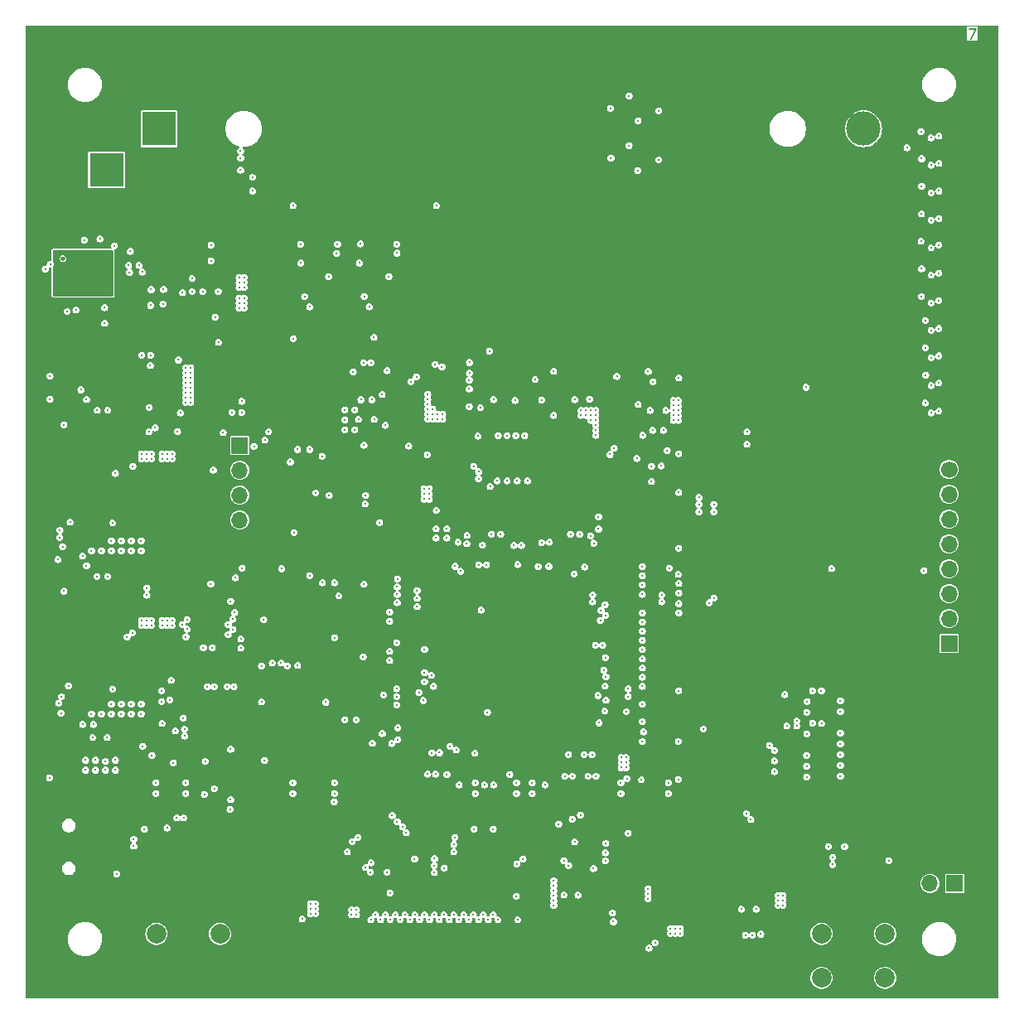
<source format=gbr>
%TF.GenerationSoftware,KiCad,Pcbnew,8.0.5*%
%TF.CreationDate,2024-10-11T17:01:53-05:00*%
%TF.ProjectId,Thermal_Camera,54686572-6d61-46c5-9f43-616d6572612e,rev?*%
%TF.SameCoordinates,Original*%
%TF.FileFunction,Copper,L7,Inr*%
%TF.FilePolarity,Positive*%
%FSLAX46Y46*%
G04 Gerber Fmt 4.6, Leading zero omitted, Abs format (unit mm)*
G04 Created by KiCad (PCBNEW 8.0.5) date 2024-10-11 17:01:53*
%MOMM*%
%LPD*%
G01*
G04 APERTURE LIST*
%ADD10C,0.150000*%
%TA.AperFunction,NonConductor*%
%ADD11C,0.150000*%
%TD*%
%TA.AperFunction,ComponentPad*%
%ADD12R,3.500000X3.500000*%
%TD*%
%TA.AperFunction,ComponentPad*%
%ADD13C,2.000000*%
%TD*%
%TA.AperFunction,ComponentPad*%
%ADD14R,1.700000X1.700000*%
%TD*%
%TA.AperFunction,ComponentPad*%
%ADD15O,1.700000X1.700000*%
%TD*%
%TA.AperFunction,ComponentPad*%
%ADD16C,1.700000*%
%TD*%
%TA.AperFunction,ComponentPad*%
%ADD17C,3.500000*%
%TD*%
%TA.AperFunction,ViaPad*%
%ADD18C,0.300000*%
%TD*%
G04 APERTURE END LIST*
D10*
D11*
X265753192Y-42811819D02*
X266419858Y-42811819D01*
X266419858Y-42811819D02*
X265991287Y-43811819D01*
D12*
%TO.N,+12Vin*%
%TO.C,J201*%
X177602400Y-57242200D03*
%TO.N,GND*%
X171602400Y-57242200D03*
X174602400Y-61942200D03*
%TD*%
D13*
%TO.N,+3.0V*%
%TO.C,SW1501*%
X257173800Y-139816400D03*
X250673800Y-139816400D03*
%TO.N,Net-(J1502-Pin_2)*%
X257173800Y-135316400D03*
X250673800Y-135316400D03*
%TD*%
D14*
%TO.N,+3.0V*%
%TO.C,J1502*%
X264292000Y-130149600D03*
D15*
%TO.N,Net-(J1502-Pin_2)*%
X261752000Y-130149600D03*
%TD*%
D14*
%TO.N,Net-(D1501B-K2)*%
%TO.C,J1501*%
X263722000Y-105628200D03*
D15*
%TO.N,+3.0V*%
X263722000Y-103088200D03*
%TO.N,Net-(J1501-Pin_3)*%
X263722000Y-100548200D03*
%TO.N,PIC32MZ_ICSPDAT*%
X263722000Y-98008200D03*
%TO.N,PIC32MZ_ICSPCLK*%
X263722000Y-95468200D03*
%TO.N,unconnected-(J1501-Pin_6-Pad6)*%
X263722000Y-92928200D03*
%TO.N,unconnected-(J1501-Pin_7-Pad7)*%
X263722000Y-90388200D03*
D16*
%TO.N,unconnected-(J1501-Pin_8-Pad8)*%
X263722000Y-87848200D03*
%TD*%
D13*
%TO.N,GND*%
%TO.C,SW2501*%
X189203400Y-139816400D03*
X182703400Y-139816400D03*
%TO.N,Net-(U2502-~{MR})*%
X189203400Y-135316400D03*
X182703400Y-135316400D03*
%TD*%
D12*
%TO.N,VBAT*%
%TO.C,J1401*%
X182973400Y-53035200D03*
D17*
%TO.N,Net-(J1401--)*%
X254973400Y-53035200D03*
%TD*%
D14*
%TO.N,~{FLASH_SPI_CS}*%
%TO.C,J2002*%
X191211200Y-85394800D03*
D15*
%TO.N,FLASH_SPI_SCK*%
X191211200Y-87934800D03*
%TO.N,FLASH_SPI_MOSI*%
X191211200Y-90474800D03*
%TO.N,FLASH_SPI_MISO*%
X191211200Y-93014800D03*
%TO.N,GND*%
X191211200Y-95554800D03*
%TD*%
D14*
%TO.N,GND*%
%TO.C,TP201*%
X170764200Y-133559400D03*
%TD*%
D18*
%TO.N,Net-(U201-RTN)*%
X173151800Y-65582800D03*
X178054000Y-69037200D03*
X176149000Y-66268600D03*
X177342800Y-66598800D03*
X175945800Y-69088000D03*
%TO.N,+12Vin*%
X178409600Y-64998600D03*
%TO.N,GND*%
X233468000Y-110007400D03*
X224282000Y-80949800D03*
X215493600Y-109296200D03*
X194183000Y-105181400D03*
X216281000Y-85369400D03*
X246888000Y-138150600D03*
X194183000Y-137515600D03*
X246354600Y-138150600D03*
X180009800Y-91973400D03*
X222834200Y-85369400D03*
X237151000Y-119532400D03*
X188264800Y-112217200D03*
X215163400Y-74752200D03*
X208203800Y-83362800D03*
X179984400Y-107950000D03*
X207695800Y-83870800D03*
X219684600Y-105105200D03*
X185309600Y-109397800D03*
X212369400Y-92031400D03*
X203631800Y-129362200D03*
X194665600Y-64998600D03*
X194538600Y-101473000D03*
X230682800Y-78638400D03*
X178511200Y-124485400D03*
X189280800Y-113741200D03*
X213690200Y-78257400D03*
X213690200Y-80060800D03*
X194157600Y-66624200D03*
X188264800Y-112717800D03*
X179984400Y-105841800D03*
X194157600Y-68732400D03*
X179476400Y-107950000D03*
X229920800Y-83896200D03*
X233468000Y-102489000D03*
X178155600Y-103080600D03*
X216890600Y-106502200D03*
X197104000Y-136118600D03*
X179501800Y-88849200D03*
X215163400Y-85369400D03*
X188264800Y-113233200D03*
X243992400Y-131445000D03*
X236245400Y-132257800D03*
X209829400Y-84683600D03*
X241096800Y-137617200D03*
X241096800Y-138150600D03*
X224282000Y-79171800D03*
X225958400Y-93353800D03*
X183794400Y-89281000D03*
X194157600Y-63982600D03*
X242493800Y-131445000D03*
X208203800Y-83870800D03*
X179501800Y-91973400D03*
X173659800Y-116949000D03*
X233468000Y-113665000D03*
X196596000Y-135610600D03*
X194716400Y-137515600D03*
X179705000Y-68529200D03*
X177647600Y-88315800D03*
X246888000Y-137617200D03*
X233730800Y-117297200D03*
X191846200Y-101320600D03*
X254127000Y-128371600D03*
X225552000Y-138582400D03*
X194665600Y-68732400D03*
X194157600Y-64490600D03*
X222834200Y-74752200D03*
X230022400Y-133172200D03*
X233730800Y-118313200D03*
X200025000Y-110524200D03*
X186410600Y-73093800D03*
X218821000Y-97561400D03*
X190728600Y-117932200D03*
X225552000Y-137515600D03*
X179527200Y-84683600D03*
X180009800Y-89865200D03*
X173659800Y-115925600D03*
X176352200Y-128676400D03*
X231819400Y-133756400D03*
X180721000Y-72136000D03*
X221335600Y-95377000D03*
X213690200Y-82753200D03*
X221081600Y-109296200D03*
X194665600Y-63982600D03*
X205587600Y-108534200D03*
X249148600Y-115951000D03*
X250164600Y-45770800D03*
X194157600Y-64998600D03*
X189788800Y-112717800D03*
X253619000Y-127863600D03*
X229362000Y-135305800D03*
X207695800Y-82847400D03*
X237185200Y-115646200D03*
X194157600Y-66116200D03*
X181686200Y-89281000D03*
X223299100Y-83212200D03*
X188747400Y-79832200D03*
X194665600Y-70332600D03*
X224485200Y-138049000D03*
X205444000Y-107365800D03*
X215493600Y-106502200D03*
X194665600Y-66624200D03*
X195249800Y-138582400D03*
X183286400Y-89789000D03*
X174066200Y-97688400D03*
X237176400Y-86258400D03*
X233222800Y-118313200D03*
X189052200Y-53873400D03*
X224282000Y-76225400D03*
X211759800Y-127939800D03*
X194157600Y-68224400D03*
X233468000Y-105308400D03*
X188747400Y-78587600D03*
X184302400Y-106781600D03*
X195249800Y-137515600D03*
X173659800Y-119126000D03*
X208203800Y-82847400D03*
X173151800Y-116949000D03*
X229895400Y-134797800D03*
X217881200Y-93353800D03*
X219684600Y-103708200D03*
X229920800Y-81203800D03*
X213080600Y-90881200D03*
X194157600Y-70840600D03*
X251790200Y-113741200D03*
X217195400Y-85369400D03*
X174396400Y-110210600D03*
X188671200Y-57251600D03*
X249739600Y-131370000D03*
X233468000Y-99644200D03*
X181686200Y-89789000D03*
X222478600Y-109296200D03*
X183540400Y-116103400D03*
X253619000Y-128371600D03*
X202980200Y-90500200D03*
X257556000Y-128930400D03*
X181178200Y-106781600D03*
X221081600Y-105105200D03*
X194157600Y-67132200D03*
X174625000Y-93192600D03*
X187985400Y-103378000D03*
X221081600Y-107899200D03*
X253619000Y-128879600D03*
X203225400Y-78638400D03*
X177673000Y-86055200D03*
X214679100Y-82312200D03*
X214249000Y-119075200D03*
X217195400Y-74752200D03*
X181178200Y-89281000D03*
X213690200Y-76225400D03*
X178155600Y-103588600D03*
X177952400Y-100884800D03*
X254177800Y-117652800D03*
X224485200Y-138582400D03*
X178181000Y-86563200D03*
X223299100Y-76912200D03*
X171627800Y-75869800D03*
X179501800Y-91465400D03*
X233468000Y-107188000D03*
X202827800Y-99568000D03*
X178181000Y-85539800D03*
X196392800Y-101473000D03*
X237176400Y-95910400D03*
X254635000Y-128879600D03*
X194183000Y-138049000D03*
X194665600Y-64490600D03*
X179984400Y-108966000D03*
X260229400Y-76428600D03*
X215493600Y-110693200D03*
X246253000Y-111861600D03*
X222199200Y-116840000D03*
X245745000Y-112369600D03*
X218287600Y-103708200D03*
X228676200Y-99847400D03*
X225450400Y-79612400D03*
X233222800Y-117297200D03*
X233468000Y-100609400D03*
X233468000Y-97764600D03*
X221081600Y-110693200D03*
X260229400Y-70840600D03*
X220776800Y-85369400D03*
X205444000Y-106426000D03*
X180009800Y-91465400D03*
X216890600Y-105105200D03*
X226339400Y-80975200D03*
X251307600Y-45339000D03*
X221081600Y-103708200D03*
X188772800Y-113233200D03*
X229514400Y-52222400D03*
X222478600Y-110693200D03*
X182194200Y-89281000D03*
X188620400Y-122580400D03*
X213080600Y-89814400D03*
X230428800Y-83896200D03*
X254177800Y-112776000D03*
X228269800Y-79400400D03*
X226339400Y-126060200D03*
X212496400Y-127685800D03*
X205444000Y-103352600D03*
X213080600Y-90347800D03*
X247421400Y-138150600D03*
X217246200Y-129006600D03*
X249739600Y-131878000D03*
X178181000Y-86055200D03*
X237176400Y-90195400D03*
X246888000Y-137083800D03*
X188747400Y-80340200D03*
X221081600Y-106502200D03*
X189788800Y-112217200D03*
X230784400Y-115544600D03*
X237151000Y-80797400D03*
X181686200Y-106273600D03*
X175463200Y-115747800D03*
X218287600Y-109296200D03*
X230428800Y-83388200D03*
X248208800Y-111607600D03*
X230428800Y-81719200D03*
X213639400Y-121174600D03*
X224282000Y-83896200D03*
X201142600Y-128879600D03*
X246253000Y-112369600D03*
X194157600Y-69240400D03*
X178079400Y-83820000D03*
X179501800Y-89865200D03*
X194665600Y-69240400D03*
X174066200Y-96316800D03*
X178663600Y-103588600D03*
X188671200Y-57759600D03*
X224282000Y-81889600D03*
X234899200Y-86664800D03*
X186893200Y-76428600D03*
X188798200Y-117678200D03*
X180848000Y-102641400D03*
X216739100Y-84372200D03*
X204774800Y-114173000D03*
X184810400Y-126619000D03*
X188747400Y-77571600D03*
X192447000Y-106095800D03*
X232327400Y-133756400D03*
X203733400Y-102006400D03*
X208203800Y-80670400D03*
X213690200Y-80949800D03*
X216230200Y-121174600D03*
X249231600Y-132386000D03*
X237151000Y-98552000D03*
X205282800Y-65760600D03*
X172085000Y-104546400D03*
X176352200Y-104521000D03*
X185394600Y-73093800D03*
X260229400Y-79273400D03*
X233468000Y-104368600D03*
X187604400Y-119354600D03*
X187756800Y-113741200D03*
X195478400Y-101473000D03*
X247421400Y-137083800D03*
X178663600Y-102565200D03*
X218084400Y-85369400D03*
X187655200Y-57759600D03*
X203123800Y-128879600D03*
X254127000Y-128879600D03*
X195249800Y-138049000D03*
X238633000Y-113639600D03*
X187629800Y-99923600D03*
X216890600Y-110693200D03*
X232835400Y-134213600D03*
X189255400Y-78587600D03*
X246354600Y-137083800D03*
X251714000Y-110921800D03*
X187756800Y-112717800D03*
X230403400Y-135305800D03*
X224282000Y-82753200D03*
X179501800Y-90957400D03*
X259308600Y-100533200D03*
X188772800Y-113741200D03*
X218084400Y-74752200D03*
X195446200Y-132208200D03*
X207086200Y-85445600D03*
X189255400Y-79832200D03*
X238125000Y-108788200D03*
X216890600Y-109296200D03*
X220776800Y-74752200D03*
X233222800Y-117805200D03*
X177647600Y-102565200D03*
X218287600Y-106502200D03*
X177673000Y-85539800D03*
X215493600Y-107899200D03*
X195376800Y-105181400D03*
X229539800Y-57302400D03*
X189890400Y-120904000D03*
X194716400Y-138582400D03*
X179501800Y-89357200D03*
X216941400Y-93353800D03*
X179984400Y-108458000D03*
X197129400Y-99720400D03*
X221691200Y-85369400D03*
X207695800Y-83362800D03*
X197104000Y-135610600D03*
X223291400Y-81407000D03*
X188747400Y-80848200D03*
X218973400Y-85369400D03*
X260229400Y-67995800D03*
X204241400Y-68097400D03*
X179476400Y-106349800D03*
X179603400Y-63855600D03*
X185902600Y-73609200D03*
X189788800Y-114249200D03*
X216941400Y-116840000D03*
X182905400Y-72974200D03*
X220370400Y-77038200D03*
X219887800Y-85369400D03*
X241096800Y-137083800D03*
X229895400Y-135305800D03*
X201625200Y-129413000D03*
X187655200Y-56736200D03*
X182194200Y-106273600D03*
X192523200Y-80873600D03*
X185394600Y-74117200D03*
X185851800Y-117678200D03*
X235229400Y-131749800D03*
X177673000Y-86563200D03*
X195954200Y-132208200D03*
X237176400Y-110464600D03*
X231698800Y-79806800D03*
X213690200Y-83896200D03*
X213690200Y-77343000D03*
X213614000Y-89814400D03*
X229362000Y-134797800D03*
X200914000Y-87934800D03*
X189280800Y-113233200D03*
X195954200Y-132716200D03*
X199440800Y-70180200D03*
X234289600Y-130683000D03*
X208203800Y-80155000D03*
X192523200Y-82016600D03*
X194665600Y-70840600D03*
X225526600Y-116916200D03*
X171627800Y-76885800D03*
X183286400Y-89281000D03*
X178663600Y-103080600D03*
X219684600Y-109296200D03*
X183286400Y-106273600D03*
X234569000Y-77825600D03*
X217932000Y-80162400D03*
X173151800Y-66294000D03*
X194665600Y-68224400D03*
X235229400Y-132257800D03*
X229920800Y-81719200D03*
X178689000Y-86563200D03*
X225018600Y-138049000D03*
X217170000Y-121174600D03*
X233468000Y-98704400D03*
X187756800Y-114249200D03*
X188747400Y-78079600D03*
X215493600Y-103708200D03*
X173888400Y-80695800D03*
X185140600Y-56311800D03*
X180009800Y-89357200D03*
X182194200Y-89789000D03*
X173659800Y-116433600D03*
X178689000Y-86055200D03*
X194995800Y-109601000D03*
X187756800Y-112217200D03*
X188264800Y-113741200D03*
X219684600Y-110693200D03*
X251993400Y-129133600D03*
X179984400Y-106349800D03*
X184302400Y-106273600D03*
X225018600Y-137515600D03*
X206527400Y-108534200D03*
X216128600Y-77825600D03*
X172135800Y-75869800D03*
X231819400Y-134213600D03*
X234289600Y-131749800D03*
X233468000Y-103428800D03*
X185902600Y-73093800D03*
X233468000Y-108127800D03*
X222427800Y-121174600D03*
X224485200Y-137515600D03*
X203225400Y-105613200D03*
X202827800Y-85369400D03*
X183286400Y-112699800D03*
X246761000Y-112369600D03*
X213690200Y-81864200D03*
X230784400Y-100228400D03*
X178562000Y-105308400D03*
X218287600Y-107899200D03*
X185369200Y-68199000D03*
X178536600Y-127508000D03*
X231800400Y-85623400D03*
X260223000Y-53949600D03*
X179984400Y-106857800D03*
X173151800Y-115925600D03*
X260229400Y-82067400D03*
X181178200Y-89789000D03*
X173151800Y-119126000D03*
X203225400Y-104673400D03*
X247421400Y-137617200D03*
X180009800Y-88849200D03*
X213690200Y-79171800D03*
X180924200Y-82143600D03*
X183667400Y-121818400D03*
X222478600Y-105105200D03*
X172135800Y-76377800D03*
X189255400Y-77571600D03*
X177647600Y-103080600D03*
X206273400Y-78841600D03*
X172110400Y-87528400D03*
X173151800Y-116433600D03*
X185902600Y-74117200D03*
X240563400Y-138150600D03*
X213614000Y-90881200D03*
X183794400Y-89789000D03*
X221234000Y-84378800D03*
X178689000Y-85539800D03*
X213614000Y-90347800D03*
X218287600Y-105105200D03*
X201066400Y-133172200D03*
X194157600Y-71348600D03*
X235737400Y-131749800D03*
X182194200Y-106781600D03*
X225018600Y-138582400D03*
X173659800Y-118618000D03*
X218973400Y-74752200D03*
X189280800Y-112217200D03*
X189255400Y-80340200D03*
X219684600Y-107899200D03*
X234696000Y-133680200D03*
X195954200Y-133224200D03*
X193446400Y-110540800D03*
X260229400Y-62382400D03*
X192548600Y-97917000D03*
X245338600Y-134366000D03*
X177647600Y-103588600D03*
X189255400Y-78079600D03*
X240030000Y-137083800D03*
X194665600Y-57988200D03*
X192447000Y-105156000D03*
X249231600Y-131878000D03*
X230428800Y-80695800D03*
X222478600Y-103708200D03*
X217144600Y-79612400D03*
X233730800Y-117805200D03*
X181178200Y-106273600D03*
X199186800Y-65760600D03*
X187756800Y-113233200D03*
X183286400Y-106781600D03*
X189280800Y-114249200D03*
X189280800Y-112717800D03*
X207695800Y-80155000D03*
X195446200Y-133224200D03*
X245389400Y-114909600D03*
X189788800Y-113741200D03*
X188264800Y-114249200D03*
X195446200Y-132716200D03*
X246761000Y-111861600D03*
X188163200Y-56736200D03*
X207418800Y-81125800D03*
X219887800Y-74752200D03*
X178155600Y-102565200D03*
X186410600Y-74117200D03*
X218440000Y-95605600D03*
X179476400Y-105841800D03*
X254635000Y-127863600D03*
X170992800Y-68453000D03*
X248208800Y-112649000D03*
X183794400Y-106273600D03*
X221691200Y-74752200D03*
X250875800Y-85267800D03*
X170891200Y-114808000D03*
X259308600Y-103073200D03*
X225399600Y-97815400D03*
X233468000Y-106248200D03*
X195453000Y-103505000D03*
X233468000Y-115646200D03*
X205511400Y-70154800D03*
X240563400Y-137083800D03*
X216281000Y-74752200D03*
X249739600Y-132386000D03*
X260229400Y-56743600D03*
X233468000Y-109067600D03*
X174294800Y-113411000D03*
X194665600Y-71348600D03*
X225552000Y-138049000D03*
X220345000Y-75742800D03*
X196189600Y-99720400D03*
X189255400Y-80848200D03*
X224282000Y-80060800D03*
X209499200Y-108077000D03*
X215493600Y-105105200D03*
X216890600Y-107899200D03*
X216890600Y-103708200D03*
X218287600Y-110693200D03*
X202438000Y-107721400D03*
X230428800Y-81203800D03*
X222139100Y-84372200D03*
X188671200Y-56736200D03*
X240030000Y-138150600D03*
X188772800Y-112717800D03*
X229920800Y-84411600D03*
X219684600Y-106502200D03*
X232835400Y-133756400D03*
X225018600Y-93353800D03*
X179476400Y-106857800D03*
X215823800Y-75768200D03*
X173151800Y-118618000D03*
X181686200Y-106781600D03*
X228650800Y-113842800D03*
X232327400Y-134213600D03*
X222478600Y-106502200D03*
X205444000Y-102412800D03*
X171627800Y-76377800D03*
X177444400Y-105206800D03*
X179476400Y-108458000D03*
X173151800Y-119641400D03*
X179476400Y-108966000D03*
X177190400Y-116738400D03*
X217017600Y-77825600D03*
X244932200Y-110134400D03*
X254127000Y-127863600D03*
X231673400Y-132461000D03*
X195376800Y-105994200D03*
X194183000Y-105994200D03*
X260426200Y-98145600D03*
X240563400Y-137617200D03*
X194157600Y-70332600D03*
X180009800Y-90957400D03*
X229920800Y-80695800D03*
X260229400Y-73634600D03*
X188772800Y-112217200D03*
X218617800Y-128193800D03*
X198247000Y-68122800D03*
X189788800Y-113233200D03*
X194183000Y-138582400D03*
X230428800Y-84411600D03*
X195732400Y-57988200D03*
X235185800Y-99491800D03*
X254635000Y-128371600D03*
X233468000Y-111836200D03*
X194665600Y-67132200D03*
X245745000Y-111861600D03*
X240030000Y-137617200D03*
X185394600Y-73609200D03*
X224282000Y-78257400D03*
X222478600Y-107899200D03*
X235737400Y-132257800D03*
X187655200Y-57251600D03*
X194665600Y-66116200D03*
X186410600Y-73609200D03*
X206121000Y-84455000D03*
X184302400Y-89281000D03*
X235178600Y-102514400D03*
X172135800Y-76885800D03*
X217424000Y-76581000D03*
X183794400Y-106781600D03*
X249231600Y-131370000D03*
X260229400Y-59563000D03*
X173659800Y-119641400D03*
X184302400Y-89789000D03*
X182168800Y-68360200D03*
X236245400Y-131749800D03*
X202133200Y-128879600D03*
X180924200Y-99161600D03*
X224294100Y-77362200D03*
X190728600Y-116992400D03*
X202641200Y-129387600D03*
X194716400Y-138049000D03*
X222072200Y-79637800D03*
X246354600Y-137617200D03*
X260229400Y-65201800D03*
X210108800Y-107696000D03*
X196596000Y-136118600D03*
X188772800Y-114249200D03*
X188163200Y-57759600D03*
X188163200Y-57251600D03*
X243941600Y-78333600D03*
%TO.N,+12V*%
X174472600Y-71551800D03*
X186207400Y-79984600D03*
X185699400Y-78460600D03*
X177419000Y-72910600D03*
X185699400Y-81000600D03*
X185699400Y-79984600D03*
X186207400Y-77952600D03*
X185699400Y-78968600D03*
X185699400Y-77444600D03*
X185699400Y-80492600D03*
X186207400Y-81000600D03*
X185699400Y-77952600D03*
X185699400Y-79476600D03*
X186207400Y-77444600D03*
X186207400Y-80492600D03*
X186207400Y-78968600D03*
X186207400Y-78460600D03*
X186207400Y-79476600D03*
%TO.N,+3.0V*%
X176657000Y-81788000D03*
X204774800Y-115824000D03*
X206544000Y-107365800D03*
X230708200Y-117805200D03*
X187502800Y-106070400D03*
X198450200Y-133223000D03*
X206273400Y-77749400D03*
X206544000Y-102412800D03*
X213639400Y-120074600D03*
X215823800Y-81534000D03*
X208483200Y-85445600D03*
X205765400Y-80187800D03*
X230708200Y-118313200D03*
X198958200Y-133223000D03*
X234899200Y-85902800D03*
X206544000Y-103352600D03*
X190296800Y-101320600D03*
X181203600Y-76174600D03*
X228625400Y-126060200D03*
X210058000Y-90881200D03*
X206544000Y-106426000D03*
X261880400Y-67995800D03*
X199644000Y-86487000D03*
X227380800Y-128625600D03*
X246227600Y-131368800D03*
X261880400Y-65201800D03*
X249097800Y-79451200D03*
X229108000Y-50952400D03*
X232368000Y-115646200D03*
X233654600Y-136220200D03*
X257556000Y-127812800D03*
X203351000Y-82726000D03*
X198450200Y-132207000D03*
X231927400Y-52222400D03*
X217881200Y-94453800D03*
X181152800Y-96164400D03*
X225018600Y-94453800D03*
X198374000Y-98704400D03*
X261880400Y-70840600D03*
X202971400Y-81762600D03*
X173253400Y-100279200D03*
X246735600Y-131368800D03*
X210058000Y-89814400D03*
X231876600Y-57302400D03*
X201955400Y-81762600D03*
X201117200Y-65760600D03*
X203149200Y-133350000D03*
X175564800Y-97688400D03*
X261880400Y-73634600D03*
X177723800Y-81788000D03*
X229158800Y-56032400D03*
X261880400Y-79273400D03*
X196392800Y-87071200D03*
X207289400Y-65735200D03*
X180263800Y-104521000D03*
X234035600Y-51206400D03*
X178104800Y-95148400D03*
X210058000Y-90347800D03*
X178511200Y-88239600D03*
X230200200Y-117805200D03*
X231800400Y-86715600D03*
X232968800Y-77825600D03*
X244475000Y-135331200D03*
X195503800Y-97993200D03*
X202641200Y-132842000D03*
X175564800Y-80695800D03*
X200914000Y-105029000D03*
X178104800Y-96164400D03*
X173126400Y-95732600D03*
X172948600Y-112750600D03*
X261880400Y-76428600D03*
X203149200Y-132842000D03*
X176072800Y-96164400D03*
X173253400Y-83286600D03*
X181152800Y-95148400D03*
X180136800Y-95148400D03*
X179120800Y-95148400D03*
X238607600Y-114376200D03*
X230200200Y-117297200D03*
X201955400Y-83794600D03*
X203936600Y-70154800D03*
X186359800Y-68326000D03*
X230200200Y-118313200D03*
X215569800Y-84429600D03*
X216814400Y-89585800D03*
X198958200Y-132715000D03*
X180035200Y-65557400D03*
X202641200Y-133350000D03*
X210591400Y-89814400D03*
X176631600Y-98780600D03*
X180136800Y-96164400D03*
X210591400Y-90881200D03*
X222427800Y-120074600D03*
X210591400Y-90347800D03*
X198450200Y-132715000D03*
X198958200Y-132207000D03*
X197840600Y-70180200D03*
X201955400Y-82778600D03*
X261874000Y-53949600D03*
X246913400Y-110845600D03*
X177088800Y-96164400D03*
X211302600Y-92031400D03*
X234035600Y-56210200D03*
X246735600Y-132384800D03*
X261880400Y-59563000D03*
X179120800Y-96164400D03*
X230708200Y-117297200D03*
X180289200Y-87503000D03*
X216230200Y-120074600D03*
X261880400Y-82067400D03*
X205917800Y-110871000D03*
X261137400Y-98171000D03*
X202971400Y-83794600D03*
X261880400Y-56743600D03*
X226974400Y-80645000D03*
X261880400Y-62382400D03*
X173888400Y-93218000D03*
X246735600Y-131876800D03*
X229755700Y-78346300D03*
X192532000Y-57988200D03*
X246227600Y-132384800D03*
X246227600Y-131876800D03*
%TO.N,VCOM*%
X182168800Y-69460200D03*
X236245400Y-134747000D03*
X191668400Y-68732400D03*
X191423200Y-82016600D03*
X191668400Y-69240400D03*
X182194200Y-103784400D03*
X235229400Y-134747000D03*
X183235600Y-110473400D03*
X191160400Y-71348600D03*
X235737400Y-135255000D03*
X183286400Y-103276400D03*
X183794400Y-103784400D03*
X191668400Y-70332600D03*
X184302400Y-86258400D03*
X196646800Y-120971400D03*
X215290400Y-120971400D03*
X191668400Y-70840600D03*
X191160400Y-70332600D03*
X191668400Y-68224400D03*
X200914000Y-120971400D03*
X235737400Y-134747000D03*
X183794400Y-86258400D03*
X236245400Y-135255000D03*
X191160400Y-70840600D03*
X191160400Y-68224400D03*
X235229400Y-135255000D03*
X183286400Y-103784400D03*
X191448600Y-97917000D03*
X182194200Y-103276400D03*
X184302400Y-103276400D03*
X181686200Y-103784400D03*
X182194200Y-86766400D03*
X185699400Y-120971400D03*
X230174800Y-120971400D03*
X191668400Y-71348600D03*
X235026200Y-120971400D03*
X181178200Y-103276400D03*
X181686200Y-103276400D03*
X182194200Y-86258400D03*
X191423200Y-80873600D03*
X184302400Y-103784400D03*
X181686200Y-86258400D03*
X191160400Y-68732400D03*
X184302400Y-86766400D03*
X183286400Y-86258400D03*
X219506800Y-120971400D03*
X181686200Y-86766400D03*
X191160400Y-69240400D03*
X181178200Y-86258400D03*
X183794400Y-86766400D03*
X184209600Y-109397800D03*
X175167200Y-113893600D03*
X183794400Y-103276400D03*
X181178200Y-103784400D03*
X182651400Y-120971400D03*
X181178200Y-86766400D03*
X221107000Y-120971400D03*
X183286400Y-86766400D03*
%TO.N,Net-(C407-Pad1)*%
X178231800Y-93307000D03*
%TO.N,Net-(C607-Pad1)*%
X178231800Y-110307000D03*
%TO.N,Net-(C802-Pad1)*%
X204951000Y-82726000D03*
%TO.N,Net-(U801-NR{slash}SS)*%
X206095600Y-83340700D03*
%TO.N,+2.8V*%
X210947000Y-82194400D03*
X210439000Y-82702400D03*
X211963000Y-82194400D03*
X211963000Y-82702400D03*
X211455000Y-82194400D03*
X210439000Y-80670400D03*
X214679100Y-81412200D03*
X210439000Y-81686400D03*
X210439000Y-81178400D03*
X210947000Y-81686400D03*
X210947000Y-82702400D03*
X210439000Y-80162400D03*
X211455000Y-82702400D03*
X210439000Y-82194400D03*
%TO.N,POS2P8_SNS+*%
X203606400Y-80721200D03*
%TO.N,POS2P8_SNS-*%
X204724000Y-80721200D03*
%TO.N,+1.8V*%
X182651400Y-119871400D03*
X181152800Y-112826800D03*
X232368000Y-100609400D03*
X232368000Y-104368600D03*
X232368000Y-108127800D03*
X217170000Y-120074600D03*
X236051000Y-119532400D03*
X181152800Y-111810800D03*
X236076400Y-86258400D03*
X176072800Y-112826800D03*
X203927800Y-99568000D03*
X235534200Y-81807300D03*
X180136800Y-112826800D03*
X203826200Y-106984800D03*
X221107000Y-119871400D03*
X177088800Y-112826800D03*
X203927800Y-85369400D03*
X196646800Y-119871400D03*
X176267200Y-113893600D03*
X236042200Y-81813400D03*
X219506800Y-119871400D03*
X200025000Y-111624200D03*
X216941400Y-94453800D03*
X178104800Y-112826800D03*
X177723800Y-98780600D03*
X222072200Y-80737800D03*
X225958400Y-94453800D03*
X236051000Y-98552000D03*
X215290400Y-119871400D03*
X236042200Y-80797400D03*
X179120800Y-112826800D03*
X235534200Y-81305400D03*
X235534200Y-82321400D03*
X236076400Y-90195400D03*
X185699400Y-119871400D03*
X180136800Y-111810800D03*
X232368000Y-105308400D03*
X232368000Y-110007400D03*
X232368000Y-113614200D03*
X236076400Y-110464600D03*
X230174800Y-119871400D03*
X235534200Y-82829400D03*
X193446400Y-111598800D03*
X232368000Y-103428800D03*
X236042200Y-82321400D03*
X236076400Y-95910400D03*
X183235600Y-111573400D03*
X232368000Y-106248200D03*
X204080200Y-90500200D03*
X178104800Y-111810800D03*
X234775300Y-81807300D03*
X200914000Y-119871400D03*
X232410000Y-84353400D03*
X235026200Y-119871400D03*
X236042200Y-81305400D03*
X232368000Y-102489000D03*
X236042200Y-82829400D03*
X232368000Y-111836200D03*
X225450400Y-80712400D03*
X179120800Y-111810800D03*
X235534200Y-80797400D03*
X217144600Y-80712400D03*
X236042200Y-115646200D03*
X232368000Y-109067600D03*
%TO.N,Net-(C1003-Pad1)*%
X233175300Y-81807300D03*
%TO.N,Net-(U1002-NR{slash}SS)*%
X231927400Y-81203800D03*
%TO.N,+1.2V*%
X227609400Y-82321400D03*
X227609400Y-81813400D03*
X227609400Y-84353400D03*
X223299100Y-82312200D03*
X226085400Y-82321400D03*
X227101400Y-82321400D03*
X227101400Y-82829400D03*
X226085400Y-81813400D03*
X227609400Y-82829400D03*
X226593400Y-82321400D03*
X227101400Y-81813400D03*
X226593400Y-81813400D03*
X227609400Y-83845400D03*
X227609400Y-83337400D03*
%TO.N,POS1P2_SNS-*%
X233400600Y-83845400D03*
%TO.N,POS1P2_SNS+*%
X234518200Y-83845400D03*
%TO.N,Net-(D1201-K)*%
X225780600Y-131343400D03*
%TO.N,VLED_SNS+*%
X224834288Y-128314288D03*
%TO.N,VLED_SNS-*%
X224339312Y-127819312D03*
%TO.N,VBAT*%
X188290200Y-64909800D03*
%TO.N,+5V_USB*%
X185369200Y-69765000D03*
X196697600Y-74472800D03*
X171780200Y-119354600D03*
X181483000Y-124612400D03*
X232368000Y-97764600D03*
X204038200Y-91363800D03*
X183794400Y-124485400D03*
%TO.N,Net-(C1405-Pad2)*%
X189052200Y-74853800D03*
%TO.N,Net-(U1402-BST)*%
X184962800Y-76657200D03*
%TO.N,BATT_SNS-*%
X188290200Y-66509800D03*
%TO.N,VMEM_REF*%
X228600000Y-107086400D03*
X232368000Y-107188000D03*
%TO.N,+3.3V_USB_MZ*%
X232368000Y-98704400D03*
X232368000Y-99644200D03*
%TO.N,PIC_USBHS_D+*%
X190622800Y-110050024D03*
X236085800Y-101549200D03*
X239198312Y-101466488D03*
X236093000Y-102489000D03*
X215620600Y-88767400D03*
%TO.N,PIC_USBHS_D-*%
X189922800Y-110050024D03*
X215620600Y-88067400D03*
X236085800Y-99491800D03*
X236085800Y-100482400D03*
X239693288Y-100971512D03*
%TO.N,+3.0VA_MZ*%
X211286000Y-93903800D03*
X211286000Y-94843600D03*
%TO.N,GNDA_MZ*%
X212386000Y-93903800D03*
X212386000Y-94843600D03*
%TO.N,+3.0V_SD*%
X248158000Y-113538000D03*
X247142000Y-114046000D03*
X248158000Y-114046000D03*
X249758200Y-113766600D03*
X252612600Y-115876800D03*
X249758200Y-110464600D03*
%TO.N,+3.3V_USB*%
X177495200Y-118567200D03*
X183286400Y-113792000D03*
X187680600Y-117678200D03*
X178638200Y-129184400D03*
X177673000Y-115239800D03*
X190296800Y-116433600D03*
X181305200Y-116128800D03*
X178511200Y-117551200D03*
X175463200Y-118567200D03*
X188417200Y-106070400D03*
X197129400Y-107873800D03*
X176479200Y-118567200D03*
X177495200Y-117678200D03*
X184073800Y-111404400D03*
X193751200Y-117576600D03*
X175463200Y-117551200D03*
X176479200Y-117551200D03*
X187604400Y-121056400D03*
X178511200Y-118567200D03*
X190220600Y-122580400D03*
%TO.N,BRIDGE_USB_D+*%
X191347000Y-106095800D03*
X188622800Y-110028061D03*
%TO.N,BRIDGE_USB_D-*%
X191347000Y-105156000D03*
X187922800Y-110028061D03*
%TO.N,Net-(U2502-CT)*%
X182250500Y-117053400D03*
%TO.N,UFP_USB_D+*%
X185573406Y-115083200D03*
X180390800Y-126334000D03*
X185490600Y-123444000D03*
%TO.N,UFP_USB_D-*%
X184790600Y-123444000D03*
X185573406Y-114383200D03*
X180390800Y-125634000D03*
%TO.N,Net-(U2901-SNSK)*%
X203555600Y-64795400D03*
%TO.N,Net-(U2901-SNS)*%
X207264000Y-64820800D03*
%TO.N,Net-(U2902-SNSK)*%
X197434200Y-64820800D03*
%TO.N,Net-(U2902-SNS)*%
X201218800Y-64820800D03*
%TO.N,Net-(C2905-Pad1)*%
X206451200Y-68122800D03*
%TO.N,Net-(C2906-Pad1)*%
X200304400Y-68122800D03*
%TO.N,PIC32MZ_ICSPCLK*%
X214426800Y-95427800D03*
%TO.N,PIC32MZ_ICSPDAT*%
X207314800Y-101447600D03*
%TO.N,~{SDHC_SDCD}*%
X250665400Y-110464600D03*
X228549200Y-101650800D03*
%TO.N,Net-(D2002A-K1)*%
X252612600Y-116976800D03*
%TO.N,Net-(D2002B-K2)*%
X252612600Y-118076800D03*
%TO.N,Net-(D2002C-K3)*%
X252612600Y-119176800D03*
%TO.N,Net-(D2701-A)*%
X262661400Y-53771800D03*
%TO.N,Net-(D2702-A)*%
X262667800Y-56565800D03*
%TO.N,Net-(D2703-A)*%
X262667800Y-59385200D03*
%TO.N,Net-(D2704-A)*%
X262667800Y-62204600D03*
%TO.N,Net-(D2705-A)*%
X262652600Y-64922400D03*
%TO.N,Net-(D2706-A)*%
X262652600Y-67802800D03*
%TO.N,Net-(D2707-A)*%
X262652600Y-70586600D03*
%TO.N,Net-(D2801-A)*%
X262652600Y-73441600D03*
%TO.N,Net-(D2802-A)*%
X262652600Y-76235600D03*
%TO.N,Net-(D2803-A)*%
X262652600Y-78994000D03*
%TO.N,Net-(D2804-A)*%
X262652600Y-81874400D03*
%TO.N,I2C_SCL*%
X243052600Y-85267800D03*
X181254400Y-67665600D03*
X229489000Y-85674200D03*
X233299000Y-87503000D03*
X182575200Y-83591400D03*
X172821600Y-94792800D03*
X242900200Y-135432800D03*
X191312800Y-55295800D03*
X181737000Y-99974400D03*
X228574600Y-127025400D03*
X172720000Y-111734600D03*
X179959000Y-67691000D03*
X212699600Y-116128800D03*
X233299000Y-89077800D03*
X229311200Y-133172200D03*
X202819000Y-77876400D03*
X208711800Y-78867000D03*
X204622400Y-76936600D03*
X214680800Y-79603600D03*
X171856400Y-66878200D03*
X251815600Y-128219200D03*
%TO.N,I2C_SDA*%
X209270600Y-78359000D03*
X228574600Y-127838200D03*
X173710600Y-109956600D03*
X243611400Y-135432800D03*
X251383800Y-126365000D03*
X214680800Y-78714600D03*
X172847000Y-94056200D03*
X180924200Y-66979800D03*
X191312800Y-56007000D03*
X181940200Y-83997800D03*
X203885800Y-76936600D03*
X213334600Y-116509800D03*
X251815600Y-127482600D03*
X171348400Y-67360800D03*
X172999400Y-111074200D03*
X229412800Y-134061200D03*
X181737000Y-100685600D03*
X253034800Y-126365000D03*
X229057200Y-86309200D03*
X191312800Y-57251600D03*
X243052600Y-83997800D03*
X179857400Y-66979800D03*
X234289600Y-87477600D03*
%TO.N,USB_UART_TX*%
X213233000Y-97739200D03*
X185851800Y-104165400D03*
%TO.N,USB_UART_RX*%
X185724800Y-104952800D03*
X213791800Y-98247200D03*
%TO.N,FLIR_VOSPI_CLK*%
X228650800Y-111429800D03*
X218541600Y-89001600D03*
%TO.N,FLIR_VOSPI_MOSI*%
X228650800Y-109042200D03*
X220624400Y-89001600D03*
%TO.N,FLIR_VOSPI_MISO*%
X219583000Y-89001600D03*
X215239600Y-116840000D03*
%TO.N,FLASH_SPI_SCK*%
X207264000Y-105537000D03*
X199669400Y-99415600D03*
%TO.N,FLASH_SPI_MISO*%
X209346800Y-101854000D03*
X198983600Y-90246200D03*
X198374000Y-85801200D03*
X196773800Y-94284800D03*
%TO.N,FLASH_SPI_MOSI*%
X207314800Y-99847400D03*
X200914000Y-99415600D03*
%TO.N,~{PIC32MZ_MCLR}*%
X232468000Y-114655600D03*
%TO.N,POS3P0_RUN*%
X171831000Y-80670400D03*
X184861200Y-83972400D03*
%TO.N,POS1P8_RUN*%
X179705000Y-104978200D03*
X172643800Y-97053400D03*
%TO.N,Net-(U201-UVLO)*%
X176936400Y-64287400D03*
%TO.N,Net-(U201-OVP)*%
X175336200Y-64389000D03*
%TO.N,Net-(R205-Pad2)*%
X177419000Y-71310600D03*
%TO.N,POS12_PGOOD*%
X181965600Y-81508600D03*
X173583600Y-71704200D03*
X171831000Y-78308200D03*
X260832600Y-53314600D03*
X215138000Y-87503000D03*
%TO.N,POS3P0_PGOOD*%
X260883400Y-61722000D03*
X201345800Y-100761800D03*
X203123800Y-113411000D03*
X174980600Y-79705200D03*
X190779400Y-98907600D03*
X201955400Y-113411000D03*
X211175600Y-77089000D03*
X200355200Y-90500200D03*
X185140600Y-82067400D03*
%TO.N,POS1P8_PGOOD*%
X260908800Y-56083200D03*
X175158400Y-96697800D03*
X204927200Y-74345800D03*
X188518800Y-87909400D03*
X236093000Y-78486000D03*
%TO.N,POS2P8_PGOOD*%
X210388200Y-86334600D03*
X260908800Y-67335400D03*
X211886800Y-77368400D03*
%TO.N,POS1P2_RUN*%
X239674400Y-91414600D03*
X238150400Y-91414600D03*
%TO.N,POS1P2_PGOOD*%
X233451400Y-78867000D03*
X238150400Y-92176600D03*
X260858000Y-64516000D03*
X239674400Y-92176600D03*
%TO.N,BACKLIGHT_PWM*%
X233045000Y-136753600D03*
X215900000Y-102209600D03*
%TO.N,BACKLIGHT_CATHODE*%
X232943400Y-130708400D03*
X232943400Y-131724400D03*
X232943400Y-131216400D03*
%TO.N,BACKLIGHT_ANODE*%
X223316800Y-129870200D03*
X224358200Y-131318000D03*
X223316800Y-130378200D03*
X223316800Y-131902200D03*
X223316800Y-130886200D03*
X223316800Y-131394200D03*
X223316800Y-132410200D03*
%TO.N,~{BATT_CEN}*%
X182110800Y-71069200D03*
X219227400Y-95605600D03*
%TO.N,BATT_IUSB*%
X182085400Y-77216000D03*
X219633800Y-97561400D03*
%TO.N,~{BATT_FLT}*%
X194157600Y-83997800D03*
X186359800Y-69672200D03*
X231013000Y-49657000D03*
X226466400Y-97815400D03*
%TO.N,~{BATT_UOK}*%
X193802000Y-84836000D03*
X225399600Y-98526600D03*
X187426600Y-69672200D03*
%TO.N,BATT_LOWBAT*%
X192532000Y-59385200D03*
X260908800Y-58902600D03*
X196672200Y-60883800D03*
X220014800Y-95605600D03*
X211328000Y-60883800D03*
%TO.N,~{BATT_DOK}*%
X216027000Y-95580200D03*
X182110800Y-76174600D03*
%TO.N,~{BATT_CHG}*%
X192684400Y-85471000D03*
X215646000Y-97586800D03*
X188696600Y-72288400D03*
X189026800Y-69672200D03*
X231013000Y-54737000D03*
%TO.N,Net-(U1402-THM)*%
X183438800Y-69443600D03*
%TO.N,PIC32MZ_CLK_EN*%
X205790800Y-114833400D03*
%TO.N,PIC_USB_D+*%
X227287586Y-101365800D03*
X234355969Y-101365800D03*
%TO.N,PIC_USB_D-*%
X234355969Y-100665800D03*
X227287586Y-100665800D03*
%TO.N,SDHC_SDDATA2*%
X227584000Y-105816400D03*
X249148600Y-119278400D03*
%TO.N,SDHC_SDDATA3*%
X228612700Y-102755700D03*
X249148600Y-118160800D03*
%TO.N,SDHC_SDCMD*%
X249148600Y-117068600D03*
X228422200Y-108356400D03*
%TO.N,SDHC_SDCK*%
X249174000Y-114858800D03*
X228142800Y-102235000D03*
%TO.N,SDHC_SDDATA0*%
X249174000Y-112674400D03*
X228295200Y-105791000D03*
%TO.N,SDHC_SDDATA1*%
X249199400Y-111556800D03*
X228066600Y-103251000D03*
%TO.N,~{SD_SPI_CS}*%
X245872000Y-118719600D03*
X222859600Y-95275400D03*
%TO.N,SD_SPI_SCK*%
X221716600Y-97764600D03*
X245872000Y-116560600D03*
%TO.N,SD_SPI_MOSI*%
X245872000Y-117627400D03*
X222808800Y-97739200D03*
%TO.N,SD_SPI_MISO*%
X245364000Y-116052600D03*
X222072200Y-95326200D03*
%TO.N,~{SDHC_SDWP}*%
X250672600Y-113792000D03*
X216535000Y-112649000D03*
%TO.N,~{FLASH_SPI_WP}*%
X207314800Y-100609400D03*
X205511400Y-93268800D03*
%TO.N,~{FLASH_SPI_CS}*%
X207340200Y-99034600D03*
X197129400Y-85801200D03*
%TO.N,LCD_CTP_INT*%
X243459000Y-123621800D03*
X243992400Y-132784000D03*
%TO.N,LCD _CTP_RESET*%
X243001800Y-123012200D03*
X242493800Y-132784000D03*
%TO.N,Net-(U2203-~{OE})*%
X190703200Y-102463600D03*
X188264800Y-99542600D03*
%TO.N,FLIR_CLK_EN*%
X219354400Y-80797400D03*
X214452200Y-94589600D03*
%TO.N,~{FLIR_VOSPI_CS}*%
X217525600Y-89001600D03*
X228549200Y-109982000D03*
%TO.N,FLIR_VOSPI_VSYNC*%
X228523800Y-112522000D03*
X221411800Y-78663800D03*
%TO.N,~{FLIR_PWR_DWN}*%
X214692200Y-77979400D03*
X213537800Y-95275400D03*
%TO.N,~{FLIR_RESET}*%
X210108800Y-106222800D03*
X214692200Y-76912600D03*
%TO.N,Net-(U2401-SPI_MOSI)*%
X220339100Y-84372200D03*
%TO.N,Net-(U2401-SPI_MISO)*%
X219439100Y-84372200D03*
%TO.N,Net-(U2401-SPI_CLK)*%
X218539100Y-84372200D03*
%TO.N,Net-(U2401-~{SPI_CS})*%
X217639100Y-84372200D03*
%TO.N,Net-(U2401-GPIO3)*%
X223299100Y-77812200D03*
%TO.N,FLIR_CLK*%
X216739100Y-75752200D03*
%TO.N,HUB_CLK_EN*%
X190296800Y-121589800D03*
%TO.N,~{HUB_RESET}*%
X185445400Y-113258600D03*
X184632600Y-114554000D03*
%TO.N,HUB_SUSPND*%
X190423800Y-82016600D03*
X183362600Y-70942200D03*
X188620400Y-120472200D03*
X189534800Y-84074000D03*
%TO.N,POS3P3_USB_PGOOD*%
X176199800Y-115239800D03*
X193675000Y-103200200D03*
X251714000Y-97967800D03*
X211632800Y-116789200D03*
X260883400Y-70180200D03*
X200863200Y-121793000D03*
X235127800Y-97942400D03*
%TO.N,PGOOD_LED_SHDN*%
X238150400Y-90703400D03*
X259410200Y-54965600D03*
%TO.N,Heartbeat_LED*%
X227888800Y-92684600D03*
X261289800Y-72618600D03*
X216433400Y-97586800D03*
%TO.N,Error_LED*%
X227076000Y-94640400D03*
X261289800Y-75412600D03*
%TO.N,Reset_LED*%
X227406200Y-95377000D03*
X261315200Y-78206600D03*
%TO.N,CPU_Trap_LED*%
X227888800Y-93929200D03*
X261289800Y-81051400D03*
%TO.N,Net-(U2901-OUT)*%
X203454000Y-66751200D03*
%TO.N,Net-(U2902-OUT)*%
X197459600Y-66751200D03*
%TO.N,Cap_Touch_Power*%
X204444600Y-71221600D03*
%TO.N,Cap_Touch_Shutter*%
X198374000Y-71221600D03*
%TO.N,GLCD_R1*%
X211124800Y-127609600D03*
X209092800Y-127660400D03*
X209118200Y-133350000D03*
X212394800Y-118999000D03*
%TO.N,GLCD_R5*%
X227228400Y-116992400D03*
X207111600Y-133350000D03*
X206806800Y-123215400D03*
X226034600Y-123164600D03*
%TO.N,GLCD_R3*%
X223824800Y-124079000D03*
X224815400Y-116992400D03*
X208102200Y-133350000D03*
X207848200Y-124358400D03*
%TO.N,GLCD_R7*%
X230784400Y-119430800D03*
X232257600Y-119557800D03*
X206121000Y-133350000D03*
X230733600Y-112598200D03*
%TO.N,GLCD_R6*%
X225450400Y-125907800D03*
X206578200Y-131114800D03*
X206603600Y-133858000D03*
X226822000Y-119202200D03*
%TO.N,GLCD_R2*%
X208229200Y-124968000D03*
X230911400Y-125018800D03*
X208610200Y-133858000D03*
X230911400Y-111048800D03*
%TO.N,GLCD_R4*%
X225196400Y-123596400D03*
X225221800Y-119202200D03*
X207619600Y-133858000D03*
X207314800Y-123850400D03*
%TO.N,GLCD_R0*%
X209600800Y-133858000D03*
X209981800Y-111455200D03*
%TO.N,GLCD_G1*%
X202209400Y-126923800D03*
X213106000Y-133350000D03*
X213106000Y-126923800D03*
X207264000Y-111048800D03*
%TO.N,GLCD_G6*%
X210413600Y-118973600D03*
X210616800Y-133858000D03*
%TO.N,GLCD_G4*%
X204647800Y-128041400D03*
X211099400Y-128320800D03*
X211607400Y-133858000D03*
X207365600Y-115443000D03*
%TO.N,GLCD_G2*%
X230911400Y-110261400D03*
X212623400Y-133858000D03*
%TO.N,GLCD_G5*%
X211099400Y-133350000D03*
X204063600Y-128524000D03*
X211099400Y-129032000D03*
X206756000Y-115849400D03*
%TO.N,GLCD_G0*%
X202717400Y-125882400D03*
X213106000Y-126161800D03*
X213614000Y-133858000D03*
X207264000Y-111887000D03*
%TO.N,GLCD_G7*%
X210108800Y-133350000D03*
X210845400Y-116814600D03*
%TO.N,GLCD_G3*%
X220167200Y-127660400D03*
X212115400Y-128574800D03*
X227838000Y-110947200D03*
X212090000Y-133350000D03*
%TO.N,GLCD_B0*%
X217601800Y-133858000D03*
X227634800Y-119202200D03*
%TO.N,GLCD_B4*%
X217119200Y-124587000D03*
X210108800Y-108610400D03*
X215163400Y-124587000D03*
X215620600Y-133858000D03*
%TO.N,GLCD_B7*%
X207365600Y-114249200D03*
X214122000Y-133350000D03*
X203301600Y-125450600D03*
X213207600Y-125450600D03*
%TO.N,GLCD_B1*%
X224434400Y-119202200D03*
X217119200Y-133350000D03*
%TO.N,GLCD_B6*%
X227939600Y-113741200D03*
X214604600Y-133858000D03*
%TO.N,GLCD_B5*%
X226415600Y-116992400D03*
X215087200Y-133350000D03*
%TO.N,GLCD_B2*%
X209524600Y-110642400D03*
X216611200Y-133858000D03*
%TO.N,GLCD_B3*%
X216103200Y-133350000D03*
X211226400Y-118973600D03*
%TO.N,GLCD_HSYNC*%
X210108800Y-109550200D03*
X205613000Y-133858000D03*
%TO.N,GLCD_VSYNC*%
X205105000Y-133350000D03*
X210820000Y-108889800D03*
%TO.N,GLCD_GEN*%
X197612000Y-133781800D03*
X207264000Y-110236000D03*
%TO.N,LCD_ENABLE*%
X219532200Y-128143000D03*
X219633800Y-133858000D03*
X218821000Y-119024400D03*
X219481400Y-131445000D03*
%TO.N,GLCD_GCLK*%
X211023200Y-110007400D03*
X204571600Y-129006600D03*
X206273400Y-129006600D03*
X204622400Y-133858000D03*
%TO.N,Net-(U2502-~{MR})*%
X184429400Y-117830600D03*
%TO.N,~{USB_UART_RTS}*%
X185343800Y-103682800D03*
X209346800Y-100228400D03*
%TO.N,~{USB_UART_CTS}*%
X185851800Y-103174800D03*
X209346800Y-101015800D03*
%TO.N,USB_UART_TX_BUF*%
X190525400Y-104190800D03*
X194538600Y-107619800D03*
%TO.N,~{USB_UART_CTS_BUF}*%
X193446400Y-107924600D03*
X190500000Y-103149400D03*
%TO.N,~{USB_UART_RTS_BUF}*%
X195453000Y-107619800D03*
X190042800Y-103682800D03*
%TO.N,USB_UART_RX_BUF*%
X196088000Y-107924600D03*
X190042800Y-104724200D03*
%TO.N,Net-(D2001C-K3)*%
X252612600Y-114776800D03*
%TO.N,Net-(D2001B-K2)*%
X252612600Y-112576800D03*
%TO.N,Net-(D2001A-K1)*%
X252612600Y-111476800D03*
%TD*%
%TA.AperFunction,Conductor*%
%TO.N,GND*%
G36*
X173211485Y-66078685D02*
G01*
X173230074Y-66084725D01*
X173275094Y-66107663D01*
X173290911Y-66119156D01*
X173326641Y-66154886D01*
X173338135Y-66170706D01*
X173361071Y-66215721D01*
X173367113Y-66234316D01*
X173375018Y-66284219D01*
X173375018Y-66303777D01*
X173367113Y-66353680D01*
X173361071Y-66372275D01*
X173338134Y-66417293D01*
X173326640Y-66433113D01*
X173290913Y-66468840D01*
X173275094Y-66480334D01*
X173230078Y-66503271D01*
X173211480Y-66509314D01*
X173161573Y-66517218D01*
X173142018Y-66517217D01*
X173092117Y-66509313D01*
X173073521Y-66503271D01*
X173028506Y-66480335D01*
X173012686Y-66468841D01*
X172976956Y-66433111D01*
X172965463Y-66417293D01*
X172942525Y-66372274D01*
X172936485Y-66353685D01*
X172928580Y-66303772D01*
X172928580Y-66284222D01*
X172936485Y-66234310D01*
X172942526Y-66215721D01*
X172965465Y-66170700D01*
X172976953Y-66154889D01*
X173012689Y-66119153D01*
X173028500Y-66107665D01*
X173073525Y-66084724D01*
X173092110Y-66078685D01*
X173142025Y-66070780D01*
X173161573Y-66070780D01*
X173211485Y-66078685D01*
G37*
%TD.AperFunction*%
%TA.AperFunction,Conductor*%
G36*
X268743594Y-42495406D02*
G01*
X268761900Y-42539600D01*
X268761900Y-141813600D01*
X268743594Y-141857794D01*
X268699400Y-141876100D01*
X169425400Y-141876100D01*
X169381206Y-141857794D01*
X169362900Y-141813600D01*
X169362900Y-139816395D01*
X249541470Y-139816395D01*
X249541470Y-139816404D01*
X249560748Y-140024457D01*
X249560750Y-140024468D01*
X249617934Y-140225445D01*
X249711074Y-140412495D01*
X249711075Y-140412496D01*
X249711077Y-140412500D01*
X249836989Y-140579236D01*
X249836994Y-140579241D01*
X249836998Y-140579246D01*
X249941738Y-140674729D01*
X249991414Y-140720015D01*
X249991415Y-140720016D01*
X249991419Y-140720019D01*
X250169077Y-140830020D01*
X250363923Y-140905504D01*
X250569322Y-140943900D01*
X250569325Y-140943900D01*
X250778275Y-140943900D01*
X250778278Y-140943900D01*
X250983677Y-140905504D01*
X251178523Y-140830020D01*
X251356181Y-140720019D01*
X251510602Y-140579246D01*
X251636526Y-140412495D01*
X251729666Y-140225445D01*
X251786850Y-140024465D01*
X251806130Y-139816400D01*
X251806130Y-139816395D01*
X256041470Y-139816395D01*
X256041470Y-139816404D01*
X256060748Y-140024457D01*
X256060750Y-140024468D01*
X256117934Y-140225445D01*
X256211074Y-140412495D01*
X256211075Y-140412496D01*
X256211077Y-140412500D01*
X256336989Y-140579236D01*
X256336994Y-140579241D01*
X256336998Y-140579246D01*
X256441738Y-140674729D01*
X256491414Y-140720015D01*
X256491415Y-140720016D01*
X256491419Y-140720019D01*
X256669077Y-140830020D01*
X256863923Y-140905504D01*
X257069322Y-140943900D01*
X257069325Y-140943900D01*
X257278275Y-140943900D01*
X257278278Y-140943900D01*
X257483677Y-140905504D01*
X257678523Y-140830020D01*
X257856181Y-140720019D01*
X258010602Y-140579246D01*
X258136526Y-140412495D01*
X258229666Y-140225445D01*
X258286850Y-140024465D01*
X258306130Y-139816400D01*
X258286850Y-139608335D01*
X258229666Y-139407355D01*
X258136526Y-139220305D01*
X258136523Y-139220301D01*
X258136522Y-139220299D01*
X258010610Y-139053563D01*
X258010605Y-139053558D01*
X258010602Y-139053554D01*
X257913727Y-138965241D01*
X257856185Y-138912784D01*
X257856182Y-138912782D01*
X257856181Y-138912781D01*
X257678523Y-138802780D01*
X257678521Y-138802779D01*
X257621889Y-138780840D01*
X257483677Y-138727296D01*
X257483674Y-138727295D01*
X257483673Y-138727295D01*
X257278282Y-138688900D01*
X257278278Y-138688900D01*
X257069322Y-138688900D01*
X257069317Y-138688900D01*
X256863926Y-138727295D01*
X256669078Y-138802779D01*
X256491414Y-138912784D01*
X256336996Y-139053556D01*
X256336989Y-139053563D01*
X256211077Y-139220299D01*
X256211074Y-139220305D01*
X256117934Y-139407354D01*
X256060750Y-139608331D01*
X256060748Y-139608342D01*
X256041470Y-139816395D01*
X251806130Y-139816395D01*
X251786850Y-139608335D01*
X251729666Y-139407355D01*
X251636526Y-139220305D01*
X251636523Y-139220301D01*
X251636522Y-139220299D01*
X251510610Y-139053563D01*
X251510605Y-139053558D01*
X251510602Y-139053554D01*
X251413727Y-138965241D01*
X251356185Y-138912784D01*
X251356182Y-138912782D01*
X251356181Y-138912781D01*
X251178523Y-138802780D01*
X251178521Y-138802779D01*
X251121889Y-138780840D01*
X250983677Y-138727296D01*
X250983674Y-138727295D01*
X250983673Y-138727295D01*
X250778282Y-138688900D01*
X250778278Y-138688900D01*
X250569322Y-138688900D01*
X250569317Y-138688900D01*
X250363926Y-138727295D01*
X250169078Y-138802779D01*
X249991414Y-138912784D01*
X249836996Y-139053556D01*
X249836989Y-139053563D01*
X249711077Y-139220299D01*
X249711074Y-139220305D01*
X249617934Y-139407354D01*
X249560750Y-139608331D01*
X249560748Y-139608342D01*
X249541470Y-139816395D01*
X169362900Y-139816395D01*
X169362900Y-135711599D01*
X173657900Y-135711599D01*
X173657900Y-135941600D01*
X173687920Y-136169623D01*
X173687920Y-136169624D01*
X173747443Y-136391767D01*
X173747444Y-136391771D01*
X173747446Y-136391776D01*
X173777942Y-136465400D01*
X173835458Y-136604257D01*
X173835459Y-136604260D01*
X173950454Y-136803437D01*
X173950456Y-136803440D01*
X173997318Y-136864512D01*
X174074092Y-136964567D01*
X174090466Y-136985905D01*
X174253095Y-137148534D01*
X174435560Y-137288544D01*
X174634739Y-137403540D01*
X174847224Y-137491554D01*
X174913223Y-137509238D01*
X175069375Y-137551079D01*
X175069377Y-137551079D01*
X175069380Y-137551080D01*
X175297404Y-137581100D01*
X175297410Y-137581100D01*
X175527390Y-137581100D01*
X175527396Y-137581100D01*
X175755420Y-137551080D01*
X175977576Y-137491554D01*
X176190061Y-137403540D01*
X176389240Y-137288544D01*
X176571705Y-137148534D01*
X176734334Y-136985905D01*
X176874344Y-136803440D01*
X176903121Y-136753596D01*
X232686081Y-136753596D01*
X232686081Y-136753603D01*
X232703646Y-136864506D01*
X232703649Y-136864516D01*
X232754627Y-136964566D01*
X232834033Y-137043972D01*
X232934083Y-137094950D01*
X232934085Y-137094950D01*
X232934088Y-137094952D01*
X232934091Y-137094952D01*
X232934093Y-137094953D01*
X233044997Y-137112519D01*
X233045000Y-137112519D01*
X233045003Y-137112519D01*
X233155906Y-137094953D01*
X233155906Y-137094952D01*
X233155912Y-137094952D01*
X233255967Y-137043972D01*
X233335372Y-136964567D01*
X233386352Y-136864512D01*
X233396025Y-136803440D01*
X233403919Y-136753603D01*
X233403919Y-136753596D01*
X233386353Y-136642693D01*
X233386352Y-136642691D01*
X233386352Y-136642688D01*
X233386350Y-136642685D01*
X233386350Y-136642683D01*
X233362673Y-136596214D01*
X233358920Y-136548526D01*
X233389987Y-136512152D01*
X233437675Y-136508399D01*
X233446725Y-136512147D01*
X233543688Y-136561552D01*
X233543691Y-136561552D01*
X233543693Y-136561553D01*
X233654597Y-136579119D01*
X233654600Y-136579119D01*
X233654603Y-136579119D01*
X233765506Y-136561553D01*
X233765506Y-136561552D01*
X233765512Y-136561552D01*
X233865567Y-136510572D01*
X233944972Y-136431167D01*
X233995952Y-136331112D01*
X234013519Y-136220200D01*
X234013519Y-136220196D01*
X233995953Y-136109293D01*
X233995952Y-136109291D01*
X233995952Y-136109288D01*
X233995950Y-136109285D01*
X233995950Y-136109283D01*
X233944972Y-136009233D01*
X233865566Y-135929827D01*
X233765516Y-135878849D01*
X233765506Y-135878846D01*
X233654603Y-135861281D01*
X233654597Y-135861281D01*
X233543693Y-135878846D01*
X233543683Y-135878849D01*
X233443633Y-135929827D01*
X233364227Y-136009233D01*
X233313249Y-136109283D01*
X233313246Y-136109293D01*
X233295681Y-136220196D01*
X233295681Y-136220203D01*
X233313246Y-136331106D01*
X233313250Y-136331116D01*
X233336926Y-136377585D01*
X233340679Y-136425273D01*
X233309612Y-136461647D01*
X233261924Y-136465400D01*
X233252864Y-136461647D01*
X233155916Y-136412249D01*
X233155906Y-136412246D01*
X233045003Y-136394681D01*
X233044997Y-136394681D01*
X232934093Y-136412246D01*
X232934083Y-136412249D01*
X232834033Y-136463227D01*
X232754627Y-136542633D01*
X232703649Y-136642683D01*
X232703646Y-136642693D01*
X232686081Y-136753596D01*
X176903121Y-136753596D01*
X176989340Y-136604261D01*
X177077354Y-136391776D01*
X177136880Y-136169620D01*
X177166900Y-135941596D01*
X177166900Y-135711604D01*
X177136880Y-135483580D01*
X177132160Y-135465966D01*
X177092083Y-135316395D01*
X181571070Y-135316395D01*
X181571070Y-135316404D01*
X181590348Y-135524457D01*
X181590350Y-135524468D01*
X181632485Y-135672553D01*
X181647534Y-135725445D01*
X181740674Y-135912495D01*
X181740675Y-135912496D01*
X181740677Y-135912500D01*
X181866589Y-136079236D01*
X181866594Y-136079241D01*
X181866598Y-136079246D01*
X181965734Y-136169620D01*
X182021014Y-136220015D01*
X182021015Y-136220016D01*
X182021019Y-136220019D01*
X182198677Y-136330020D01*
X182393523Y-136405504D01*
X182598922Y-136443900D01*
X182598925Y-136443900D01*
X182807875Y-136443900D01*
X182807878Y-136443900D01*
X183013277Y-136405504D01*
X183208123Y-136330020D01*
X183385781Y-136220019D01*
X183540202Y-136079246D01*
X183666126Y-135912495D01*
X183759266Y-135725445D01*
X183816450Y-135524465D01*
X183816451Y-135524457D01*
X183835730Y-135316404D01*
X183835730Y-135316395D01*
X188071070Y-135316395D01*
X188071070Y-135316404D01*
X188090348Y-135524457D01*
X188090350Y-135524468D01*
X188132485Y-135672553D01*
X188147534Y-135725445D01*
X188240674Y-135912495D01*
X188240675Y-135912496D01*
X188240677Y-135912500D01*
X188366589Y-136079236D01*
X188366594Y-136079241D01*
X188366598Y-136079246D01*
X188465734Y-136169620D01*
X188521014Y-136220015D01*
X188521015Y-136220016D01*
X188521019Y-136220019D01*
X188698677Y-136330020D01*
X188893523Y-136405504D01*
X189098922Y-136443900D01*
X189098925Y-136443900D01*
X189307875Y-136443900D01*
X189307878Y-136443900D01*
X189513277Y-136405504D01*
X189708123Y-136330020D01*
X189885781Y-136220019D01*
X190040202Y-136079246D01*
X190166126Y-135912495D01*
X190259266Y-135725445D01*
X190316450Y-135524465D01*
X190316451Y-135524457D01*
X190335730Y-135316404D01*
X190335730Y-135316395D01*
X190316451Y-135108342D01*
X190316449Y-135108331D01*
X190298154Y-135044032D01*
X190259266Y-134907355D01*
X190179417Y-134746996D01*
X234870481Y-134746996D01*
X234870481Y-134747003D01*
X234888046Y-134857906D01*
X234888049Y-134857916D01*
X234939028Y-134957967D01*
X234941918Y-134961945D01*
X234940440Y-134963018D01*
X234956173Y-135001000D01*
X234940440Y-135038981D01*
X234941918Y-135040055D01*
X234939028Y-135044032D01*
X234888049Y-135144083D01*
X234888046Y-135144093D01*
X234870481Y-135254996D01*
X234870481Y-135255003D01*
X234888046Y-135365906D01*
X234888049Y-135365916D01*
X234939027Y-135465966D01*
X235018433Y-135545372D01*
X235118483Y-135596350D01*
X235118485Y-135596350D01*
X235118488Y-135596352D01*
X235118491Y-135596352D01*
X235118493Y-135596353D01*
X235229397Y-135613919D01*
X235229400Y-135613919D01*
X235229403Y-135613919D01*
X235340306Y-135596353D01*
X235340306Y-135596352D01*
X235340312Y-135596352D01*
X235440367Y-135545372D01*
X235440370Y-135545368D01*
X235444345Y-135542482D01*
X235445418Y-135543959D01*
X235483400Y-135528227D01*
X235521381Y-135543959D01*
X235522455Y-135542482D01*
X235526432Y-135545371D01*
X235526433Y-135545372D01*
X235573704Y-135569457D01*
X235626483Y-135596350D01*
X235626485Y-135596350D01*
X235626488Y-135596352D01*
X235626491Y-135596352D01*
X235626493Y-135596353D01*
X235737397Y-135613919D01*
X235737400Y-135613919D01*
X235737403Y-135613919D01*
X235848306Y-135596353D01*
X235848306Y-135596352D01*
X235848312Y-135596352D01*
X235948367Y-135545372D01*
X235948370Y-135545368D01*
X235952345Y-135542482D01*
X235953418Y-135543959D01*
X235991400Y-135528227D01*
X236029381Y-135543959D01*
X236030455Y-135542482D01*
X236034432Y-135545371D01*
X236034433Y-135545372D01*
X236081704Y-135569457D01*
X236134483Y-135596350D01*
X236134485Y-135596350D01*
X236134488Y-135596352D01*
X236134491Y-135596352D01*
X236134493Y-135596353D01*
X236245397Y-135613919D01*
X236245400Y-135613919D01*
X236245403Y-135613919D01*
X236356306Y-135596353D01*
X236356306Y-135596352D01*
X236356312Y-135596352D01*
X236456367Y-135545372D01*
X236535772Y-135465967D01*
X236552673Y-135432796D01*
X242541281Y-135432796D01*
X242541281Y-135432803D01*
X242558846Y-135543706D01*
X242558849Y-135543716D01*
X242609827Y-135643766D01*
X242689233Y-135723172D01*
X242789283Y-135774150D01*
X242789285Y-135774150D01*
X242789288Y-135774152D01*
X242789291Y-135774152D01*
X242789293Y-135774153D01*
X242900197Y-135791719D01*
X242900200Y-135791719D01*
X242900203Y-135791719D01*
X243011106Y-135774153D01*
X243011106Y-135774152D01*
X243011112Y-135774152D01*
X243111167Y-135723172D01*
X243190572Y-135643767D01*
X243200112Y-135625044D01*
X243236485Y-135593976D01*
X243284173Y-135597729D01*
X243311488Y-135625044D01*
X243321026Y-135643765D01*
X243400433Y-135723172D01*
X243500483Y-135774150D01*
X243500485Y-135774150D01*
X243500488Y-135774152D01*
X243500491Y-135774152D01*
X243500493Y-135774153D01*
X243611397Y-135791719D01*
X243611400Y-135791719D01*
X243611403Y-135791719D01*
X243722306Y-135774153D01*
X243722306Y-135774152D01*
X243722312Y-135774152D01*
X243822367Y-135723172D01*
X243901772Y-135643767D01*
X243952752Y-135543712D01*
X243955800Y-135524468D01*
X243970319Y-135432803D01*
X243970319Y-135432796D01*
X243954227Y-135331196D01*
X244116081Y-135331196D01*
X244116081Y-135331203D01*
X244133646Y-135442106D01*
X244133649Y-135442116D01*
X244184627Y-135542166D01*
X244264033Y-135621572D01*
X244364083Y-135672550D01*
X244364085Y-135672550D01*
X244364088Y-135672552D01*
X244364091Y-135672552D01*
X244364093Y-135672553D01*
X244474997Y-135690119D01*
X244475000Y-135690119D01*
X244475003Y-135690119D01*
X244585906Y-135672553D01*
X244585906Y-135672552D01*
X244585912Y-135672552D01*
X244685967Y-135621572D01*
X244765372Y-135542167D01*
X244816352Y-135442112D01*
X244816353Y-135442106D01*
X244833919Y-135331203D01*
X244833919Y-135331196D01*
X244831575Y-135316395D01*
X249541470Y-135316395D01*
X249541470Y-135316404D01*
X249560748Y-135524457D01*
X249560750Y-135524468D01*
X249602885Y-135672553D01*
X249617934Y-135725445D01*
X249711074Y-135912495D01*
X249711075Y-135912496D01*
X249711077Y-135912500D01*
X249836989Y-136079236D01*
X249836994Y-136079241D01*
X249836998Y-136079246D01*
X249936134Y-136169620D01*
X249991414Y-136220015D01*
X249991415Y-136220016D01*
X249991419Y-136220019D01*
X250169077Y-136330020D01*
X250363923Y-136405504D01*
X250569322Y-136443900D01*
X250569325Y-136443900D01*
X250778275Y-136443900D01*
X250778278Y-136443900D01*
X250983677Y-136405504D01*
X251178523Y-136330020D01*
X251356181Y-136220019D01*
X251510602Y-136079246D01*
X251636526Y-135912495D01*
X251729666Y-135725445D01*
X251786850Y-135524465D01*
X251786851Y-135524457D01*
X251806130Y-135316404D01*
X251806130Y-135316395D01*
X256041470Y-135316395D01*
X256041470Y-135316404D01*
X256060748Y-135524457D01*
X256060750Y-135524468D01*
X256102885Y-135672553D01*
X256117934Y-135725445D01*
X256211074Y-135912495D01*
X256211075Y-135912496D01*
X256211077Y-135912500D01*
X256336989Y-136079236D01*
X256336994Y-136079241D01*
X256336998Y-136079246D01*
X256436134Y-136169620D01*
X256491414Y-136220015D01*
X256491415Y-136220016D01*
X256491419Y-136220019D01*
X256669077Y-136330020D01*
X256863923Y-136405504D01*
X257069322Y-136443900D01*
X257069325Y-136443900D01*
X257278275Y-136443900D01*
X257278278Y-136443900D01*
X257483677Y-136405504D01*
X257678523Y-136330020D01*
X257856181Y-136220019D01*
X258010602Y-136079246D01*
X258136526Y-135912495D01*
X258229666Y-135725445D01*
X258233606Y-135711599D01*
X260957900Y-135711599D01*
X260957900Y-135941600D01*
X260987920Y-136169623D01*
X260987920Y-136169624D01*
X261047443Y-136391767D01*
X261047444Y-136391771D01*
X261047446Y-136391776D01*
X261077942Y-136465400D01*
X261135458Y-136604257D01*
X261135459Y-136604260D01*
X261250454Y-136803437D01*
X261250456Y-136803440D01*
X261297318Y-136864512D01*
X261374092Y-136964567D01*
X261390466Y-136985905D01*
X261553095Y-137148534D01*
X261735560Y-137288544D01*
X261934739Y-137403540D01*
X262147224Y-137491554D01*
X262213223Y-137509238D01*
X262369375Y-137551079D01*
X262369377Y-137551079D01*
X262369380Y-137551080D01*
X262597404Y-137581100D01*
X262597410Y-137581100D01*
X262827390Y-137581100D01*
X262827396Y-137581100D01*
X263055420Y-137551080D01*
X263277576Y-137491554D01*
X263490061Y-137403540D01*
X263689240Y-137288544D01*
X263871705Y-137148534D01*
X264034334Y-136985905D01*
X264174344Y-136803440D01*
X264289340Y-136604261D01*
X264377354Y-136391776D01*
X264436880Y-136169620D01*
X264466900Y-135941596D01*
X264466900Y-135711604D01*
X264436880Y-135483580D01*
X264432160Y-135465966D01*
X264377356Y-135261432D01*
X264377354Y-135261424D01*
X264289340Y-135048939D01*
X264174344Y-134849760D01*
X264034334Y-134667295D01*
X263871705Y-134504666D01*
X263871701Y-134504663D01*
X263871699Y-134504661D01*
X263738627Y-134402552D01*
X263689240Y-134364656D01*
X263582066Y-134302779D01*
X263490060Y-134249659D01*
X263490057Y-134249658D01*
X263411017Y-134216919D01*
X263277576Y-134161646D01*
X263277571Y-134161644D01*
X263277567Y-134161643D01*
X263055424Y-134102120D01*
X262827400Y-134072100D01*
X262827396Y-134072100D01*
X262597404Y-134072100D01*
X262597399Y-134072100D01*
X262369376Y-134102120D01*
X262369375Y-134102120D01*
X262147232Y-134161643D01*
X262147226Y-134161645D01*
X262147224Y-134161646D01*
X262084996Y-134187421D01*
X261934742Y-134249658D01*
X261934739Y-134249659D01*
X261735562Y-134364654D01*
X261553100Y-134504661D01*
X261553090Y-134504670D01*
X261390470Y-134667290D01*
X261390461Y-134667300D01*
X261250454Y-134849762D01*
X261135459Y-135048939D01*
X261135458Y-135048942D01*
X261047443Y-135261432D01*
X260987920Y-135483575D01*
X260987920Y-135483576D01*
X260957900Y-135711599D01*
X258233606Y-135711599D01*
X258286850Y-135524465D01*
X258286851Y-135524457D01*
X258306130Y-135316404D01*
X258306130Y-135316395D01*
X258286851Y-135108342D01*
X258286849Y-135108331D01*
X258268554Y-135044032D01*
X258229666Y-134907355D01*
X258136526Y-134720305D01*
X258136523Y-134720301D01*
X258136522Y-134720299D01*
X258010610Y-134553563D01*
X258010605Y-134553558D01*
X258010602Y-134553554D01*
X257904278Y-134456627D01*
X257856185Y-134412784D01*
X257856182Y-134412782D01*
X257856181Y-134412781D01*
X257678523Y-134302780D01*
X257678521Y-134302779D01*
X257599499Y-134272166D01*
X257483677Y-134227296D01*
X257483674Y-134227295D01*
X257483673Y-134227295D01*
X257278282Y-134188900D01*
X257278278Y-134188900D01*
X257069322Y-134188900D01*
X257069317Y-134188900D01*
X256863926Y-134227295D01*
X256669078Y-134302779D01*
X256491414Y-134412784D01*
X256336996Y-134553556D01*
X256336989Y-134553563D01*
X256211077Y-134720299D01*
X256211074Y-134720305D01*
X256117934Y-134907354D01*
X256060750Y-135108331D01*
X256060748Y-135108342D01*
X256041470Y-135316395D01*
X251806130Y-135316395D01*
X251786851Y-135108342D01*
X251786849Y-135108331D01*
X251768554Y-135044032D01*
X251729666Y-134907355D01*
X251636526Y-134720305D01*
X251636523Y-134720301D01*
X251636522Y-134720299D01*
X251510610Y-134553563D01*
X251510605Y-134553558D01*
X251510602Y-134553554D01*
X251404278Y-134456627D01*
X251356185Y-134412784D01*
X251356182Y-134412782D01*
X251356181Y-134412781D01*
X251178523Y-134302780D01*
X251178521Y-134302779D01*
X251099499Y-134272166D01*
X250983677Y-134227296D01*
X250983674Y-134227295D01*
X250983673Y-134227295D01*
X250778282Y-134188900D01*
X250778278Y-134188900D01*
X250569322Y-134188900D01*
X250569317Y-134188900D01*
X250363926Y-134227295D01*
X250169078Y-134302779D01*
X249991414Y-134412784D01*
X249836996Y-134553556D01*
X249836989Y-134553563D01*
X249711077Y-134720299D01*
X249711074Y-134720305D01*
X249617934Y-134907354D01*
X249560750Y-135108331D01*
X249560748Y-135108342D01*
X249541470Y-135316395D01*
X244831575Y-135316395D01*
X244816353Y-135220293D01*
X244816352Y-135220291D01*
X244816352Y-135220288D01*
X244816350Y-135220285D01*
X244816350Y-135220283D01*
X244765372Y-135120233D01*
X244685966Y-135040827D01*
X244585916Y-134989849D01*
X244585906Y-134989846D01*
X244475003Y-134972281D01*
X244474997Y-134972281D01*
X244364093Y-134989846D01*
X244364083Y-134989849D01*
X244264033Y-135040827D01*
X244184627Y-135120233D01*
X244133649Y-135220283D01*
X244133646Y-135220293D01*
X244116081Y-135331196D01*
X243954227Y-135331196D01*
X243952753Y-135321893D01*
X243952752Y-135321891D01*
X243952752Y-135321888D01*
X243952750Y-135321885D01*
X243952750Y-135321883D01*
X243901772Y-135221833D01*
X243822366Y-135142427D01*
X243722316Y-135091449D01*
X243722306Y-135091446D01*
X243611403Y-135073881D01*
X243611397Y-135073881D01*
X243500493Y-135091446D01*
X243500483Y-135091449D01*
X243400433Y-135142427D01*
X243321027Y-135221833D01*
X243311488Y-135240556D01*
X243275114Y-135271623D01*
X243227426Y-135267870D01*
X243200112Y-135240556D01*
X243190572Y-135221833D01*
X243111166Y-135142427D01*
X243011116Y-135091449D01*
X243011106Y-135091446D01*
X242900203Y-135073881D01*
X242900197Y-135073881D01*
X242789293Y-135091446D01*
X242789283Y-135091449D01*
X242689233Y-135142427D01*
X242609827Y-135221833D01*
X242558849Y-135321883D01*
X242558846Y-135321893D01*
X242541281Y-135432796D01*
X236552673Y-135432796D01*
X236586752Y-135365912D01*
X236586753Y-135365906D01*
X236604319Y-135255003D01*
X236604319Y-135254996D01*
X236586753Y-135144093D01*
X236586752Y-135144091D01*
X236586752Y-135144088D01*
X236586750Y-135144085D01*
X236586750Y-135144083D01*
X236538273Y-135048942D01*
X236535772Y-135044033D01*
X236535771Y-135044032D01*
X236532882Y-135040055D01*
X236534359Y-135038981D01*
X236518627Y-135001000D01*
X236534359Y-134963018D01*
X236532882Y-134961945D01*
X236535768Y-134957970D01*
X236535772Y-134957967D01*
X236586752Y-134857912D01*
X236604319Y-134747000D01*
X236604319Y-134746996D01*
X236586753Y-134636093D01*
X236586752Y-134636091D01*
X236586752Y-134636088D01*
X236586750Y-134636085D01*
X236586750Y-134636083D01*
X236535772Y-134536033D01*
X236456366Y-134456627D01*
X236356316Y-134405649D01*
X236356306Y-134405646D01*
X236245403Y-134388081D01*
X236245397Y-134388081D01*
X236134493Y-134405646D01*
X236134483Y-134405649D01*
X236034432Y-134456628D01*
X236030455Y-134459518D01*
X236029381Y-134458040D01*
X235991400Y-134473773D01*
X235953418Y-134458040D01*
X235952345Y-134459518D01*
X235948367Y-134456628D01*
X235848316Y-134405649D01*
X235848306Y-134405646D01*
X235737403Y-134388081D01*
X235737397Y-134388081D01*
X235626493Y-134405646D01*
X235626483Y-134405649D01*
X235526432Y-134456628D01*
X235522455Y-134459518D01*
X235521381Y-134458040D01*
X235483400Y-134473773D01*
X235445418Y-134458040D01*
X235444345Y-134459518D01*
X235440367Y-134456628D01*
X235340316Y-134405649D01*
X235340306Y-134405646D01*
X235229403Y-134388081D01*
X235229397Y-134388081D01*
X235118493Y-134405646D01*
X235118483Y-134405649D01*
X235018433Y-134456627D01*
X234939027Y-134536033D01*
X234888049Y-134636083D01*
X234888046Y-134636093D01*
X234870481Y-134746996D01*
X190179417Y-134746996D01*
X190166126Y-134720305D01*
X190166123Y-134720301D01*
X190166122Y-134720299D01*
X190040210Y-134553563D01*
X190040205Y-134553558D01*
X190040202Y-134553554D01*
X189933878Y-134456627D01*
X189885785Y-134412784D01*
X189885782Y-134412782D01*
X189885781Y-134412781D01*
X189708123Y-134302780D01*
X189708121Y-134302779D01*
X189629099Y-134272166D01*
X189513277Y-134227296D01*
X189513274Y-134227295D01*
X189513273Y-134227295D01*
X189307882Y-134188900D01*
X189307878Y-134188900D01*
X189098922Y-134188900D01*
X189098917Y-134188900D01*
X188893526Y-134227295D01*
X188698678Y-134302779D01*
X188521014Y-134412784D01*
X188366596Y-134553556D01*
X188366589Y-134553563D01*
X188240677Y-134720299D01*
X188240674Y-134720305D01*
X188147534Y-134907354D01*
X188090350Y-135108331D01*
X188090348Y-135108342D01*
X188071070Y-135316395D01*
X183835730Y-135316395D01*
X183816451Y-135108342D01*
X183816449Y-135108331D01*
X183798154Y-135044032D01*
X183759266Y-134907355D01*
X183666126Y-134720305D01*
X183666123Y-134720301D01*
X183666122Y-134720299D01*
X183540210Y-134553563D01*
X183540205Y-134553558D01*
X183540202Y-134553554D01*
X183433878Y-134456627D01*
X183385785Y-134412784D01*
X183385782Y-134412782D01*
X183385781Y-134412781D01*
X183208123Y-134302780D01*
X183208121Y-134302779D01*
X183129099Y-134272166D01*
X183013277Y-134227296D01*
X183013274Y-134227295D01*
X183013273Y-134227295D01*
X182807882Y-134188900D01*
X182807878Y-134188900D01*
X182598922Y-134188900D01*
X182598917Y-134188900D01*
X182393526Y-134227295D01*
X182198678Y-134302779D01*
X182021014Y-134412784D01*
X181866596Y-134553556D01*
X181866589Y-134553563D01*
X181740677Y-134720299D01*
X181740674Y-134720305D01*
X181647534Y-134907354D01*
X181590350Y-135108331D01*
X181590348Y-135108342D01*
X181571070Y-135316395D01*
X177092083Y-135316395D01*
X177077356Y-135261432D01*
X177077354Y-135261424D01*
X176989340Y-135048939D01*
X176874344Y-134849760D01*
X176734334Y-134667295D01*
X176571705Y-134504666D01*
X176571701Y-134504663D01*
X176571699Y-134504661D01*
X176438627Y-134402552D01*
X176389240Y-134364656D01*
X176282066Y-134302779D01*
X176190060Y-134249659D01*
X176190057Y-134249658D01*
X176111017Y-134216919D01*
X175977576Y-134161646D01*
X175977571Y-134161644D01*
X175977567Y-134161643D01*
X175755424Y-134102120D01*
X175527400Y-134072100D01*
X175527396Y-134072100D01*
X175297404Y-134072100D01*
X175297399Y-134072100D01*
X175069376Y-134102120D01*
X175069375Y-134102120D01*
X174847232Y-134161643D01*
X174847226Y-134161645D01*
X174847224Y-134161646D01*
X174784996Y-134187421D01*
X174634742Y-134249658D01*
X174634739Y-134249659D01*
X174435562Y-134364654D01*
X174253100Y-134504661D01*
X174253090Y-134504670D01*
X174090470Y-134667290D01*
X174090461Y-134667300D01*
X173950454Y-134849762D01*
X173835459Y-135048939D01*
X173835458Y-135048942D01*
X173747443Y-135261432D01*
X173687920Y-135483575D01*
X173687920Y-135483576D01*
X173657900Y-135711599D01*
X169362900Y-135711599D01*
X169362900Y-133781796D01*
X197253081Y-133781796D01*
X197253081Y-133781803D01*
X197270646Y-133892706D01*
X197270649Y-133892716D01*
X197321627Y-133992766D01*
X197401033Y-134072172D01*
X197501083Y-134123150D01*
X197501085Y-134123150D01*
X197501088Y-134123152D01*
X197501091Y-134123152D01*
X197501093Y-134123153D01*
X197611997Y-134140719D01*
X197612000Y-134140719D01*
X197612003Y-134140719D01*
X197722906Y-134123153D01*
X197722906Y-134123152D01*
X197722912Y-134123152D01*
X197822967Y-134072172D01*
X197902372Y-133992767D01*
X197953352Y-133892712D01*
X197953353Y-133892706D01*
X197958851Y-133857996D01*
X204263481Y-133857996D01*
X204263481Y-133858003D01*
X204281046Y-133968906D01*
X204281049Y-133968916D01*
X204332027Y-134068966D01*
X204411433Y-134148372D01*
X204511483Y-134199350D01*
X204511485Y-134199350D01*
X204511488Y-134199352D01*
X204511491Y-134199352D01*
X204511493Y-134199353D01*
X204622397Y-134216919D01*
X204622400Y-134216919D01*
X204622403Y-134216919D01*
X204733306Y-134199353D01*
X204733306Y-134199352D01*
X204733312Y-134199352D01*
X204833367Y-134148372D01*
X204912772Y-134068967D01*
X204963752Y-133968912D01*
X204966703Y-133950283D01*
X204981319Y-133858003D01*
X204981319Y-133857996D01*
X204967374Y-133769954D01*
X204978540Y-133723441D01*
X205019327Y-133698447D01*
X205038881Y-133698447D01*
X205104997Y-133708919D01*
X205105000Y-133708919D01*
X205105002Y-133708919D01*
X205150314Y-133701741D01*
X205197171Y-133694320D01*
X205243685Y-133705486D01*
X205268679Y-133746272D01*
X205268679Y-133765826D01*
X205254082Y-133857997D01*
X205254081Y-133858002D01*
X205254081Y-133858003D01*
X205271646Y-133968906D01*
X205271649Y-133968916D01*
X205322627Y-134068966D01*
X205402033Y-134148372D01*
X205502083Y-134199350D01*
X205502085Y-134199350D01*
X205502088Y-134199352D01*
X205502091Y-134199352D01*
X205502093Y-134199353D01*
X205612997Y-134216919D01*
X205613000Y-134216919D01*
X205613003Y-134216919D01*
X205723906Y-134199353D01*
X205723906Y-134199352D01*
X205723912Y-134199352D01*
X205823967Y-134148372D01*
X205903372Y-134068967D01*
X205954352Y-133968912D01*
X205957303Y-133950283D01*
X205971919Y-133858003D01*
X205971919Y-133857997D01*
X205957320Y-133765828D01*
X205968486Y-133719314D01*
X206009272Y-133694320D01*
X206028827Y-133694320D01*
X206060915Y-133699402D01*
X206120998Y-133708919D01*
X206121000Y-133708919D01*
X206121002Y-133708919D01*
X206187117Y-133698447D01*
X206233631Y-133709613D01*
X206258625Y-133750399D01*
X206258626Y-133769954D01*
X206251545Y-133814661D01*
X206244682Y-133857997D01*
X206244681Y-133858002D01*
X206244681Y-133858003D01*
X206262246Y-133968906D01*
X206262249Y-133968916D01*
X206313227Y-134068966D01*
X206392633Y-134148372D01*
X206492683Y-134199350D01*
X206492685Y-134199350D01*
X206492688Y-134199352D01*
X206492691Y-134199352D01*
X206492693Y-134199353D01*
X206603597Y-134216919D01*
X206603600Y-134216919D01*
X206603603Y-134216919D01*
X206714506Y-134199353D01*
X206714506Y-134199352D01*
X206714512Y-134199352D01*
X206814567Y-134148372D01*
X206893972Y-134068967D01*
X206944952Y-133968912D01*
X206947903Y-133950283D01*
X206962519Y-133858003D01*
X206962519Y-133857997D01*
X206947920Y-133765828D01*
X206959086Y-133719314D01*
X206999872Y-133694320D01*
X207019427Y-133694320D01*
X207051515Y-133699402D01*
X207111598Y-133708919D01*
X207111600Y-133708919D01*
X207111602Y-133708919D01*
X207156914Y-133701741D01*
X207203771Y-133694320D01*
X207250285Y-133705486D01*
X207275279Y-133746272D01*
X207275279Y-133765826D01*
X207260682Y-133857997D01*
X207260681Y-133858002D01*
X207260681Y-133858003D01*
X207278246Y-133968906D01*
X207278249Y-133968916D01*
X207329227Y-134068966D01*
X207408633Y-134148372D01*
X207508683Y-134199350D01*
X207508685Y-134199350D01*
X207508688Y-134199352D01*
X207508691Y-134199352D01*
X207508693Y-134199353D01*
X207619597Y-134216919D01*
X207619600Y-134216919D01*
X207619603Y-134216919D01*
X207730506Y-134199353D01*
X207730506Y-134199352D01*
X207730512Y-134199352D01*
X207830567Y-134148372D01*
X207909972Y-134068967D01*
X207960952Y-133968912D01*
X207963903Y-133950283D01*
X207978519Y-133858003D01*
X207978519Y-133857996D01*
X207964574Y-133769954D01*
X207975740Y-133723441D01*
X208016527Y-133698447D01*
X208036081Y-133698447D01*
X208102197Y-133708919D01*
X208102200Y-133708919D01*
X208102202Y-133708919D01*
X208147514Y-133701741D01*
X208194371Y-133694320D01*
X208240885Y-133705486D01*
X208265879Y-133746272D01*
X208265879Y-133765826D01*
X208251282Y-133857997D01*
X208251281Y-133858002D01*
X208251281Y-133858003D01*
X208268846Y-133968906D01*
X208268849Y-133968916D01*
X208319827Y-134068966D01*
X208399233Y-134148372D01*
X208499283Y-134199350D01*
X208499285Y-134199350D01*
X208499288Y-134199352D01*
X208499291Y-134199352D01*
X208499293Y-134199353D01*
X208610197Y-134216919D01*
X208610200Y-134216919D01*
X208610203Y-134216919D01*
X208721106Y-134199353D01*
X208721106Y-134199352D01*
X208721112Y-134199352D01*
X208821167Y-134148372D01*
X208900572Y-134068967D01*
X208951552Y-133968912D01*
X208954503Y-133950283D01*
X208969119Y-133858003D01*
X208969119Y-133857997D01*
X208954520Y-133765828D01*
X208965686Y-133719314D01*
X209006472Y-133694320D01*
X209026027Y-133694320D01*
X209058115Y-133699402D01*
X209118198Y-133708919D01*
X209118200Y-133708919D01*
X209118202Y-133708919D01*
X209184317Y-133698447D01*
X209230831Y-133709613D01*
X209255825Y-133750399D01*
X209255826Y-133769954D01*
X209248745Y-133814661D01*
X209241882Y-133857997D01*
X209241881Y-133858002D01*
X209241881Y-133858003D01*
X209259446Y-133968906D01*
X209259449Y-133968916D01*
X209310427Y-134068966D01*
X209389833Y-134148372D01*
X209489883Y-134199350D01*
X209489885Y-134199350D01*
X209489888Y-134199352D01*
X209489891Y-134199352D01*
X209489893Y-134199353D01*
X209600797Y-134216919D01*
X209600800Y-134216919D01*
X209600803Y-134216919D01*
X209711706Y-134199353D01*
X209711706Y-134199352D01*
X209711712Y-134199352D01*
X209811767Y-134148372D01*
X209891172Y-134068967D01*
X209942152Y-133968912D01*
X209945103Y-133950283D01*
X209959719Y-133858003D01*
X209959719Y-133857997D01*
X209945120Y-133765828D01*
X209956286Y-133719314D01*
X209997072Y-133694320D01*
X210016627Y-133694320D01*
X210048715Y-133699402D01*
X210108798Y-133708919D01*
X210108800Y-133708919D01*
X210108802Y-133708919D01*
X210154114Y-133701741D01*
X210200971Y-133694320D01*
X210247485Y-133705486D01*
X210272479Y-133746272D01*
X210272479Y-133765826D01*
X210257882Y-133857997D01*
X210257881Y-133858002D01*
X210257881Y-133858003D01*
X210275446Y-133968906D01*
X210275449Y-133968916D01*
X210326427Y-134068966D01*
X210405833Y-134148372D01*
X210505883Y-134199350D01*
X210505885Y-134199350D01*
X210505888Y-134199352D01*
X210505891Y-134199352D01*
X210505893Y-134199353D01*
X210616797Y-134216919D01*
X210616800Y-134216919D01*
X210616803Y-134216919D01*
X210727706Y-134199353D01*
X210727706Y-134199352D01*
X210727712Y-134199352D01*
X210827767Y-134148372D01*
X210907172Y-134068967D01*
X210958152Y-133968912D01*
X210961103Y-133950283D01*
X210975719Y-133858003D01*
X210975719Y-133857996D01*
X210961774Y-133769954D01*
X210972940Y-133723441D01*
X211013727Y-133698447D01*
X211033281Y-133698447D01*
X211099397Y-133708919D01*
X211099400Y-133708919D01*
X211099402Y-133708919D01*
X211144714Y-133701741D01*
X211191571Y-133694320D01*
X211238085Y-133705486D01*
X211263079Y-133746272D01*
X211263079Y-133765826D01*
X211248482Y-133857997D01*
X211248481Y-133858002D01*
X211248481Y-133858003D01*
X211266046Y-133968906D01*
X211266049Y-133968916D01*
X211317027Y-134068966D01*
X211396433Y-134148372D01*
X211496483Y-134199350D01*
X211496485Y-134199350D01*
X211496488Y-134199352D01*
X211496491Y-134199352D01*
X211496493Y-134199353D01*
X211607397Y-134216919D01*
X211607400Y-134216919D01*
X211607403Y-134216919D01*
X211718306Y-134199353D01*
X211718306Y-134199352D01*
X211718312Y-134199352D01*
X211818367Y-134148372D01*
X211897772Y-134068967D01*
X211948752Y-133968912D01*
X211951703Y-133950283D01*
X211966319Y-133858003D01*
X211966319Y-133857996D01*
X211952374Y-133769954D01*
X211963540Y-133723441D01*
X212004327Y-133698447D01*
X212023881Y-133698447D01*
X212089997Y-133708919D01*
X212090000Y-133708919D01*
X212090003Y-133708919D01*
X212205770Y-133690583D01*
X212206094Y-133692633D01*
X212246427Y-133695795D01*
X212277506Y-133732159D01*
X212279801Y-133761268D01*
X212264482Y-133857997D01*
X212264481Y-133858002D01*
X212264481Y-133858003D01*
X212282046Y-133968906D01*
X212282049Y-133968916D01*
X212333027Y-134068966D01*
X212412433Y-134148372D01*
X212512483Y-134199350D01*
X212512485Y-134199350D01*
X212512488Y-134199352D01*
X212512491Y-134199352D01*
X212512493Y-134199353D01*
X212623397Y-134216919D01*
X212623400Y-134216919D01*
X212623403Y-134216919D01*
X212734306Y-134199353D01*
X212734306Y-134199352D01*
X212734312Y-134199352D01*
X212834367Y-134148372D01*
X212913772Y-134068967D01*
X212964752Y-133968912D01*
X212967703Y-133950283D01*
X212982319Y-133858003D01*
X212982319Y-133857996D01*
X212968374Y-133769954D01*
X212979540Y-133723441D01*
X213020327Y-133698447D01*
X213039881Y-133698447D01*
X213105997Y-133708919D01*
X213106000Y-133708919D01*
X213106002Y-133708919D01*
X213151314Y-133701741D01*
X213198171Y-133694320D01*
X213244685Y-133705486D01*
X213269679Y-133746272D01*
X213269679Y-133765826D01*
X213255082Y-133857997D01*
X213255081Y-133858002D01*
X213255081Y-133858003D01*
X213272646Y-133968906D01*
X213272649Y-133968916D01*
X213323627Y-134068966D01*
X213403033Y-134148372D01*
X213503083Y-134199350D01*
X213503085Y-134199350D01*
X213503088Y-134199352D01*
X213503091Y-134199352D01*
X213503093Y-134199353D01*
X213613997Y-134216919D01*
X213614000Y-134216919D01*
X213614003Y-134216919D01*
X213724906Y-134199353D01*
X213724906Y-134199352D01*
X213724912Y-134199352D01*
X213824967Y-134148372D01*
X213904372Y-134068967D01*
X213955352Y-133968912D01*
X213958303Y-133950283D01*
X213972919Y-133858003D01*
X213972919Y-133857997D01*
X213958320Y-133765828D01*
X213969486Y-133719314D01*
X214010272Y-133694320D01*
X214029827Y-133694320D01*
X214061915Y-133699402D01*
X214121998Y-133708919D01*
X214122000Y-133708919D01*
X214122002Y-133708919D01*
X214188117Y-133698447D01*
X214234631Y-133709613D01*
X214259625Y-133750399D01*
X214259626Y-133769954D01*
X214252545Y-133814661D01*
X214245682Y-133857997D01*
X214245681Y-133858002D01*
X214245681Y-133858003D01*
X214263246Y-133968906D01*
X214263249Y-133968916D01*
X214314227Y-134068966D01*
X214393633Y-134148372D01*
X214493683Y-134199350D01*
X214493685Y-134199350D01*
X214493688Y-134199352D01*
X214493691Y-134199352D01*
X214493693Y-134199353D01*
X214604597Y-134216919D01*
X214604600Y-134216919D01*
X214604603Y-134216919D01*
X214715506Y-134199353D01*
X214715506Y-134199352D01*
X214715512Y-134199352D01*
X214815567Y-134148372D01*
X214894972Y-134068967D01*
X214945952Y-133968912D01*
X214948903Y-133950283D01*
X214963519Y-133858003D01*
X214963519Y-133857996D01*
X214949574Y-133769954D01*
X214960740Y-133723441D01*
X215001527Y-133698447D01*
X215021081Y-133698447D01*
X215087197Y-133708919D01*
X215087200Y-133708919D01*
X215087203Y-133708919D01*
X215202970Y-133690583D01*
X215203294Y-133692633D01*
X215243627Y-133695795D01*
X215274706Y-133732159D01*
X215277001Y-133761268D01*
X215261682Y-133857997D01*
X215261681Y-133858002D01*
X215261681Y-133858003D01*
X215279246Y-133968906D01*
X215279249Y-133968916D01*
X215330227Y-134068966D01*
X215409633Y-134148372D01*
X215509683Y-134199350D01*
X215509685Y-134199350D01*
X215509688Y-134199352D01*
X215509691Y-134199352D01*
X215509693Y-134199353D01*
X215620597Y-134216919D01*
X215620600Y-134216919D01*
X215620603Y-134216919D01*
X215731506Y-134199353D01*
X215731506Y-134199352D01*
X215731512Y-134199352D01*
X215831567Y-134148372D01*
X215910972Y-134068967D01*
X215961952Y-133968912D01*
X215964903Y-133950283D01*
X215979519Y-133858003D01*
X215979519Y-133857996D01*
X215965574Y-133769954D01*
X215976740Y-133723441D01*
X216017527Y-133698447D01*
X216037081Y-133698447D01*
X216103197Y-133708919D01*
X216103200Y-133708919D01*
X216103202Y-133708919D01*
X216148514Y-133701741D01*
X216195371Y-133694320D01*
X216241885Y-133705486D01*
X216266879Y-133746272D01*
X216266879Y-133765826D01*
X216252282Y-133857997D01*
X216252281Y-133858002D01*
X216252281Y-133858003D01*
X216269846Y-133968906D01*
X216269849Y-133968916D01*
X216320827Y-134068966D01*
X216400233Y-134148372D01*
X216500283Y-134199350D01*
X216500285Y-134199350D01*
X216500288Y-134199352D01*
X216500291Y-134199352D01*
X216500293Y-134199353D01*
X216611197Y-134216919D01*
X216611200Y-134216919D01*
X216611203Y-134216919D01*
X216722106Y-134199353D01*
X216722106Y-134199352D01*
X216722112Y-134199352D01*
X216822167Y-134148372D01*
X216901572Y-134068967D01*
X216952552Y-133968912D01*
X216955503Y-133950283D01*
X216970119Y-133858003D01*
X216970119Y-133857997D01*
X216955520Y-133765828D01*
X216966686Y-133719314D01*
X217007472Y-133694320D01*
X217027027Y-133694320D01*
X217059115Y-133699402D01*
X217119198Y-133708919D01*
X217119200Y-133708919D01*
X217119202Y-133708919D01*
X217185317Y-133698447D01*
X217231831Y-133709613D01*
X217256825Y-133750399D01*
X217256826Y-133769954D01*
X217249745Y-133814661D01*
X217242882Y-133857997D01*
X217242881Y-133858002D01*
X217242881Y-133858003D01*
X217260446Y-133968906D01*
X217260449Y-133968916D01*
X217311427Y-134068966D01*
X217390833Y-134148372D01*
X217490883Y-134199350D01*
X217490885Y-134199350D01*
X217490888Y-134199352D01*
X217490891Y-134199352D01*
X217490893Y-134199353D01*
X217601797Y-134216919D01*
X217601800Y-134216919D01*
X217601803Y-134216919D01*
X217712706Y-134199353D01*
X217712706Y-134199352D01*
X217712712Y-134199352D01*
X217812767Y-134148372D01*
X217892172Y-134068967D01*
X217943152Y-133968912D01*
X217946103Y-133950283D01*
X217960719Y-133858003D01*
X217960719Y-133857996D01*
X219274881Y-133857996D01*
X219274881Y-133858003D01*
X219292446Y-133968906D01*
X219292449Y-133968916D01*
X219343427Y-134068966D01*
X219422833Y-134148372D01*
X219522883Y-134199350D01*
X219522885Y-134199350D01*
X219522888Y-134199352D01*
X219522891Y-134199352D01*
X219522893Y-134199353D01*
X219633797Y-134216919D01*
X219633800Y-134216919D01*
X219633803Y-134216919D01*
X219744706Y-134199353D01*
X219744706Y-134199352D01*
X219744712Y-134199352D01*
X219844767Y-134148372D01*
X219924172Y-134068967D01*
X219928131Y-134061196D01*
X229053881Y-134061196D01*
X229053881Y-134061203D01*
X229071446Y-134172106D01*
X229071449Y-134172116D01*
X229122427Y-134272166D01*
X229201833Y-134351572D01*
X229301883Y-134402550D01*
X229301885Y-134402550D01*
X229301888Y-134402552D01*
X229301891Y-134402552D01*
X229301893Y-134402553D01*
X229412797Y-134420119D01*
X229412800Y-134420119D01*
X229412803Y-134420119D01*
X229523706Y-134402553D01*
X229523706Y-134402552D01*
X229523712Y-134402552D01*
X229623767Y-134351572D01*
X229703172Y-134272167D01*
X229754152Y-134172112D01*
X229759124Y-134140719D01*
X229771719Y-134061203D01*
X229771719Y-134061196D01*
X229754153Y-133950293D01*
X229754152Y-133950291D01*
X229754152Y-133950288D01*
X229754150Y-133950285D01*
X229754150Y-133950283D01*
X229703172Y-133850233D01*
X229623766Y-133770827D01*
X229523716Y-133719849D01*
X229523706Y-133719846D01*
X229412803Y-133702281D01*
X229412797Y-133702281D01*
X229301893Y-133719846D01*
X229301883Y-133719849D01*
X229201833Y-133770827D01*
X229122427Y-133850233D01*
X229071449Y-133950283D01*
X229071446Y-133950293D01*
X229053881Y-134061196D01*
X219928131Y-134061196D01*
X219975152Y-133968912D01*
X219978103Y-133950283D01*
X219992719Y-133858003D01*
X219992719Y-133857996D01*
X219975153Y-133747093D01*
X219975152Y-133747091D01*
X219975152Y-133747088D01*
X219975150Y-133747085D01*
X219975150Y-133747083D01*
X219924172Y-133647033D01*
X219844766Y-133567627D01*
X219744716Y-133516649D01*
X219744706Y-133516646D01*
X219633803Y-133499081D01*
X219633797Y-133499081D01*
X219522893Y-133516646D01*
X219522883Y-133516649D01*
X219422833Y-133567627D01*
X219343427Y-133647033D01*
X219292449Y-133747083D01*
X219292446Y-133747093D01*
X219274881Y-133857996D01*
X217960719Y-133857996D01*
X217943153Y-133747093D01*
X217943152Y-133747091D01*
X217943152Y-133747088D01*
X217943150Y-133747085D01*
X217943150Y-133747083D01*
X217892172Y-133647033D01*
X217812766Y-133567627D01*
X217712716Y-133516649D01*
X217712706Y-133516646D01*
X217601803Y-133499081D01*
X217601802Y-133499081D01*
X217601800Y-133499081D01*
X217580138Y-133502512D01*
X217535681Y-133509553D01*
X217489167Y-133498385D01*
X217464173Y-133457599D01*
X217464174Y-133438044D01*
X217478119Y-133350002D01*
X217478119Y-133349996D01*
X217460553Y-133239093D01*
X217460552Y-133239091D01*
X217460552Y-133239088D01*
X217460550Y-133239085D01*
X217460550Y-133239083D01*
X217426469Y-133172196D01*
X228952281Y-133172196D01*
X228952281Y-133172203D01*
X228969846Y-133283106D01*
X228969849Y-133283116D01*
X229020827Y-133383166D01*
X229100233Y-133462572D01*
X229200283Y-133513550D01*
X229200285Y-133513550D01*
X229200288Y-133513552D01*
X229200291Y-133513552D01*
X229200293Y-133513553D01*
X229311197Y-133531119D01*
X229311200Y-133531119D01*
X229311203Y-133531119D01*
X229422106Y-133513553D01*
X229422106Y-133513552D01*
X229422112Y-133513552D01*
X229425239Y-133511959D01*
X229451879Y-133498385D01*
X229522167Y-133462572D01*
X229601572Y-133383167D01*
X229652552Y-133283112D01*
X229659526Y-133239083D01*
X229670119Y-133172203D01*
X229670119Y-133172196D01*
X229652553Y-133061293D01*
X229652552Y-133061291D01*
X229652552Y-133061288D01*
X229652550Y-133061285D01*
X229652550Y-133061283D01*
X229601572Y-132961233D01*
X229522166Y-132881827D01*
X229422116Y-132830849D01*
X229422106Y-132830846D01*
X229311203Y-132813281D01*
X229311197Y-132813281D01*
X229200293Y-132830846D01*
X229200283Y-132830849D01*
X229100233Y-132881827D01*
X229020827Y-132961233D01*
X228969849Y-133061283D01*
X228969846Y-133061293D01*
X228952281Y-133172196D01*
X217426469Y-133172196D01*
X217409572Y-133139033D01*
X217330166Y-133059627D01*
X217230116Y-133008649D01*
X217230106Y-133008646D01*
X217119203Y-132991081D01*
X217119197Y-132991081D01*
X217008293Y-133008646D01*
X217008283Y-133008649D01*
X216908233Y-133059627D01*
X216828827Y-133139033D01*
X216777849Y-133239083D01*
X216777846Y-133239093D01*
X216760281Y-133349996D01*
X216760281Y-133349997D01*
X216760281Y-133350000D01*
X216774607Y-133440448D01*
X216774880Y-133442172D01*
X216763713Y-133488686D01*
X216722926Y-133513680D01*
X216703373Y-133513680D01*
X216611200Y-133499081D01*
X216611199Y-133499081D01*
X216519027Y-133513680D01*
X216472513Y-133502512D01*
X216447519Y-133461726D01*
X216447520Y-133442171D01*
X216447794Y-133440446D01*
X216462119Y-133350000D01*
X216462119Y-133349997D01*
X216462119Y-133349996D01*
X216444553Y-133239093D01*
X216444552Y-133239091D01*
X216444552Y-133239088D01*
X216444550Y-133239085D01*
X216444550Y-133239083D01*
X216393572Y-133139033D01*
X216314166Y-133059627D01*
X216214116Y-133008649D01*
X216214106Y-133008646D01*
X216103203Y-132991081D01*
X216103197Y-132991081D01*
X215992293Y-133008646D01*
X215992283Y-133008649D01*
X215892233Y-133059627D01*
X215812827Y-133139033D01*
X215761849Y-133239083D01*
X215761846Y-133239093D01*
X215744281Y-133349996D01*
X215744281Y-133349997D01*
X215744281Y-133350000D01*
X215749534Y-133383166D01*
X215758226Y-133438045D01*
X215747058Y-133484559D01*
X215706272Y-133509553D01*
X215686718Y-133509553D01*
X215665768Y-133506235D01*
X215620600Y-133499081D01*
X215620598Y-133499081D01*
X215620597Y-133499081D01*
X215504830Y-133517417D01*
X215504506Y-133515373D01*
X215464145Y-133512191D01*
X215433084Y-133475812D01*
X215430798Y-133446729D01*
X215431794Y-133440446D01*
X215446119Y-133350000D01*
X215446119Y-133349997D01*
X215446119Y-133349996D01*
X215428553Y-133239093D01*
X215428552Y-133239091D01*
X215428552Y-133239088D01*
X215428550Y-133239085D01*
X215428550Y-133239083D01*
X215377572Y-133139033D01*
X215298166Y-133059627D01*
X215198116Y-133008649D01*
X215198106Y-133008646D01*
X215087203Y-132991081D01*
X215087197Y-132991081D01*
X214976293Y-133008646D01*
X214976283Y-133008649D01*
X214876233Y-133059627D01*
X214796827Y-133139033D01*
X214745849Y-133239083D01*
X214745846Y-133239093D01*
X214728281Y-133349996D01*
X214728281Y-133349997D01*
X214728281Y-133350000D01*
X214733534Y-133383166D01*
X214742226Y-133438045D01*
X214731058Y-133484559D01*
X214690272Y-133509553D01*
X214670718Y-133509553D01*
X214626262Y-133502512D01*
X214604600Y-133499081D01*
X214604599Y-133499081D01*
X214538481Y-133509553D01*
X214491967Y-133498385D01*
X214466973Y-133457599D01*
X214466974Y-133438044D01*
X214480919Y-133350002D01*
X214480919Y-133349996D01*
X214463353Y-133239093D01*
X214463352Y-133239091D01*
X214463352Y-133239088D01*
X214463350Y-133239085D01*
X214463350Y-133239083D01*
X214412372Y-133139033D01*
X214332966Y-133059627D01*
X214232916Y-133008649D01*
X214232906Y-133008646D01*
X214122003Y-132991081D01*
X214121997Y-132991081D01*
X214011093Y-133008646D01*
X214011083Y-133008649D01*
X213911033Y-133059627D01*
X213831627Y-133139033D01*
X213780649Y-133239083D01*
X213780646Y-133239093D01*
X213763081Y-133349996D01*
X213763081Y-133349997D01*
X213763081Y-133350000D01*
X213777407Y-133440448D01*
X213777680Y-133442172D01*
X213766513Y-133488686D01*
X213725726Y-133513680D01*
X213706173Y-133513680D01*
X213614000Y-133499081D01*
X213613999Y-133499081D01*
X213521827Y-133513680D01*
X213475313Y-133502512D01*
X213450319Y-133461726D01*
X213450320Y-133442171D01*
X213450594Y-133440446D01*
X213464919Y-133350000D01*
X213464919Y-133349997D01*
X213464919Y-133349996D01*
X213447353Y-133239093D01*
X213447352Y-133239091D01*
X213447352Y-133239088D01*
X213447350Y-133239085D01*
X213447350Y-133239083D01*
X213396372Y-133139033D01*
X213316966Y-133059627D01*
X213216916Y-133008649D01*
X213216906Y-133008646D01*
X213106003Y-132991081D01*
X213105997Y-132991081D01*
X212995093Y-133008646D01*
X212995083Y-133008649D01*
X212895033Y-133059627D01*
X212815627Y-133139033D01*
X212764649Y-133239083D01*
X212764646Y-133239093D01*
X212747081Y-133349996D01*
X212747081Y-133349997D01*
X212747081Y-133350000D01*
X212752334Y-133383166D01*
X212761026Y-133438045D01*
X212749858Y-133484559D01*
X212709072Y-133509553D01*
X212689518Y-133509553D01*
X212668568Y-133506235D01*
X212623400Y-133499081D01*
X212623398Y-133499081D01*
X212623397Y-133499081D01*
X212507630Y-133517417D01*
X212507306Y-133515373D01*
X212466945Y-133512191D01*
X212435884Y-133475812D01*
X212433598Y-133446729D01*
X212434594Y-133440446D01*
X212448919Y-133350000D01*
X212448919Y-133349997D01*
X212448919Y-133349996D01*
X212431353Y-133239093D01*
X212431352Y-133239091D01*
X212431352Y-133239088D01*
X212431350Y-133239085D01*
X212431350Y-133239083D01*
X212380372Y-133139033D01*
X212300966Y-133059627D01*
X212200916Y-133008649D01*
X212200906Y-133008646D01*
X212090003Y-132991081D01*
X212089997Y-132991081D01*
X211979093Y-133008646D01*
X211979083Y-133008649D01*
X211879033Y-133059627D01*
X211799627Y-133139033D01*
X211748649Y-133239083D01*
X211748646Y-133239093D01*
X211731081Y-133349996D01*
X211731081Y-133349997D01*
X211731081Y-133350000D01*
X211736334Y-133383166D01*
X211745026Y-133438045D01*
X211733858Y-133484559D01*
X211693072Y-133509553D01*
X211673518Y-133509553D01*
X211607400Y-133499081D01*
X211515227Y-133513680D01*
X211468713Y-133502512D01*
X211443719Y-133461726D01*
X211443720Y-133442171D01*
X211443994Y-133440446D01*
X211458319Y-133350000D01*
X211458319Y-133349997D01*
X211458319Y-133349996D01*
X211440753Y-133239093D01*
X211440752Y-133239091D01*
X211440752Y-133239088D01*
X211440750Y-133239085D01*
X211440750Y-133239083D01*
X211389772Y-133139033D01*
X211310366Y-133059627D01*
X211210316Y-133008649D01*
X211210306Y-133008646D01*
X211099403Y-132991081D01*
X211099397Y-132991081D01*
X210988493Y-133008646D01*
X210988483Y-133008649D01*
X210888433Y-133059627D01*
X210809027Y-133139033D01*
X210758049Y-133239083D01*
X210758046Y-133239093D01*
X210740481Y-133349996D01*
X210740481Y-133349997D01*
X210740481Y-133350000D01*
X210745734Y-133383166D01*
X210754426Y-133438045D01*
X210743258Y-133484559D01*
X210702472Y-133509553D01*
X210682918Y-133509553D01*
X210616800Y-133499081D01*
X210524627Y-133513680D01*
X210478113Y-133502512D01*
X210453119Y-133461726D01*
X210453120Y-133442171D01*
X210453394Y-133440446D01*
X210467719Y-133350000D01*
X210467719Y-133349997D01*
X210467719Y-133349996D01*
X210450153Y-133239093D01*
X210450152Y-133239091D01*
X210450152Y-133239088D01*
X210450150Y-133239085D01*
X210450150Y-133239083D01*
X210399172Y-133139033D01*
X210319766Y-133059627D01*
X210219716Y-133008649D01*
X210219706Y-133008646D01*
X210108803Y-132991081D01*
X210108797Y-132991081D01*
X209997893Y-133008646D01*
X209997883Y-133008649D01*
X209897833Y-133059627D01*
X209818427Y-133139033D01*
X209767449Y-133239083D01*
X209767446Y-133239093D01*
X209749881Y-133349996D01*
X209749881Y-133349997D01*
X209749881Y-133350000D01*
X209764207Y-133440448D01*
X209764480Y-133442172D01*
X209753313Y-133488686D01*
X209712526Y-133513680D01*
X209692973Y-133513680D01*
X209600800Y-133499081D01*
X209600799Y-133499081D01*
X209534681Y-133509553D01*
X209488167Y-133498385D01*
X209463173Y-133457599D01*
X209463174Y-133438044D01*
X209477119Y-133350002D01*
X209477119Y-133349996D01*
X209459553Y-133239093D01*
X209459552Y-133239091D01*
X209459552Y-133239088D01*
X209459550Y-133239085D01*
X209459550Y-133239083D01*
X209408572Y-133139033D01*
X209329166Y-133059627D01*
X209229116Y-133008649D01*
X209229106Y-133008646D01*
X209118203Y-132991081D01*
X209118197Y-132991081D01*
X209007293Y-133008646D01*
X209007283Y-133008649D01*
X208907233Y-133059627D01*
X208827827Y-133139033D01*
X208776849Y-133239083D01*
X208776846Y-133239093D01*
X208759281Y-133349996D01*
X208759281Y-133349997D01*
X208759281Y-133350000D01*
X208773607Y-133440448D01*
X208773880Y-133442172D01*
X208762713Y-133488686D01*
X208721926Y-133513680D01*
X208702373Y-133513680D01*
X208610200Y-133499081D01*
X208610199Y-133499081D01*
X208518027Y-133513680D01*
X208471513Y-133502512D01*
X208446519Y-133461726D01*
X208446520Y-133442171D01*
X208446794Y-133440446D01*
X208461119Y-133350000D01*
X208461119Y-133349997D01*
X208461119Y-133349996D01*
X208443553Y-133239093D01*
X208443552Y-133239091D01*
X208443552Y-133239088D01*
X208443550Y-133239085D01*
X208443550Y-133239083D01*
X208392572Y-133139033D01*
X208313166Y-133059627D01*
X208213116Y-133008649D01*
X208213106Y-133008646D01*
X208102203Y-132991081D01*
X208102197Y-132991081D01*
X207991293Y-133008646D01*
X207991283Y-133008649D01*
X207891233Y-133059627D01*
X207811827Y-133139033D01*
X207760849Y-133239083D01*
X207760846Y-133239093D01*
X207743281Y-133349996D01*
X207743281Y-133349997D01*
X207743281Y-133350000D01*
X207748534Y-133383166D01*
X207757226Y-133438045D01*
X207746058Y-133484559D01*
X207705272Y-133509553D01*
X207685718Y-133509553D01*
X207619600Y-133499081D01*
X207527427Y-133513680D01*
X207480913Y-133502512D01*
X207455919Y-133461726D01*
X207455920Y-133442171D01*
X207456194Y-133440446D01*
X207470519Y-133350000D01*
X207470519Y-133349997D01*
X207470519Y-133349996D01*
X207452953Y-133239093D01*
X207452952Y-133239091D01*
X207452952Y-133239088D01*
X207452950Y-133239085D01*
X207452950Y-133239083D01*
X207401972Y-133139033D01*
X207322566Y-133059627D01*
X207222516Y-133008649D01*
X207222506Y-133008646D01*
X207111603Y-132991081D01*
X207111597Y-132991081D01*
X207000693Y-133008646D01*
X207000683Y-133008649D01*
X206900633Y-133059627D01*
X206821227Y-133139033D01*
X206770249Y-133239083D01*
X206770246Y-133239093D01*
X206752681Y-133349996D01*
X206752681Y-133349997D01*
X206752681Y-133350000D01*
X206767007Y-133440448D01*
X206767280Y-133442172D01*
X206756113Y-133488686D01*
X206715326Y-133513680D01*
X206695773Y-133513680D01*
X206603600Y-133499081D01*
X206603599Y-133499081D01*
X206537481Y-133509553D01*
X206490967Y-133498385D01*
X206465973Y-133457599D01*
X206465974Y-133438044D01*
X206479919Y-133350002D01*
X206479919Y-133349996D01*
X206462353Y-133239093D01*
X206462352Y-133239091D01*
X206462352Y-133239088D01*
X206462350Y-133239085D01*
X206462350Y-133239083D01*
X206411372Y-133139033D01*
X206331966Y-133059627D01*
X206231916Y-133008649D01*
X206231906Y-133008646D01*
X206121003Y-132991081D01*
X206120997Y-132991081D01*
X206010093Y-133008646D01*
X206010083Y-133008649D01*
X205910033Y-133059627D01*
X205830627Y-133139033D01*
X205779649Y-133239083D01*
X205779646Y-133239093D01*
X205762081Y-133349996D01*
X205762081Y-133349997D01*
X205762081Y-133350000D01*
X205776407Y-133440448D01*
X205776680Y-133442172D01*
X205765513Y-133488686D01*
X205724726Y-133513680D01*
X205705173Y-133513680D01*
X205613000Y-133499081D01*
X205612999Y-133499081D01*
X205520827Y-133513680D01*
X205474313Y-133502512D01*
X205449319Y-133461726D01*
X205449320Y-133442171D01*
X205449594Y-133440446D01*
X205463919Y-133350000D01*
X205463919Y-133349997D01*
X205463919Y-133349996D01*
X205446353Y-133239093D01*
X205446352Y-133239091D01*
X205446352Y-133239088D01*
X205446350Y-133239085D01*
X205446350Y-133239083D01*
X205395372Y-133139033D01*
X205315966Y-133059627D01*
X205215916Y-133008649D01*
X205215906Y-133008646D01*
X205105003Y-132991081D01*
X205104997Y-132991081D01*
X204994093Y-133008646D01*
X204994083Y-133008649D01*
X204894033Y-133059627D01*
X204814627Y-133139033D01*
X204763649Y-133239083D01*
X204763646Y-133239093D01*
X204746081Y-133349996D01*
X204746081Y-133349997D01*
X204746081Y-133350000D01*
X204751334Y-133383166D01*
X204760026Y-133438045D01*
X204748858Y-133484559D01*
X204708072Y-133509553D01*
X204688518Y-133509553D01*
X204667568Y-133506235D01*
X204622400Y-133499081D01*
X204622398Y-133499081D01*
X204622397Y-133499081D01*
X204511493Y-133516646D01*
X204511483Y-133516649D01*
X204411433Y-133567627D01*
X204332027Y-133647033D01*
X204281049Y-133747083D01*
X204281046Y-133747093D01*
X204263481Y-133857996D01*
X197958851Y-133857996D01*
X197970919Y-133781803D01*
X197970919Y-133781796D01*
X197953353Y-133670893D01*
X197953352Y-133670891D01*
X197953352Y-133670888D01*
X197953350Y-133670885D01*
X197953350Y-133670883D01*
X197902372Y-133570833D01*
X197822966Y-133491427D01*
X197722916Y-133440449D01*
X197722906Y-133440446D01*
X197612003Y-133422881D01*
X197611997Y-133422881D01*
X197501093Y-133440446D01*
X197501083Y-133440449D01*
X197401033Y-133491427D01*
X197321627Y-133570833D01*
X197270649Y-133670883D01*
X197270646Y-133670893D01*
X197253081Y-133781796D01*
X169362900Y-133781796D01*
X169362900Y-132206996D01*
X198091281Y-132206996D01*
X198091281Y-132207003D01*
X198108846Y-132317906D01*
X198108849Y-132317916D01*
X198159828Y-132417967D01*
X198162718Y-132421945D01*
X198161240Y-132423018D01*
X198176973Y-132461000D01*
X198161240Y-132498981D01*
X198162718Y-132500055D01*
X198159828Y-132504032D01*
X198108849Y-132604083D01*
X198108846Y-132604093D01*
X198091281Y-132714996D01*
X198091281Y-132715003D01*
X198108846Y-132825906D01*
X198108849Y-132825916D01*
X198159828Y-132925967D01*
X198162718Y-132929945D01*
X198161240Y-132931018D01*
X198176973Y-132969000D01*
X198161240Y-133006981D01*
X198162718Y-133008055D01*
X198159828Y-133012032D01*
X198108849Y-133112083D01*
X198108846Y-133112093D01*
X198091281Y-133222996D01*
X198091281Y-133223003D01*
X198108846Y-133333906D01*
X198108849Y-133333916D01*
X198159827Y-133433966D01*
X198239233Y-133513372D01*
X198339283Y-133564350D01*
X198339285Y-133564350D01*
X198339288Y-133564352D01*
X198339291Y-133564352D01*
X198339293Y-133564353D01*
X198450197Y-133581919D01*
X198450200Y-133581919D01*
X198450203Y-133581919D01*
X198561106Y-133564353D01*
X198561106Y-133564352D01*
X198561112Y-133564352D01*
X198661167Y-133513372D01*
X198661170Y-133513368D01*
X198665145Y-133510482D01*
X198666218Y-133511959D01*
X198704200Y-133496227D01*
X198742181Y-133511959D01*
X198743255Y-133510482D01*
X198747232Y-133513371D01*
X198747233Y-133513372D01*
X198782064Y-133531119D01*
X198847283Y-133564350D01*
X198847285Y-133564350D01*
X198847288Y-133564352D01*
X198847291Y-133564352D01*
X198847293Y-133564353D01*
X198958197Y-133581919D01*
X198958200Y-133581919D01*
X198958203Y-133581919D01*
X199069106Y-133564353D01*
X199069106Y-133564352D01*
X199069112Y-133564352D01*
X199169167Y-133513372D01*
X199248572Y-133433967D01*
X199299552Y-133333912D01*
X199299553Y-133333906D01*
X199317119Y-133223003D01*
X199317119Y-133222996D01*
X199299553Y-133112093D01*
X199299552Y-133112091D01*
X199299552Y-133112088D01*
X199299550Y-133112085D01*
X199299550Y-133112083D01*
X199248571Y-133012032D01*
X199245682Y-133008055D01*
X199247159Y-133006981D01*
X199231427Y-132969000D01*
X199247159Y-132931018D01*
X199245682Y-132929945D01*
X199248568Y-132925970D01*
X199248572Y-132925967D01*
X199291357Y-132841996D01*
X202282281Y-132841996D01*
X202282281Y-132842003D01*
X202299846Y-132952906D01*
X202299849Y-132952916D01*
X202350828Y-133052967D01*
X202353718Y-133056945D01*
X202352240Y-133058018D01*
X202367973Y-133096000D01*
X202352240Y-133133981D01*
X202353718Y-133135055D01*
X202350828Y-133139032D01*
X202299849Y-133239083D01*
X202299846Y-133239093D01*
X202282281Y-133349996D01*
X202282281Y-133350003D01*
X202299846Y-133460906D01*
X202299849Y-133460916D01*
X202350827Y-133560966D01*
X202430233Y-133640372D01*
X202530283Y-133691350D01*
X202530285Y-133691350D01*
X202530288Y-133691352D01*
X202530291Y-133691352D01*
X202530293Y-133691353D01*
X202641197Y-133708919D01*
X202641200Y-133708919D01*
X202641203Y-133708919D01*
X202752106Y-133691353D01*
X202752106Y-133691352D01*
X202752112Y-133691352D01*
X202852167Y-133640372D01*
X202852170Y-133640368D01*
X202856145Y-133637482D01*
X202857218Y-133638959D01*
X202895200Y-133623227D01*
X202933181Y-133638959D01*
X202934255Y-133637482D01*
X202938232Y-133640371D01*
X202938233Y-133640372D01*
X202985504Y-133664457D01*
X203038283Y-133691350D01*
X203038285Y-133691350D01*
X203038288Y-133691352D01*
X203038291Y-133691352D01*
X203038293Y-133691353D01*
X203149197Y-133708919D01*
X203149200Y-133708919D01*
X203149203Y-133708919D01*
X203260106Y-133691353D01*
X203260106Y-133691352D01*
X203260112Y-133691352D01*
X203360167Y-133640372D01*
X203439572Y-133560967D01*
X203490552Y-133460912D01*
X203491077Y-133457599D01*
X203508119Y-133350003D01*
X203508119Y-133349996D01*
X203490553Y-133239093D01*
X203490552Y-133239091D01*
X203490552Y-133239088D01*
X203490550Y-133239085D01*
X203490550Y-133239083D01*
X203439571Y-133139032D01*
X203436682Y-133135055D01*
X203438159Y-133133981D01*
X203422427Y-133096000D01*
X203438159Y-133058018D01*
X203436682Y-133056945D01*
X203439568Y-133052970D01*
X203439572Y-133052967D01*
X203490552Y-132952912D01*
X203499738Y-132894916D01*
X203508119Y-132842003D01*
X203508119Y-132841996D01*
X203498932Y-132783996D01*
X242134881Y-132783996D01*
X242134881Y-132784003D01*
X242152446Y-132894906D01*
X242152449Y-132894916D01*
X242203427Y-132994966D01*
X242282833Y-133074372D01*
X242382883Y-133125350D01*
X242382885Y-133125350D01*
X242382888Y-133125352D01*
X242382891Y-133125352D01*
X242382893Y-133125353D01*
X242493797Y-133142919D01*
X242493800Y-133142919D01*
X242493803Y-133142919D01*
X242604706Y-133125353D01*
X242604706Y-133125352D01*
X242604712Y-133125352D01*
X242704767Y-133074372D01*
X242784172Y-132994967D01*
X242835152Y-132894912D01*
X242837224Y-132881828D01*
X242852719Y-132784003D01*
X242852719Y-132783996D01*
X243633481Y-132783996D01*
X243633481Y-132784003D01*
X243651046Y-132894906D01*
X243651049Y-132894916D01*
X243702027Y-132994966D01*
X243781433Y-133074372D01*
X243881483Y-133125350D01*
X243881485Y-133125350D01*
X243881488Y-133125352D01*
X243881491Y-133125352D01*
X243881493Y-133125353D01*
X243992397Y-133142919D01*
X243992400Y-133142919D01*
X243992403Y-133142919D01*
X244103306Y-133125353D01*
X244103306Y-133125352D01*
X244103312Y-133125352D01*
X244203367Y-133074372D01*
X244282772Y-132994967D01*
X244333752Y-132894912D01*
X244335824Y-132881828D01*
X244351319Y-132784003D01*
X244351319Y-132783996D01*
X244333753Y-132673093D01*
X244333752Y-132673091D01*
X244333752Y-132673088D01*
X244333750Y-132673085D01*
X244333750Y-132673083D01*
X244282772Y-132573033D01*
X244203366Y-132493627D01*
X244103316Y-132442649D01*
X244103306Y-132442646D01*
X243992403Y-132425081D01*
X243992397Y-132425081D01*
X243881493Y-132442646D01*
X243881483Y-132442649D01*
X243781433Y-132493627D01*
X243702027Y-132573033D01*
X243651049Y-132673083D01*
X243651046Y-132673093D01*
X243633481Y-132783996D01*
X242852719Y-132783996D01*
X242835153Y-132673093D01*
X242835152Y-132673091D01*
X242835152Y-132673088D01*
X242835150Y-132673085D01*
X242835150Y-132673083D01*
X242784172Y-132573033D01*
X242704766Y-132493627D01*
X242604716Y-132442649D01*
X242604706Y-132442646D01*
X242493803Y-132425081D01*
X242493797Y-132425081D01*
X242382893Y-132442646D01*
X242382883Y-132442649D01*
X242282833Y-132493627D01*
X242203427Y-132573033D01*
X242152449Y-132673083D01*
X242152446Y-132673093D01*
X242134881Y-132783996D01*
X203498932Y-132783996D01*
X203490553Y-132731093D01*
X203490552Y-132731091D01*
X203490552Y-132731088D01*
X203490550Y-132731085D01*
X203490550Y-132731083D01*
X203439572Y-132631033D01*
X203360166Y-132551627D01*
X203260116Y-132500649D01*
X203260106Y-132500646D01*
X203149203Y-132483081D01*
X203149197Y-132483081D01*
X203038293Y-132500646D01*
X203038283Y-132500649D01*
X202938232Y-132551628D01*
X202934255Y-132554518D01*
X202933181Y-132553040D01*
X202895200Y-132568773D01*
X202857218Y-132553040D01*
X202856145Y-132554518D01*
X202852167Y-132551628D01*
X202752116Y-132500649D01*
X202752106Y-132500646D01*
X202641203Y-132483081D01*
X202641197Y-132483081D01*
X202530293Y-132500646D01*
X202530283Y-132500649D01*
X202430233Y-132551627D01*
X202350827Y-132631033D01*
X202299849Y-132731083D01*
X202299846Y-132731093D01*
X202282281Y-132841996D01*
X199291357Y-132841996D01*
X199299552Y-132825912D01*
X199306190Y-132784003D01*
X199317119Y-132715003D01*
X199317119Y-132714996D01*
X199299553Y-132604093D01*
X199299552Y-132604091D01*
X199299552Y-132604088D01*
X199299550Y-132604085D01*
X199299550Y-132604083D01*
X199248571Y-132504032D01*
X199245682Y-132500055D01*
X199247159Y-132498981D01*
X199231427Y-132461000D01*
X199247159Y-132423018D01*
X199245682Y-132421945D01*
X199248568Y-132417970D01*
X199248572Y-132417967D01*
X199299552Y-132317912D01*
X199317119Y-132207000D01*
X199317119Y-132206996D01*
X199299553Y-132096093D01*
X199299552Y-132096091D01*
X199299552Y-132096088D01*
X199299550Y-132096085D01*
X199299550Y-132096083D01*
X199248572Y-131996033D01*
X199169166Y-131916627D01*
X199069116Y-131865649D01*
X199069106Y-131865646D01*
X198958203Y-131848081D01*
X198958197Y-131848081D01*
X198847293Y-131865646D01*
X198847283Y-131865649D01*
X198747232Y-131916628D01*
X198743255Y-131919518D01*
X198742181Y-131918040D01*
X198704200Y-131933773D01*
X198666218Y-131918040D01*
X198665145Y-131919518D01*
X198661167Y-131916628D01*
X198561116Y-131865649D01*
X198561106Y-131865646D01*
X198450203Y-131848081D01*
X198450197Y-131848081D01*
X198339293Y-131865646D01*
X198339283Y-131865649D01*
X198239233Y-131916627D01*
X198159827Y-131996033D01*
X198108849Y-132096083D01*
X198108846Y-132096093D01*
X198091281Y-132206996D01*
X169362900Y-132206996D01*
X169362900Y-131114796D01*
X206219281Y-131114796D01*
X206219281Y-131114803D01*
X206236846Y-131225706D01*
X206236849Y-131225716D01*
X206287827Y-131325766D01*
X206367233Y-131405172D01*
X206467283Y-131456150D01*
X206467285Y-131456150D01*
X206467288Y-131456152D01*
X206467291Y-131456152D01*
X206467293Y-131456153D01*
X206578197Y-131473719D01*
X206578200Y-131473719D01*
X206578203Y-131473719D01*
X206689106Y-131456153D01*
X206689106Y-131456152D01*
X206689112Y-131456152D01*
X206711007Y-131444996D01*
X219122481Y-131444996D01*
X219122481Y-131445003D01*
X219140046Y-131555906D01*
X219140049Y-131555916D01*
X219191027Y-131655966D01*
X219270433Y-131735372D01*
X219370483Y-131786350D01*
X219370485Y-131786350D01*
X219370488Y-131786352D01*
X219370491Y-131786352D01*
X219370493Y-131786353D01*
X219481397Y-131803919D01*
X219481400Y-131803919D01*
X219481403Y-131803919D01*
X219592306Y-131786353D01*
X219592306Y-131786352D01*
X219592312Y-131786352D01*
X219692367Y-131735372D01*
X219771772Y-131655967D01*
X219822752Y-131555912D01*
X219830110Y-131509455D01*
X219840319Y-131445003D01*
X219840319Y-131444996D01*
X219822753Y-131334093D01*
X219822752Y-131334091D01*
X219822752Y-131334088D01*
X219822750Y-131334085D01*
X219822750Y-131334083D01*
X219771772Y-131234033D01*
X219692366Y-131154627D01*
X219592316Y-131103649D01*
X219592306Y-131103646D01*
X219481403Y-131086081D01*
X219481397Y-131086081D01*
X219370493Y-131103646D01*
X219370483Y-131103649D01*
X219270433Y-131154627D01*
X219191027Y-131234033D01*
X219140049Y-131334083D01*
X219140046Y-131334093D01*
X219122481Y-131444996D01*
X206711007Y-131444996D01*
X206789167Y-131405172D01*
X206868572Y-131325767D01*
X206919552Y-131225712D01*
X206919553Y-131225706D01*
X206937119Y-131114803D01*
X206937119Y-131114796D01*
X206919553Y-131003893D01*
X206919552Y-131003891D01*
X206919552Y-131003888D01*
X206919550Y-131003885D01*
X206919550Y-131003883D01*
X206868572Y-130903833D01*
X206789166Y-130824427D01*
X206689116Y-130773449D01*
X206689106Y-130773446D01*
X206578203Y-130755881D01*
X206578197Y-130755881D01*
X206467293Y-130773446D01*
X206467283Y-130773449D01*
X206367233Y-130824427D01*
X206287827Y-130903833D01*
X206236849Y-131003883D01*
X206236846Y-131003893D01*
X206219281Y-131114796D01*
X169362900Y-131114796D01*
X169362900Y-129870196D01*
X222957881Y-129870196D01*
X222957881Y-129870203D01*
X222975446Y-129981106D01*
X222975449Y-129981116D01*
X223026428Y-130081167D01*
X223029318Y-130085145D01*
X223027840Y-130086218D01*
X223043573Y-130124200D01*
X223027840Y-130162181D01*
X223029318Y-130163255D01*
X223026428Y-130167232D01*
X222975449Y-130267283D01*
X222975446Y-130267293D01*
X222957881Y-130378196D01*
X222957881Y-130378203D01*
X222975446Y-130489106D01*
X222975449Y-130489116D01*
X223026428Y-130589167D01*
X223029318Y-130593145D01*
X223027840Y-130594218D01*
X223043573Y-130632200D01*
X223027840Y-130670181D01*
X223029318Y-130671255D01*
X223026428Y-130675232D01*
X222975449Y-130775283D01*
X222975446Y-130775293D01*
X222957881Y-130886196D01*
X222957881Y-130886203D01*
X222975446Y-130997106D01*
X222975449Y-130997116D01*
X223026428Y-131097167D01*
X223029318Y-131101145D01*
X223027840Y-131102218D01*
X223043573Y-131140200D01*
X223027840Y-131178181D01*
X223029318Y-131179255D01*
X223026428Y-131183232D01*
X222975449Y-131283283D01*
X222975446Y-131283293D01*
X222957881Y-131394196D01*
X222957881Y-131394203D01*
X222975446Y-131505106D01*
X222975449Y-131505116D01*
X223026428Y-131605167D01*
X223029318Y-131609145D01*
X223027840Y-131610218D01*
X223043573Y-131648200D01*
X223027840Y-131686181D01*
X223029318Y-131687255D01*
X223026428Y-131691232D01*
X222975449Y-131791283D01*
X222975446Y-131791293D01*
X222957881Y-131902196D01*
X222957881Y-131902203D01*
X222975446Y-132013106D01*
X222975449Y-132013116D01*
X223026428Y-132113167D01*
X223029318Y-132117145D01*
X223027840Y-132118218D01*
X223043573Y-132156200D01*
X223027840Y-132194181D01*
X223029318Y-132195255D01*
X223026428Y-132199232D01*
X222975449Y-132299283D01*
X222975446Y-132299293D01*
X222957881Y-132410196D01*
X222957881Y-132410203D01*
X222975446Y-132521106D01*
X222975449Y-132521116D01*
X223026427Y-132621166D01*
X223105833Y-132700572D01*
X223205883Y-132751550D01*
X223205885Y-132751550D01*
X223205888Y-132751552D01*
X223205891Y-132751552D01*
X223205893Y-132751553D01*
X223316797Y-132769119D01*
X223316800Y-132769119D01*
X223316803Y-132769119D01*
X223427706Y-132751553D01*
X223427706Y-132751552D01*
X223427712Y-132751552D01*
X223527767Y-132700572D01*
X223607172Y-132621167D01*
X223658152Y-132521112D01*
X223661657Y-132498981D01*
X223675719Y-132410203D01*
X223675719Y-132410196D01*
X223658153Y-132299293D01*
X223658152Y-132299291D01*
X223658152Y-132299288D01*
X223658150Y-132299285D01*
X223658150Y-132299283D01*
X223607171Y-132199232D01*
X223604282Y-132195255D01*
X223605759Y-132194181D01*
X223590027Y-132156200D01*
X223605759Y-132118218D01*
X223604282Y-132117145D01*
X223607168Y-132113170D01*
X223607172Y-132113167D01*
X223658152Y-132013112D01*
X223660857Y-131996033D01*
X223675719Y-131902203D01*
X223675719Y-131902196D01*
X223658153Y-131791293D01*
X223658152Y-131791291D01*
X223658152Y-131791288D01*
X223658150Y-131791285D01*
X223658150Y-131791283D01*
X223624069Y-131724396D01*
X223607172Y-131691233D01*
X223607171Y-131691232D01*
X223604282Y-131687255D01*
X223605759Y-131686181D01*
X223590027Y-131648200D01*
X223605759Y-131610218D01*
X223604282Y-131609145D01*
X223607168Y-131605170D01*
X223607172Y-131605167D01*
X223658152Y-131505112D01*
X223658153Y-131505106D01*
X223675719Y-131394203D01*
X223675719Y-131394196D01*
X223663650Y-131317996D01*
X223999281Y-131317996D01*
X223999281Y-131318003D01*
X224016846Y-131428906D01*
X224016849Y-131428916D01*
X224067827Y-131528966D01*
X224147233Y-131608372D01*
X224247283Y-131659350D01*
X224247285Y-131659350D01*
X224247288Y-131659352D01*
X224247291Y-131659352D01*
X224247293Y-131659353D01*
X224358197Y-131676919D01*
X224358200Y-131676919D01*
X224358203Y-131676919D01*
X224469106Y-131659353D01*
X224469106Y-131659352D01*
X224469112Y-131659352D01*
X224569167Y-131608372D01*
X224648572Y-131528967D01*
X224699552Y-131428912D01*
X224703312Y-131405172D01*
X224713097Y-131343396D01*
X225421681Y-131343396D01*
X225421681Y-131343403D01*
X225439246Y-131454306D01*
X225439249Y-131454316D01*
X225490227Y-131554366D01*
X225569633Y-131633772D01*
X225669683Y-131684750D01*
X225669685Y-131684750D01*
X225669688Y-131684752D01*
X225669691Y-131684752D01*
X225669693Y-131684753D01*
X225780597Y-131702319D01*
X225780600Y-131702319D01*
X225780603Y-131702319D01*
X225891506Y-131684753D01*
X225891506Y-131684752D01*
X225891512Y-131684752D01*
X225991567Y-131633772D01*
X226070972Y-131554367D01*
X226121014Y-131456153D01*
X226121950Y-131454316D01*
X226121950Y-131454315D01*
X226121952Y-131454312D01*
X226121953Y-131454306D01*
X226139519Y-131343403D01*
X226139519Y-131343396D01*
X226121953Y-131232493D01*
X226121952Y-131232491D01*
X226121952Y-131232488D01*
X226121950Y-131232485D01*
X226121950Y-131232483D01*
X226070972Y-131132433D01*
X225991566Y-131053027D01*
X225891516Y-131002049D01*
X225891506Y-131002046D01*
X225780603Y-130984481D01*
X225780597Y-130984481D01*
X225669693Y-131002046D01*
X225669683Y-131002049D01*
X225569633Y-131053027D01*
X225490227Y-131132433D01*
X225439249Y-131232483D01*
X225439246Y-131232493D01*
X225421681Y-131343396D01*
X224713097Y-131343396D01*
X224717119Y-131318003D01*
X224717119Y-131317996D01*
X224699553Y-131207093D01*
X224699552Y-131207091D01*
X224699552Y-131207088D01*
X224699550Y-131207085D01*
X224699550Y-131207083D01*
X224648572Y-131107033D01*
X224569166Y-131027627D01*
X224469116Y-130976649D01*
X224469106Y-130976646D01*
X224358203Y-130959081D01*
X224358197Y-130959081D01*
X224247293Y-130976646D01*
X224247283Y-130976649D01*
X224147233Y-131027627D01*
X224067827Y-131107033D01*
X224016849Y-131207083D01*
X224016846Y-131207093D01*
X223999281Y-131317996D01*
X223663650Y-131317996D01*
X223658153Y-131283293D01*
X223658152Y-131283291D01*
X223658152Y-131283288D01*
X223658150Y-131283285D01*
X223658150Y-131283283D01*
X223619329Y-131207093D01*
X223607172Y-131183233D01*
X223607171Y-131183232D01*
X223604282Y-131179255D01*
X223605759Y-131178181D01*
X223590027Y-131140200D01*
X223605759Y-131102218D01*
X223604282Y-131101145D01*
X223607168Y-131097170D01*
X223607172Y-131097167D01*
X223658152Y-130997112D01*
X223670466Y-130919367D01*
X223675719Y-130886203D01*
X223675719Y-130886196D01*
X223658153Y-130775293D01*
X223658152Y-130775291D01*
X223658152Y-130775288D01*
X223658150Y-130775285D01*
X223658150Y-130775283D01*
X223624069Y-130708396D01*
X232584481Y-130708396D01*
X232584481Y-130708403D01*
X232602046Y-130819306D01*
X232602049Y-130819316D01*
X232653028Y-130919367D01*
X232655918Y-130923345D01*
X232654440Y-130924418D01*
X232670173Y-130962400D01*
X232654440Y-131000381D01*
X232655918Y-131001455D01*
X232653028Y-131005432D01*
X232602049Y-131105483D01*
X232602046Y-131105493D01*
X232584481Y-131216396D01*
X232584481Y-131216403D01*
X232602046Y-131327306D01*
X232602049Y-131327316D01*
X232653028Y-131427367D01*
X232655918Y-131431345D01*
X232654440Y-131432418D01*
X232670173Y-131470400D01*
X232654440Y-131508381D01*
X232655918Y-131509455D01*
X232653028Y-131513432D01*
X232602049Y-131613483D01*
X232602046Y-131613493D01*
X232584481Y-131724396D01*
X232584481Y-131724403D01*
X232602046Y-131835306D01*
X232602049Y-131835316D01*
X232653027Y-131935366D01*
X232732433Y-132014772D01*
X232832483Y-132065750D01*
X232832485Y-132065750D01*
X232832488Y-132065752D01*
X232832491Y-132065752D01*
X232832493Y-132065753D01*
X232943397Y-132083319D01*
X232943400Y-132083319D01*
X232943403Y-132083319D01*
X233054306Y-132065753D01*
X233054306Y-132065752D01*
X233054312Y-132065752D01*
X233154367Y-132014772D01*
X233233772Y-131935367D01*
X233284752Y-131835312D01*
X233291726Y-131791283D01*
X233302319Y-131724403D01*
X233302319Y-131724396D01*
X233284753Y-131613493D01*
X233284752Y-131613491D01*
X233284752Y-131613488D01*
X233284750Y-131613485D01*
X233284750Y-131613483D01*
X233233771Y-131513432D01*
X233230882Y-131509455D01*
X233232359Y-131508381D01*
X233216627Y-131470400D01*
X233232359Y-131432418D01*
X233230882Y-131431345D01*
X233233768Y-131427370D01*
X233233772Y-131427367D01*
X233263615Y-131368796D01*
X245868681Y-131368796D01*
X245868681Y-131368803D01*
X245886246Y-131479706D01*
X245886249Y-131479716D01*
X245937228Y-131579767D01*
X245940118Y-131583745D01*
X245938640Y-131584818D01*
X245954373Y-131622800D01*
X245938640Y-131660781D01*
X245940118Y-131661855D01*
X245937228Y-131665832D01*
X245886249Y-131765883D01*
X245886246Y-131765893D01*
X245868681Y-131876796D01*
X245868681Y-131876803D01*
X245886246Y-131987706D01*
X245886249Y-131987716D01*
X245937228Y-132087767D01*
X245940118Y-132091745D01*
X245938640Y-132092818D01*
X245954373Y-132130800D01*
X245938640Y-132168781D01*
X245940118Y-132169855D01*
X245937228Y-132173832D01*
X245886249Y-132273883D01*
X245886246Y-132273893D01*
X245868681Y-132384796D01*
X245868681Y-132384803D01*
X245886246Y-132495706D01*
X245886249Y-132495716D01*
X245937227Y-132595766D01*
X246016633Y-132675172D01*
X246116683Y-132726150D01*
X246116685Y-132726150D01*
X246116688Y-132726152D01*
X246116691Y-132726152D01*
X246116693Y-132726153D01*
X246227597Y-132743719D01*
X246227600Y-132743719D01*
X246227603Y-132743719D01*
X246338506Y-132726153D01*
X246338506Y-132726152D01*
X246338512Y-132726152D01*
X246438567Y-132675172D01*
X246438570Y-132675168D01*
X246442545Y-132672282D01*
X246443618Y-132673759D01*
X246481600Y-132658027D01*
X246519581Y-132673759D01*
X246520655Y-132672282D01*
X246524632Y-132675171D01*
X246524633Y-132675172D01*
X246571904Y-132699257D01*
X246624683Y-132726150D01*
X246624685Y-132726150D01*
X246624688Y-132726152D01*
X246624691Y-132726152D01*
X246624693Y-132726153D01*
X246735597Y-132743719D01*
X246735600Y-132743719D01*
X246735603Y-132743719D01*
X246846506Y-132726153D01*
X246846506Y-132726152D01*
X246846512Y-132726152D01*
X246946567Y-132675172D01*
X247025972Y-132595767D01*
X247076952Y-132495712D01*
X247083505Y-132454339D01*
X247094519Y-132384803D01*
X247094519Y-132384796D01*
X247076953Y-132273893D01*
X247076952Y-132273891D01*
X247076952Y-132273888D01*
X247076950Y-132273885D01*
X247076950Y-132273883D01*
X247036887Y-132195255D01*
X247025972Y-132173833D01*
X247025971Y-132173832D01*
X247023082Y-132169855D01*
X247024559Y-132168781D01*
X247008827Y-132130800D01*
X247024559Y-132092818D01*
X247023082Y-132091745D01*
X247025968Y-132087770D01*
X247025972Y-132087767D01*
X247076952Y-131987712D01*
X247088211Y-131916627D01*
X247094519Y-131876803D01*
X247094519Y-131876796D01*
X247076953Y-131765893D01*
X247076952Y-131765891D01*
X247076952Y-131765888D01*
X247076950Y-131765885D01*
X247076950Y-131765883D01*
X247036887Y-131687255D01*
X247025972Y-131665833D01*
X247025971Y-131665832D01*
X247023082Y-131661855D01*
X247024559Y-131660781D01*
X247008827Y-131622800D01*
X247024559Y-131584818D01*
X247023082Y-131583745D01*
X247025968Y-131579770D01*
X247025972Y-131579767D01*
X247076952Y-131479712D01*
X247078427Y-131470400D01*
X247094519Y-131368803D01*
X247094519Y-131368796D01*
X247076953Y-131257893D01*
X247076952Y-131257891D01*
X247076952Y-131257888D01*
X247076950Y-131257885D01*
X247076950Y-131257883D01*
X247025972Y-131157833D01*
X246946566Y-131078427D01*
X246846516Y-131027449D01*
X246846506Y-131027446D01*
X246735603Y-131009881D01*
X246735597Y-131009881D01*
X246624693Y-131027446D01*
X246624683Y-131027449D01*
X246524632Y-131078428D01*
X246520655Y-131081318D01*
X246519581Y-131079840D01*
X246481600Y-131095573D01*
X246443618Y-131079840D01*
X246442545Y-131081318D01*
X246438567Y-131078428D01*
X246338516Y-131027449D01*
X246338506Y-131027446D01*
X246227603Y-131009881D01*
X246227597Y-131009881D01*
X246116693Y-131027446D01*
X246116683Y-131027449D01*
X246016633Y-131078427D01*
X245937227Y-131157833D01*
X245886249Y-131257883D01*
X245886246Y-131257893D01*
X245868681Y-131368796D01*
X233263615Y-131368796D01*
X233284752Y-131327312D01*
X233284997Y-131325766D01*
X233302319Y-131216403D01*
X233302319Y-131216396D01*
X233284753Y-131105493D01*
X233284752Y-131105491D01*
X233284752Y-131105488D01*
X233284750Y-131105485D01*
X233284750Y-131105483D01*
X233245080Y-131027627D01*
X233233772Y-131005433D01*
X233233771Y-131005432D01*
X233230882Y-131001455D01*
X233232359Y-131000381D01*
X233216627Y-130962400D01*
X233232359Y-130924418D01*
X233230882Y-130923345D01*
X233233768Y-130919370D01*
X233233772Y-130919367D01*
X233284752Y-130819312D01*
X233302319Y-130708400D01*
X233302319Y-130708396D01*
X233284753Y-130597493D01*
X233284752Y-130597491D01*
X233284752Y-130597488D01*
X233284750Y-130597485D01*
X233284750Y-130597483D01*
X233233772Y-130497433D01*
X233154366Y-130418027D01*
X233054316Y-130367049D01*
X233054306Y-130367046D01*
X232943403Y-130349481D01*
X232943397Y-130349481D01*
X232832493Y-130367046D01*
X232832483Y-130367049D01*
X232732433Y-130418027D01*
X232653027Y-130497433D01*
X232602049Y-130597483D01*
X232602046Y-130597493D01*
X232584481Y-130708396D01*
X223624069Y-130708396D01*
X223607172Y-130675233D01*
X223607171Y-130675232D01*
X223604282Y-130671255D01*
X223605759Y-130670181D01*
X223590027Y-130632200D01*
X223605759Y-130594218D01*
X223604282Y-130593145D01*
X223607168Y-130589170D01*
X223607172Y-130589167D01*
X223658152Y-130489112D01*
X223675719Y-130378200D01*
X223675719Y-130378196D01*
X223658153Y-130267293D01*
X223658152Y-130267291D01*
X223658152Y-130267288D01*
X223658150Y-130267285D01*
X223658150Y-130267283D01*
X223607171Y-130167232D01*
X223604282Y-130163255D01*
X223605759Y-130162181D01*
X223600547Y-130149599D01*
X260769770Y-130149599D01*
X260769770Y-130149600D01*
X260788642Y-130341222D01*
X260808811Y-130407711D01*
X260844538Y-130525483D01*
X260844539Y-130525484D01*
X260935302Y-130695292D01*
X260935306Y-130695298D01*
X261057459Y-130844141D01*
X261206302Y-130966294D01*
X261206304Y-130966295D01*
X261206307Y-130966297D01*
X261225669Y-130976646D01*
X261376117Y-131057062D01*
X261560376Y-131112957D01*
X261752000Y-131131830D01*
X261943624Y-131112957D01*
X262127883Y-131057062D01*
X262297698Y-130966294D01*
X262446541Y-130844141D01*
X262568694Y-130695298D01*
X262659462Y-130525483D01*
X262715357Y-130341224D01*
X262734230Y-130149600D01*
X262715357Y-129957976D01*
X262659462Y-129773717D01*
X262568694Y-129603902D01*
X262446541Y-129455059D01*
X262297698Y-129332906D01*
X262297692Y-129332902D01*
X262211892Y-129287042D01*
X263314500Y-129287042D01*
X263314500Y-131012157D01*
X263321898Y-131049348D01*
X263321898Y-131049349D01*
X263350077Y-131091522D01*
X263378257Y-131110350D01*
X263392252Y-131119702D01*
X263429442Y-131127100D01*
X263429443Y-131127100D01*
X265154557Y-131127100D01*
X265154558Y-131127100D01*
X265191748Y-131119702D01*
X265233922Y-131091522D01*
X265262102Y-131049348D01*
X265269500Y-131012158D01*
X265269500Y-129287042D01*
X265262102Y-129249852D01*
X265257501Y-129242966D01*
X265233922Y-129207677D01*
X265191748Y-129179498D01*
X265154558Y-129172100D01*
X263429442Y-129172100D01*
X263410847Y-129175799D01*
X263392251Y-129179498D01*
X263392250Y-129179498D01*
X263350077Y-129207677D01*
X263321898Y-129249850D01*
X263321898Y-129249851D01*
X263314500Y-129287042D01*
X262211892Y-129287042D01*
X262190695Y-129275712D01*
X262127883Y-129242138D01*
X262010111Y-129206411D01*
X261943622Y-129186242D01*
X261752000Y-129167370D01*
X261560377Y-129186242D01*
X261457119Y-129217566D01*
X261376117Y-129242138D01*
X261376115Y-129242138D01*
X261376115Y-129242139D01*
X261206307Y-129332902D01*
X261206301Y-129332906D01*
X261057459Y-129455059D01*
X260935306Y-129603901D01*
X260935302Y-129603907D01*
X260844539Y-129773715D01*
X260788642Y-129957977D01*
X260769770Y-130149599D01*
X223600547Y-130149599D01*
X223590027Y-130124200D01*
X223605759Y-130086218D01*
X223604282Y-130085145D01*
X223607168Y-130081170D01*
X223607172Y-130081167D01*
X223658152Y-129981112D01*
X223661816Y-129957977D01*
X223675719Y-129870203D01*
X223675719Y-129870196D01*
X223658153Y-129759293D01*
X223658152Y-129759291D01*
X223658152Y-129759288D01*
X223658150Y-129759285D01*
X223658150Y-129759283D01*
X223607172Y-129659233D01*
X223527766Y-129579827D01*
X223427716Y-129528849D01*
X223427706Y-129528846D01*
X223316803Y-129511281D01*
X223316797Y-129511281D01*
X223205893Y-129528846D01*
X223205883Y-129528849D01*
X223105833Y-129579827D01*
X223026427Y-129659233D01*
X222975449Y-129759283D01*
X222975446Y-129759293D01*
X222957881Y-129870196D01*
X169362900Y-129870196D01*
X169362900Y-128546412D01*
X173043300Y-128546412D01*
X173043300Y-128685187D01*
X173070372Y-128821293D01*
X173070373Y-128821296D01*
X173123480Y-128949506D01*
X173123481Y-128949508D01*
X173200578Y-129064892D01*
X173200579Y-129064893D01*
X173298707Y-129163021D01*
X173414094Y-129240120D01*
X173542305Y-129293227D01*
X173678413Y-129320300D01*
X173817187Y-129320300D01*
X173953295Y-129293227D01*
X174081506Y-129240120D01*
X174164903Y-129184396D01*
X178279281Y-129184396D01*
X178279281Y-129184403D01*
X178296846Y-129295306D01*
X178296849Y-129295316D01*
X178347827Y-129395366D01*
X178427233Y-129474772D01*
X178527283Y-129525750D01*
X178527285Y-129525750D01*
X178527288Y-129525752D01*
X178527291Y-129525752D01*
X178527293Y-129525753D01*
X178638197Y-129543319D01*
X178638200Y-129543319D01*
X178638203Y-129543319D01*
X178749106Y-129525753D01*
X178749106Y-129525752D01*
X178749112Y-129525752D01*
X178849167Y-129474772D01*
X178928572Y-129395367D01*
X178979552Y-129295312D01*
X178986752Y-129249852D01*
X178997119Y-129184403D01*
X178997119Y-129184396D01*
X178979553Y-129073493D01*
X178979552Y-129073491D01*
X178979552Y-129073488D01*
X178979550Y-129073485D01*
X178979550Y-129073483D01*
X178928572Y-128973433D01*
X178849166Y-128894027D01*
X178749116Y-128843049D01*
X178749106Y-128843046D01*
X178638203Y-128825481D01*
X178638197Y-128825481D01*
X178527293Y-128843046D01*
X178527283Y-128843049D01*
X178427233Y-128894027D01*
X178347827Y-128973433D01*
X178296849Y-129073483D01*
X178296846Y-129073493D01*
X178279281Y-129184396D01*
X174164903Y-129184396D01*
X174196893Y-129163021D01*
X174295021Y-129064893D01*
X174372120Y-128949506D01*
X174425227Y-128821295D01*
X174452300Y-128685187D01*
X174452300Y-128546413D01*
X174447841Y-128523996D01*
X203704681Y-128523996D01*
X203704681Y-128524003D01*
X203722246Y-128634906D01*
X203722249Y-128634916D01*
X203773227Y-128734966D01*
X203852633Y-128814372D01*
X203952683Y-128865350D01*
X203952685Y-128865350D01*
X203952688Y-128865352D01*
X203952691Y-128865352D01*
X203952693Y-128865353D01*
X204063597Y-128882919D01*
X204063600Y-128882919D01*
X204063602Y-128882919D01*
X204151644Y-128868974D01*
X204198158Y-128880140D01*
X204223152Y-128920926D01*
X204223153Y-128940481D01*
X204212681Y-129006602D01*
X204212681Y-129006603D01*
X204230246Y-129117506D01*
X204230249Y-129117516D01*
X204281227Y-129217566D01*
X204360633Y-129296972D01*
X204460683Y-129347950D01*
X204460685Y-129347950D01*
X204460688Y-129347952D01*
X204460691Y-129347952D01*
X204460693Y-129347953D01*
X204571597Y-129365519D01*
X204571600Y-129365519D01*
X204571603Y-129365519D01*
X204682506Y-129347953D01*
X204682506Y-129347952D01*
X204682512Y-129347952D01*
X204782567Y-129296972D01*
X204861972Y-129217567D01*
X204912952Y-129117512D01*
X204921286Y-129064893D01*
X204930519Y-129006603D01*
X204930519Y-129006596D01*
X205914481Y-129006596D01*
X205914481Y-129006603D01*
X205932046Y-129117506D01*
X205932049Y-129117516D01*
X205983027Y-129217566D01*
X206062433Y-129296972D01*
X206162483Y-129347950D01*
X206162485Y-129347950D01*
X206162488Y-129347952D01*
X206162491Y-129347952D01*
X206162493Y-129347953D01*
X206273397Y-129365519D01*
X206273400Y-129365519D01*
X206273403Y-129365519D01*
X206384306Y-129347953D01*
X206384306Y-129347952D01*
X206384312Y-129347952D01*
X206484367Y-129296972D01*
X206563772Y-129217567D01*
X206614752Y-129117512D01*
X206623086Y-129064893D01*
X206632319Y-129006603D01*
X206632319Y-129006596D01*
X206614753Y-128895693D01*
X206614752Y-128895691D01*
X206614752Y-128895688D01*
X206614750Y-128895685D01*
X206614750Y-128895683D01*
X206563772Y-128795633D01*
X206484366Y-128716227D01*
X206384316Y-128665249D01*
X206384306Y-128665246D01*
X206273403Y-128647681D01*
X206273397Y-128647681D01*
X206162493Y-128665246D01*
X206162483Y-128665249D01*
X206062433Y-128716227D01*
X205983027Y-128795633D01*
X205932049Y-128895683D01*
X205932046Y-128895693D01*
X205914481Y-129006596D01*
X204930519Y-129006596D01*
X204912953Y-128895693D01*
X204912952Y-128895691D01*
X204912952Y-128895688D01*
X204912950Y-128895685D01*
X204912950Y-128895683D01*
X204861972Y-128795633D01*
X204782566Y-128716227D01*
X204682516Y-128665249D01*
X204682506Y-128665246D01*
X204571603Y-128647681D01*
X204571601Y-128647681D01*
X204571600Y-128647681D01*
X204521362Y-128655638D01*
X204483554Y-128661626D01*
X204437040Y-128650458D01*
X204412046Y-128609672D01*
X204412047Y-128590117D01*
X204422519Y-128524002D01*
X204422519Y-128523997D01*
X204412997Y-128463883D01*
X204407332Y-128428116D01*
X204418498Y-128381603D01*
X204459284Y-128356609D01*
X204497436Y-128362651D01*
X204536883Y-128382750D01*
X204536885Y-128382750D01*
X204536888Y-128382752D01*
X204536891Y-128382752D01*
X204536893Y-128382753D01*
X204647797Y-128400319D01*
X204647800Y-128400319D01*
X204647803Y-128400319D01*
X204758706Y-128382753D01*
X204758706Y-128382752D01*
X204758712Y-128382752D01*
X204858767Y-128331772D01*
X204869743Y-128320796D01*
X210740481Y-128320796D01*
X210740481Y-128320803D01*
X210758046Y-128431706D01*
X210758049Y-128431716D01*
X210809027Y-128531766D01*
X210888433Y-128611172D01*
X210907156Y-128620712D01*
X210938223Y-128657086D01*
X210934470Y-128704774D01*
X210907156Y-128732088D01*
X210888433Y-128741627D01*
X210809027Y-128821033D01*
X210758049Y-128921083D01*
X210758046Y-128921093D01*
X210740481Y-129031996D01*
X210740481Y-129032003D01*
X210758046Y-129142906D01*
X210758049Y-129142916D01*
X210809027Y-129242966D01*
X210888433Y-129322372D01*
X210988483Y-129373350D01*
X210988485Y-129373350D01*
X210988488Y-129373352D01*
X210988491Y-129373352D01*
X210988493Y-129373353D01*
X211099397Y-129390919D01*
X211099400Y-129390919D01*
X211099403Y-129390919D01*
X211210306Y-129373353D01*
X211210306Y-129373352D01*
X211210312Y-129373352D01*
X211310367Y-129322372D01*
X211389772Y-129242967D01*
X211440752Y-129142912D01*
X211440753Y-129142906D01*
X211458319Y-129032003D01*
X211458319Y-129031996D01*
X211440753Y-128921093D01*
X211440752Y-128921091D01*
X211440752Y-128921088D01*
X211440750Y-128921085D01*
X211440750Y-128921083D01*
X211389772Y-128821033D01*
X211310365Y-128741626D01*
X211291644Y-128732088D01*
X211260576Y-128695715D01*
X211264329Y-128648027D01*
X211291644Y-128620712D01*
X211310365Y-128611173D01*
X211310364Y-128611173D01*
X211310367Y-128611172D01*
X211346743Y-128574796D01*
X211756481Y-128574796D01*
X211756481Y-128574803D01*
X211774046Y-128685706D01*
X211774049Y-128685716D01*
X211825027Y-128785766D01*
X211904433Y-128865172D01*
X212004483Y-128916150D01*
X212004485Y-128916150D01*
X212004488Y-128916152D01*
X212004491Y-128916152D01*
X212004493Y-128916153D01*
X212115397Y-128933719D01*
X212115400Y-128933719D01*
X212115403Y-128933719D01*
X212226306Y-128916153D01*
X212226306Y-128916152D01*
X212226312Y-128916152D01*
X212326367Y-128865172D01*
X212405772Y-128785767D01*
X212456752Y-128685712D01*
X212462776Y-128647681D01*
X212474319Y-128574803D01*
X212474319Y-128574796D01*
X212456753Y-128463893D01*
X212456752Y-128463891D01*
X212456752Y-128463888D01*
X212456750Y-128463885D01*
X212456750Y-128463883D01*
X212405772Y-128363833D01*
X212326366Y-128284427D01*
X212226316Y-128233449D01*
X212226306Y-128233446D01*
X212115403Y-128215881D01*
X212115397Y-128215881D01*
X212004493Y-128233446D01*
X212004483Y-128233449D01*
X211904433Y-128284427D01*
X211825027Y-128363833D01*
X211774049Y-128463883D01*
X211774046Y-128463893D01*
X211756481Y-128574796D01*
X211346743Y-128574796D01*
X211389772Y-128531767D01*
X211440752Y-128431712D01*
X211443703Y-128413083D01*
X211458319Y-128320803D01*
X211458319Y-128320796D01*
X211440753Y-128209893D01*
X211440752Y-128209891D01*
X211440752Y-128209888D01*
X211440750Y-128209885D01*
X211440750Y-128209883D01*
X211406669Y-128142996D01*
X219173281Y-128142996D01*
X219173281Y-128143003D01*
X219190846Y-128253906D01*
X219190849Y-128253916D01*
X219241827Y-128353966D01*
X219321233Y-128433372D01*
X219421283Y-128484350D01*
X219421285Y-128484350D01*
X219421288Y-128484352D01*
X219421291Y-128484352D01*
X219421293Y-128484353D01*
X219532197Y-128501919D01*
X219532200Y-128501919D01*
X219532203Y-128501919D01*
X219643106Y-128484353D01*
X219643106Y-128484352D01*
X219643112Y-128484352D01*
X219743167Y-128433372D01*
X219822572Y-128353967D01*
X219873552Y-128253912D01*
X219876794Y-128233446D01*
X219891119Y-128143003D01*
X219891119Y-128142996D01*
X219873553Y-128032093D01*
X219873552Y-128032091D01*
X219873552Y-128032088D01*
X219873550Y-128032084D01*
X219872111Y-128027654D01*
X219875866Y-127979966D01*
X219912241Y-127948900D01*
X219959927Y-127952654D01*
X220056283Y-128001750D01*
X220056285Y-128001750D01*
X220056288Y-128001752D01*
X220056291Y-128001752D01*
X220056293Y-128001753D01*
X220167197Y-128019319D01*
X220167200Y-128019319D01*
X220167203Y-128019319D01*
X220278106Y-128001753D01*
X220278106Y-128001752D01*
X220278112Y-128001752D01*
X220378167Y-127950772D01*
X220457572Y-127871367D01*
X220484097Y-127819308D01*
X223980393Y-127819308D01*
X223980393Y-127819315D01*
X223997958Y-127930218D01*
X223997961Y-127930228D01*
X224048939Y-128030278D01*
X224128345Y-128109684D01*
X224228395Y-128160662D01*
X224228397Y-128160662D01*
X224228400Y-128160664D01*
X224228403Y-128160664D01*
X224228405Y-128160665D01*
X224339309Y-128178231D01*
X224339312Y-128178231D01*
X224339314Y-128178231D01*
X224375014Y-128172576D01*
X224416008Y-128166083D01*
X224462522Y-128177249D01*
X224487516Y-128218035D01*
X224487516Y-128237589D01*
X224480099Y-128284428D01*
X224475369Y-128314290D01*
X224475369Y-128314291D01*
X224492934Y-128425194D01*
X224492937Y-128425204D01*
X224543915Y-128525254D01*
X224623321Y-128604660D01*
X224723371Y-128655638D01*
X224723373Y-128655638D01*
X224723376Y-128655640D01*
X224723379Y-128655640D01*
X224723381Y-128655641D01*
X224834285Y-128673207D01*
X224834288Y-128673207D01*
X224834291Y-128673207D01*
X224945194Y-128655641D01*
X224945194Y-128655640D01*
X224945200Y-128655640D01*
X225004165Y-128625596D01*
X227021881Y-128625596D01*
X227021881Y-128625603D01*
X227039446Y-128736506D01*
X227039449Y-128736516D01*
X227090427Y-128836566D01*
X227169833Y-128915972D01*
X227269883Y-128966950D01*
X227269885Y-128966950D01*
X227269888Y-128966952D01*
X227269891Y-128966952D01*
X227269893Y-128966953D01*
X227380797Y-128984519D01*
X227380800Y-128984519D01*
X227380803Y-128984519D01*
X227491706Y-128966953D01*
X227491706Y-128966952D01*
X227491712Y-128966952D01*
X227591767Y-128915972D01*
X227671172Y-128836567D01*
X227722152Y-128736512D01*
X227725365Y-128716227D01*
X227739719Y-128625603D01*
X227739719Y-128625596D01*
X227722153Y-128514693D01*
X227722152Y-128514691D01*
X227722152Y-128514688D01*
X227722150Y-128514685D01*
X227722150Y-128514683D01*
X227671172Y-128414633D01*
X227591766Y-128335227D01*
X227491716Y-128284249D01*
X227491706Y-128284246D01*
X227380803Y-128266681D01*
X227380797Y-128266681D01*
X227269893Y-128284246D01*
X227269883Y-128284249D01*
X227169833Y-128335227D01*
X227090427Y-128414633D01*
X227039449Y-128514683D01*
X227039446Y-128514693D01*
X227021881Y-128625596D01*
X225004165Y-128625596D01*
X225045255Y-128604660D01*
X225124660Y-128525255D01*
X225175640Y-128425200D01*
X225177999Y-128410305D01*
X225193207Y-128314291D01*
X225193207Y-128314284D01*
X225175641Y-128203381D01*
X225175640Y-128203379D01*
X225175640Y-128203376D01*
X225175638Y-128203373D01*
X225175638Y-128203371D01*
X225124660Y-128103321D01*
X225045254Y-128023915D01*
X224945204Y-127972937D01*
X224945194Y-127972934D01*
X224834291Y-127955369D01*
X224834289Y-127955369D01*
X224834288Y-127955369D01*
X224757590Y-127967517D01*
X224711076Y-127956349D01*
X224686082Y-127915563D01*
X224686083Y-127896008D01*
X224688960Y-127877848D01*
X224695239Y-127838203D01*
X224698231Y-127819314D01*
X224698231Y-127819308D01*
X224680665Y-127708405D01*
X224680664Y-127708403D01*
X224680664Y-127708400D01*
X224680662Y-127708397D01*
X224680662Y-127708395D01*
X224629684Y-127608345D01*
X224550278Y-127528939D01*
X224450228Y-127477961D01*
X224450218Y-127477958D01*
X224339315Y-127460393D01*
X224339309Y-127460393D01*
X224228405Y-127477958D01*
X224228395Y-127477961D01*
X224128345Y-127528939D01*
X224048939Y-127608345D01*
X223997961Y-127708395D01*
X223997958Y-127708405D01*
X223980393Y-127819308D01*
X220484097Y-127819308D01*
X220508552Y-127771312D01*
X220515526Y-127727283D01*
X220526119Y-127660403D01*
X220526119Y-127660396D01*
X220508553Y-127549493D01*
X220508552Y-127549491D01*
X220508552Y-127549488D01*
X220508550Y-127549485D01*
X220508550Y-127549483D01*
X220457572Y-127449433D01*
X220378166Y-127370027D01*
X220278116Y-127319049D01*
X220278106Y-127319046D01*
X220167203Y-127301481D01*
X220167197Y-127301481D01*
X220056293Y-127319046D01*
X220056283Y-127319049D01*
X219956233Y-127370027D01*
X219876827Y-127449433D01*
X219825849Y-127549483D01*
X219825846Y-127549493D01*
X219808281Y-127660396D01*
X219808281Y-127660403D01*
X219825847Y-127771310D01*
X219827289Y-127775749D01*
X219823531Y-127823437D01*
X219787154Y-127854500D01*
X219739472Y-127850745D01*
X219643116Y-127801649D01*
X219643106Y-127801646D01*
X219532203Y-127784081D01*
X219532197Y-127784081D01*
X219421293Y-127801646D01*
X219421283Y-127801649D01*
X219321233Y-127852627D01*
X219241827Y-127932033D01*
X219190849Y-128032083D01*
X219190846Y-128032093D01*
X219173281Y-128142996D01*
X211406669Y-128142996D01*
X211389772Y-128109833D01*
X211310366Y-128030427D01*
X211304341Y-128027357D01*
X211273275Y-127990982D01*
X211277030Y-127943294D01*
X211304342Y-127915983D01*
X211335767Y-127899972D01*
X211415172Y-127820567D01*
X211466152Y-127720512D01*
X211472176Y-127682481D01*
X211483719Y-127609603D01*
X211483719Y-127609596D01*
X211466153Y-127498693D01*
X211466152Y-127498691D01*
X211466152Y-127498688D01*
X211466150Y-127498685D01*
X211466150Y-127498683D01*
X211415172Y-127398633D01*
X211335766Y-127319227D01*
X211235716Y-127268249D01*
X211235706Y-127268246D01*
X211124803Y-127250681D01*
X211124797Y-127250681D01*
X211013893Y-127268246D01*
X211013883Y-127268249D01*
X210913833Y-127319227D01*
X210834427Y-127398633D01*
X210783449Y-127498683D01*
X210783446Y-127498693D01*
X210765881Y-127609596D01*
X210765881Y-127609603D01*
X210783446Y-127720506D01*
X210783449Y-127720516D01*
X210834427Y-127820566D01*
X210913833Y-127899972D01*
X210919856Y-127903041D01*
X210950923Y-127939415D01*
X210947170Y-127987103D01*
X210919856Y-128014417D01*
X210888433Y-128030427D01*
X210809027Y-128109833D01*
X210758049Y-128209883D01*
X210758046Y-128209893D01*
X210740481Y-128320796D01*
X204869743Y-128320796D01*
X204938172Y-128252367D01*
X204988214Y-128154153D01*
X204989150Y-128152316D01*
X204989150Y-128152315D01*
X204989152Y-128152312D01*
X204989153Y-128152306D01*
X205006719Y-128041403D01*
X205006719Y-128041396D01*
X204989153Y-127930493D01*
X204989152Y-127930491D01*
X204989152Y-127930488D01*
X204989150Y-127930485D01*
X204989150Y-127930483D01*
X204938172Y-127830433D01*
X204858766Y-127751027D01*
X204758716Y-127700049D01*
X204758706Y-127700046D01*
X204647803Y-127682481D01*
X204647797Y-127682481D01*
X204536893Y-127700046D01*
X204536883Y-127700049D01*
X204436833Y-127751027D01*
X204357427Y-127830433D01*
X204306449Y-127930483D01*
X204306446Y-127930493D01*
X204288881Y-128041396D01*
X204288881Y-128041397D01*
X204288881Y-128041400D01*
X204299720Y-128109833D01*
X204304068Y-128137283D01*
X204292901Y-128183796D01*
X204252114Y-128208791D01*
X204213964Y-128202748D01*
X204174519Y-128182650D01*
X204174506Y-128182646D01*
X204063603Y-128165081D01*
X204063597Y-128165081D01*
X203952693Y-128182646D01*
X203952683Y-128182649D01*
X203852633Y-128233627D01*
X203773227Y-128313033D01*
X203722249Y-128413083D01*
X203722246Y-128413093D01*
X203704681Y-128523996D01*
X174447841Y-128523996D01*
X174425227Y-128410305D01*
X174372120Y-128282094D01*
X174339614Y-128233446D01*
X174295021Y-128166707D01*
X174196892Y-128068578D01*
X174081508Y-127991481D01*
X174081506Y-127991480D01*
X173953296Y-127938373D01*
X173953293Y-127938372D01*
X173817187Y-127911300D01*
X173678413Y-127911300D01*
X173542306Y-127938372D01*
X173542303Y-127938373D01*
X173414093Y-127991480D01*
X173414091Y-127991481D01*
X173298707Y-128068578D01*
X173200578Y-128166707D01*
X173123481Y-128282091D01*
X173123480Y-128282093D01*
X173070373Y-128410303D01*
X173070372Y-128410306D01*
X173043300Y-128546412D01*
X169362900Y-128546412D01*
X169362900Y-127660396D01*
X208733881Y-127660396D01*
X208733881Y-127660403D01*
X208751446Y-127771306D01*
X208751449Y-127771316D01*
X208802427Y-127871366D01*
X208881833Y-127950772D01*
X208981883Y-128001750D01*
X208981885Y-128001750D01*
X208981888Y-128001752D01*
X208981891Y-128001752D01*
X208981893Y-128001753D01*
X209092797Y-128019319D01*
X209092800Y-128019319D01*
X209092803Y-128019319D01*
X209203706Y-128001753D01*
X209203706Y-128001752D01*
X209203712Y-128001752D01*
X209303767Y-127950772D01*
X209383172Y-127871367D01*
X209434152Y-127771312D01*
X209441126Y-127727283D01*
X209451719Y-127660403D01*
X209451719Y-127660396D01*
X209434153Y-127549493D01*
X209434152Y-127549491D01*
X209434152Y-127549488D01*
X209434150Y-127549485D01*
X209434150Y-127549483D01*
X209383172Y-127449433D01*
X209303766Y-127370027D01*
X209203716Y-127319049D01*
X209203706Y-127319046D01*
X209092803Y-127301481D01*
X209092797Y-127301481D01*
X208981893Y-127319046D01*
X208981883Y-127319049D01*
X208881833Y-127370027D01*
X208802427Y-127449433D01*
X208751449Y-127549483D01*
X208751446Y-127549493D01*
X208733881Y-127660396D01*
X169362900Y-127660396D01*
X169362900Y-126923796D01*
X201850481Y-126923796D01*
X201850481Y-126923803D01*
X201868046Y-127034706D01*
X201868049Y-127034716D01*
X201919027Y-127134766D01*
X201998433Y-127214172D01*
X202098483Y-127265150D01*
X202098485Y-127265150D01*
X202098488Y-127265152D01*
X202098491Y-127265152D01*
X202098493Y-127265153D01*
X202209397Y-127282719D01*
X202209400Y-127282719D01*
X202209403Y-127282719D01*
X202320306Y-127265153D01*
X202320306Y-127265152D01*
X202320312Y-127265152D01*
X202420367Y-127214172D01*
X202499772Y-127134767D01*
X202550752Y-127034712D01*
X202550753Y-127034706D01*
X202568319Y-126923803D01*
X202568319Y-126923796D01*
X202550753Y-126812893D01*
X202550752Y-126812891D01*
X202550752Y-126812888D01*
X202550750Y-126812885D01*
X202550750Y-126812883D01*
X202499772Y-126712833D01*
X202420366Y-126633427D01*
X202320316Y-126582449D01*
X202320306Y-126582446D01*
X202209403Y-126564881D01*
X202209397Y-126564881D01*
X202098493Y-126582446D01*
X202098483Y-126582449D01*
X201998433Y-126633427D01*
X201919027Y-126712833D01*
X201868049Y-126812883D01*
X201868046Y-126812893D01*
X201850481Y-126923796D01*
X169362900Y-126923796D01*
X169362900Y-125633996D01*
X180031881Y-125633996D01*
X180031881Y-125634003D01*
X180049446Y-125744906D01*
X180049449Y-125744916D01*
X180100427Y-125844966D01*
X180100428Y-125844967D01*
X180179833Y-125924372D01*
X180187564Y-125928311D01*
X180187566Y-125928312D01*
X180218632Y-125964687D01*
X180214879Y-126012375D01*
X180187566Y-126039688D01*
X180179832Y-126043628D01*
X180100427Y-126123033D01*
X180049449Y-126223083D01*
X180049446Y-126223093D01*
X180031881Y-126333996D01*
X180031881Y-126334003D01*
X180049446Y-126444906D01*
X180049449Y-126444916D01*
X180100427Y-126544966D01*
X180179833Y-126624372D01*
X180279883Y-126675350D01*
X180279885Y-126675350D01*
X180279888Y-126675352D01*
X180279891Y-126675352D01*
X180279893Y-126675353D01*
X180390797Y-126692919D01*
X180390800Y-126692919D01*
X180390803Y-126692919D01*
X180501706Y-126675353D01*
X180501706Y-126675352D01*
X180501712Y-126675352D01*
X180601767Y-126624372D01*
X180681172Y-126544967D01*
X180732152Y-126444912D01*
X180736237Y-126419119D01*
X180749719Y-126334003D01*
X180749719Y-126333996D01*
X180732153Y-126223093D01*
X180732152Y-126223091D01*
X180732152Y-126223088D01*
X180732150Y-126223085D01*
X180732150Y-126223083D01*
X180681172Y-126123033D01*
X180601767Y-126043628D01*
X180594034Y-126039687D01*
X180562967Y-126003315D01*
X180566719Y-125955627D01*
X180594033Y-125928312D01*
X180601767Y-125924372D01*
X180643743Y-125882396D01*
X202358481Y-125882396D01*
X202358481Y-125882403D01*
X202376046Y-125993306D01*
X202376049Y-125993316D01*
X202427027Y-126093366D01*
X202506433Y-126172772D01*
X202606483Y-126223750D01*
X202606485Y-126223750D01*
X202606488Y-126223752D01*
X202606491Y-126223752D01*
X202606493Y-126223753D01*
X202717397Y-126241319D01*
X202717400Y-126241319D01*
X202717403Y-126241319D01*
X202828306Y-126223753D01*
X202828306Y-126223752D01*
X202828312Y-126223752D01*
X202928367Y-126172772D01*
X202939343Y-126161796D01*
X212747081Y-126161796D01*
X212747081Y-126161803D01*
X212764646Y-126272706D01*
X212764649Y-126272716D01*
X212815627Y-126372766D01*
X212895033Y-126452172D01*
X212963606Y-126487112D01*
X212994673Y-126523486D01*
X212990920Y-126571174D01*
X212963606Y-126598488D01*
X212895033Y-126633427D01*
X212815627Y-126712833D01*
X212764649Y-126812883D01*
X212764646Y-126812893D01*
X212747081Y-126923796D01*
X212747081Y-126923803D01*
X212764646Y-127034706D01*
X212764649Y-127034716D01*
X212815627Y-127134766D01*
X212895033Y-127214172D01*
X212995083Y-127265150D01*
X212995085Y-127265150D01*
X212995088Y-127265152D01*
X212995091Y-127265152D01*
X212995093Y-127265153D01*
X213105997Y-127282719D01*
X213106000Y-127282719D01*
X213106003Y-127282719D01*
X213216906Y-127265153D01*
X213216906Y-127265152D01*
X213216912Y-127265152D01*
X213316967Y-127214172D01*
X213396372Y-127134767D01*
X213447352Y-127034712D01*
X213447353Y-127034706D01*
X213448828Y-127025396D01*
X228215681Y-127025396D01*
X228215681Y-127025403D01*
X228233246Y-127136306D01*
X228233249Y-127136316D01*
X228284227Y-127236366D01*
X228363633Y-127315772D01*
X228463683Y-127366750D01*
X228463686Y-127366751D01*
X228463688Y-127366752D01*
X228463689Y-127366752D01*
X228463692Y-127366753D01*
X228484634Y-127370070D01*
X228525420Y-127395064D01*
X228536586Y-127441578D01*
X228511592Y-127482364D01*
X228484634Y-127493530D01*
X228463692Y-127496846D01*
X228463683Y-127496849D01*
X228363633Y-127547827D01*
X228284227Y-127627233D01*
X228233249Y-127727283D01*
X228233246Y-127727293D01*
X228215681Y-127838196D01*
X228215681Y-127838203D01*
X228233246Y-127949106D01*
X228233249Y-127949116D01*
X228284227Y-128049166D01*
X228363633Y-128128572D01*
X228463683Y-128179550D01*
X228463685Y-128179550D01*
X228463688Y-128179552D01*
X228463691Y-128179552D01*
X228463693Y-128179553D01*
X228574597Y-128197119D01*
X228574600Y-128197119D01*
X228574603Y-128197119D01*
X228685506Y-128179553D01*
X228685506Y-128179552D01*
X228685512Y-128179552D01*
X228785567Y-128128572D01*
X228864972Y-128049167D01*
X228914147Y-127952654D01*
X228915950Y-127949116D01*
X228915950Y-127949115D01*
X228915952Y-127949112D01*
X228915986Y-127948900D01*
X228933519Y-127838203D01*
X228933519Y-127838196D01*
X228915953Y-127727293D01*
X228915952Y-127727291D01*
X228915952Y-127727288D01*
X228915950Y-127727285D01*
X228915950Y-127727283D01*
X228864972Y-127627233D01*
X228785566Y-127547827D01*
X228685516Y-127496849D01*
X228685512Y-127496848D01*
X228685499Y-127496846D01*
X228664564Y-127493530D01*
X228646722Y-127482596D01*
X251456681Y-127482596D01*
X251456681Y-127482603D01*
X251474246Y-127593506D01*
X251474249Y-127593516D01*
X251525227Y-127693566D01*
X251604633Y-127772972D01*
X251648281Y-127795212D01*
X251679348Y-127831586D01*
X251675595Y-127879274D01*
X251648281Y-127906588D01*
X251604633Y-127928827D01*
X251525227Y-128008233D01*
X251474249Y-128108283D01*
X251474246Y-128108293D01*
X251456681Y-128219196D01*
X251456681Y-128219203D01*
X251474246Y-128330106D01*
X251474249Y-128330116D01*
X251525227Y-128430166D01*
X251604633Y-128509572D01*
X251704683Y-128560550D01*
X251704685Y-128560550D01*
X251704688Y-128560552D01*
X251704691Y-128560552D01*
X251704693Y-128560553D01*
X251815597Y-128578119D01*
X251815600Y-128578119D01*
X251815603Y-128578119D01*
X251926506Y-128560553D01*
X251926506Y-128560552D01*
X251926512Y-128560552D01*
X252026567Y-128509572D01*
X252105972Y-128430167D01*
X252156952Y-128330112D01*
X252156953Y-128330106D01*
X252174519Y-128219203D01*
X252174519Y-128219196D01*
X252156953Y-128108293D01*
X252156952Y-128108291D01*
X252156952Y-128108288D01*
X252156950Y-128108285D01*
X252156950Y-128108283D01*
X252105972Y-128008233D01*
X252026566Y-127928827D01*
X251982918Y-127906588D01*
X251951851Y-127870214D01*
X251955604Y-127822526D01*
X251965334Y-127812796D01*
X257197081Y-127812796D01*
X257197081Y-127812803D01*
X257214646Y-127923706D01*
X257214649Y-127923716D01*
X257265627Y-128023766D01*
X257345033Y-128103172D01*
X257445083Y-128154150D01*
X257445085Y-128154150D01*
X257445088Y-128154152D01*
X257445091Y-128154152D01*
X257445093Y-128154153D01*
X257555997Y-128171719D01*
X257556000Y-128171719D01*
X257556003Y-128171719D01*
X257666906Y-128154153D01*
X257666906Y-128154152D01*
X257666912Y-128154152D01*
X257766967Y-128103172D01*
X257846372Y-128023767D01*
X257897352Y-127923712D01*
X257897353Y-127923706D01*
X257914919Y-127812803D01*
X257914919Y-127812796D01*
X257897353Y-127701893D01*
X257897352Y-127701891D01*
X257897352Y-127701888D01*
X257897350Y-127701885D01*
X257897350Y-127701883D01*
X257846372Y-127601833D01*
X257766966Y-127522427D01*
X257666916Y-127471449D01*
X257666906Y-127471446D01*
X257556003Y-127453881D01*
X257555997Y-127453881D01*
X257445093Y-127471446D01*
X257445083Y-127471449D01*
X257345033Y-127522427D01*
X257265627Y-127601833D01*
X257214649Y-127701883D01*
X257214646Y-127701893D01*
X257197081Y-127812796D01*
X251965334Y-127812796D01*
X251982918Y-127795212D01*
X252004764Y-127784081D01*
X252026567Y-127772972D01*
X252105972Y-127693567D01*
X252156952Y-127593512D01*
X252164188Y-127547827D01*
X252174519Y-127482603D01*
X252174519Y-127482596D01*
X252156953Y-127371693D01*
X252156952Y-127371691D01*
X252156952Y-127371688D01*
X252156950Y-127371685D01*
X252156950Y-127371683D01*
X252105972Y-127271633D01*
X252026566Y-127192227D01*
X251926516Y-127141249D01*
X251926506Y-127141246D01*
X251815603Y-127123681D01*
X251815597Y-127123681D01*
X251704693Y-127141246D01*
X251704683Y-127141249D01*
X251604633Y-127192227D01*
X251525227Y-127271633D01*
X251474249Y-127371683D01*
X251474246Y-127371693D01*
X251456681Y-127482596D01*
X228646722Y-127482596D01*
X228623779Y-127468536D01*
X228612612Y-127422023D01*
X228637607Y-127381236D01*
X228664563Y-127370069D01*
X228685512Y-127366752D01*
X228785567Y-127315772D01*
X228864972Y-127236367D01*
X228915952Y-127136312D01*
X228917953Y-127123681D01*
X228933519Y-127025403D01*
X228933519Y-127025396D01*
X228915953Y-126914493D01*
X228915952Y-126914491D01*
X228915952Y-126914488D01*
X228915950Y-126914485D01*
X228915950Y-126914483D01*
X228864972Y-126814433D01*
X228785566Y-126735027D01*
X228685516Y-126684049D01*
X228685506Y-126684046D01*
X228574603Y-126666481D01*
X228574597Y-126666481D01*
X228463693Y-126684046D01*
X228463683Y-126684049D01*
X228363633Y-126735027D01*
X228284227Y-126814433D01*
X228233249Y-126914483D01*
X228233246Y-126914493D01*
X228215681Y-127025396D01*
X213448828Y-127025396D01*
X213464919Y-126923803D01*
X213464919Y-126923796D01*
X213447353Y-126812893D01*
X213447352Y-126812891D01*
X213447352Y-126812888D01*
X213447350Y-126812885D01*
X213447350Y-126812883D01*
X213396372Y-126712833D01*
X213316966Y-126633427D01*
X213248393Y-126598488D01*
X213217326Y-126562114D01*
X213221079Y-126514426D01*
X213248393Y-126487112D01*
X213270386Y-126475906D01*
X213316967Y-126452172D01*
X213396372Y-126372767D01*
X213447352Y-126272712D01*
X213450303Y-126254083D01*
X213464919Y-126161803D01*
X213464919Y-126161796D01*
X213447353Y-126050893D01*
X213447352Y-126050891D01*
X213447352Y-126050888D01*
X213447350Y-126050885D01*
X213447350Y-126050883D01*
X213396372Y-125950833D01*
X213353335Y-125907796D01*
X225091481Y-125907796D01*
X225091481Y-125907803D01*
X225109046Y-126018706D01*
X225109049Y-126018716D01*
X225160027Y-126118766D01*
X225239433Y-126198172D01*
X225339483Y-126249150D01*
X225339485Y-126249150D01*
X225339488Y-126249152D01*
X225339491Y-126249152D01*
X225339493Y-126249153D01*
X225450397Y-126266719D01*
X225450400Y-126266719D01*
X225450403Y-126266719D01*
X225561306Y-126249153D01*
X225561306Y-126249152D01*
X225561312Y-126249152D01*
X225661367Y-126198172D01*
X225740772Y-126118767D01*
X225770615Y-126060196D01*
X228266481Y-126060196D01*
X228266481Y-126060203D01*
X228284046Y-126171106D01*
X228284049Y-126171116D01*
X228335027Y-126271166D01*
X228414433Y-126350572D01*
X228514483Y-126401550D01*
X228514485Y-126401550D01*
X228514488Y-126401552D01*
X228514491Y-126401552D01*
X228514493Y-126401553D01*
X228625397Y-126419119D01*
X228625400Y-126419119D01*
X228625403Y-126419119D01*
X228736306Y-126401553D01*
X228736306Y-126401552D01*
X228736312Y-126401552D01*
X228808058Y-126364996D01*
X251024881Y-126364996D01*
X251024881Y-126365003D01*
X251042446Y-126475906D01*
X251042449Y-126475916D01*
X251093427Y-126575966D01*
X251172833Y-126655372D01*
X251272883Y-126706350D01*
X251272885Y-126706350D01*
X251272888Y-126706352D01*
X251272891Y-126706352D01*
X251272893Y-126706353D01*
X251383797Y-126723919D01*
X251383800Y-126723919D01*
X251383803Y-126723919D01*
X251494706Y-126706353D01*
X251494706Y-126706352D01*
X251494712Y-126706352D01*
X251594767Y-126655372D01*
X251674172Y-126575967D01*
X251725152Y-126475912D01*
X251728912Y-126452172D01*
X251742719Y-126365003D01*
X251742719Y-126364996D01*
X252675881Y-126364996D01*
X252675881Y-126365003D01*
X252693446Y-126475906D01*
X252693449Y-126475916D01*
X252744427Y-126575966D01*
X252823833Y-126655372D01*
X252923883Y-126706350D01*
X252923885Y-126706350D01*
X252923888Y-126706352D01*
X252923891Y-126706352D01*
X252923893Y-126706353D01*
X253034797Y-126723919D01*
X253034800Y-126723919D01*
X253034803Y-126723919D01*
X253145706Y-126706353D01*
X253145706Y-126706352D01*
X253145712Y-126706352D01*
X253245767Y-126655372D01*
X253325172Y-126575967D01*
X253376152Y-126475912D01*
X253379912Y-126452172D01*
X253393719Y-126365003D01*
X253393719Y-126364996D01*
X253376153Y-126254093D01*
X253376152Y-126254091D01*
X253376152Y-126254088D01*
X253376150Y-126254085D01*
X253376150Y-126254083D01*
X253325172Y-126154033D01*
X253245766Y-126074627D01*
X253145716Y-126023649D01*
X253145706Y-126023646D01*
X253034803Y-126006081D01*
X253034797Y-126006081D01*
X252923893Y-126023646D01*
X252923883Y-126023649D01*
X252823833Y-126074627D01*
X252744427Y-126154033D01*
X252693449Y-126254083D01*
X252693446Y-126254093D01*
X252675881Y-126364996D01*
X251742719Y-126364996D01*
X251725153Y-126254093D01*
X251725152Y-126254091D01*
X251725152Y-126254088D01*
X251725150Y-126254085D01*
X251725150Y-126254083D01*
X251674172Y-126154033D01*
X251594766Y-126074627D01*
X251494716Y-126023649D01*
X251494706Y-126023646D01*
X251383803Y-126006081D01*
X251383797Y-126006081D01*
X251272893Y-126023646D01*
X251272883Y-126023649D01*
X251172833Y-126074627D01*
X251093427Y-126154033D01*
X251042449Y-126254083D01*
X251042446Y-126254093D01*
X251024881Y-126364996D01*
X228808058Y-126364996D01*
X228836367Y-126350572D01*
X228915772Y-126271167D01*
X228966752Y-126171112D01*
X228966753Y-126171106D01*
X228984319Y-126060203D01*
X228984319Y-126060196D01*
X228966753Y-125949293D01*
X228966752Y-125949291D01*
X228966752Y-125949288D01*
X228966750Y-125949285D01*
X228966750Y-125949283D01*
X228915772Y-125849233D01*
X228836366Y-125769827D01*
X228736316Y-125718849D01*
X228736306Y-125718846D01*
X228625403Y-125701281D01*
X228625397Y-125701281D01*
X228514493Y-125718846D01*
X228514483Y-125718849D01*
X228414433Y-125769827D01*
X228335027Y-125849233D01*
X228284049Y-125949283D01*
X228284046Y-125949293D01*
X228266481Y-126060196D01*
X225770615Y-126060196D01*
X225791752Y-126018712D01*
X225794191Y-126003315D01*
X225809319Y-125907803D01*
X225809319Y-125907796D01*
X225791753Y-125796893D01*
X225791752Y-125796891D01*
X225791752Y-125796888D01*
X225791750Y-125796885D01*
X225791750Y-125796883D01*
X225740772Y-125696833D01*
X225661366Y-125617427D01*
X225561316Y-125566449D01*
X225561306Y-125566446D01*
X225450403Y-125548881D01*
X225450397Y-125548881D01*
X225339493Y-125566446D01*
X225339483Y-125566449D01*
X225239433Y-125617427D01*
X225160027Y-125696833D01*
X225109049Y-125796883D01*
X225109046Y-125796893D01*
X225091481Y-125907796D01*
X213353335Y-125907796D01*
X213325667Y-125880128D01*
X213307361Y-125835934D01*
X213325667Y-125791740D01*
X213341487Y-125780246D01*
X213410826Y-125744916D01*
X213418567Y-125740972D01*
X213497972Y-125661567D01*
X213548952Y-125561512D01*
X213552194Y-125541046D01*
X213566519Y-125450603D01*
X213566519Y-125450596D01*
X213548953Y-125339693D01*
X213548952Y-125339691D01*
X213548952Y-125339688D01*
X213548950Y-125339685D01*
X213548950Y-125339683D01*
X213497972Y-125239633D01*
X213418566Y-125160227D01*
X213318516Y-125109249D01*
X213318506Y-125109246D01*
X213207603Y-125091681D01*
X213207597Y-125091681D01*
X213096693Y-125109246D01*
X213096683Y-125109249D01*
X212996633Y-125160227D01*
X212917227Y-125239633D01*
X212866249Y-125339683D01*
X212866246Y-125339693D01*
X212848681Y-125450596D01*
X212848681Y-125450603D01*
X212866246Y-125561506D01*
X212866249Y-125561516D01*
X212917227Y-125661566D01*
X212987932Y-125732271D01*
X213006238Y-125776465D01*
X212987932Y-125820659D01*
X212972113Y-125832153D01*
X212895032Y-125871428D01*
X212815627Y-125950833D01*
X212764649Y-126050883D01*
X212764646Y-126050893D01*
X212747081Y-126161796D01*
X202939343Y-126161796D01*
X203007772Y-126093367D01*
X203058752Y-125993312D01*
X203069047Y-125928312D01*
X203076319Y-125882403D01*
X203076319Y-125882396D01*
X203069885Y-125841775D01*
X203081051Y-125795262D01*
X203121838Y-125770268D01*
X203159987Y-125776309D01*
X203190688Y-125791952D01*
X203190691Y-125791952D01*
X203190693Y-125791953D01*
X203301597Y-125809519D01*
X203301600Y-125809519D01*
X203301603Y-125809519D01*
X203412506Y-125791953D01*
X203412506Y-125791952D01*
X203412512Y-125791952D01*
X203512567Y-125740972D01*
X203591972Y-125661567D01*
X203642952Y-125561512D01*
X203646194Y-125541046D01*
X203660519Y-125450603D01*
X203660519Y-125450596D01*
X203642953Y-125339693D01*
X203642952Y-125339691D01*
X203642952Y-125339688D01*
X203642950Y-125339685D01*
X203642950Y-125339683D01*
X203591972Y-125239633D01*
X203512566Y-125160227D01*
X203412516Y-125109249D01*
X203412506Y-125109246D01*
X203301603Y-125091681D01*
X203301597Y-125091681D01*
X203190693Y-125109246D01*
X203190683Y-125109249D01*
X203090633Y-125160227D01*
X203011227Y-125239633D01*
X202960249Y-125339683D01*
X202960246Y-125339693D01*
X202942681Y-125450596D01*
X202942681Y-125450598D01*
X202942681Y-125450600D01*
X202945288Y-125467061D01*
X202949115Y-125491225D01*
X202937947Y-125537738D01*
X202897160Y-125562732D01*
X202859010Y-125556689D01*
X202828316Y-125541049D01*
X202828306Y-125541046D01*
X202717403Y-125523481D01*
X202717397Y-125523481D01*
X202606493Y-125541046D01*
X202606483Y-125541049D01*
X202506433Y-125592027D01*
X202427027Y-125671433D01*
X202376049Y-125771483D01*
X202376046Y-125771493D01*
X202358481Y-125882396D01*
X180643743Y-125882396D01*
X180681172Y-125844967D01*
X180732152Y-125744912D01*
X180749719Y-125634000D01*
X180749719Y-125633996D01*
X180732153Y-125523093D01*
X180732152Y-125523091D01*
X180732152Y-125523088D01*
X180732150Y-125523085D01*
X180732150Y-125523083D01*
X180681172Y-125423033D01*
X180601766Y-125343627D01*
X180501716Y-125292649D01*
X180501706Y-125292646D01*
X180390803Y-125275081D01*
X180390797Y-125275081D01*
X180279893Y-125292646D01*
X180279883Y-125292649D01*
X180179833Y-125343627D01*
X180100427Y-125423033D01*
X180049449Y-125523083D01*
X180049446Y-125523093D01*
X180031881Y-125633996D01*
X169362900Y-125633996D01*
X169362900Y-124146412D01*
X173043300Y-124146412D01*
X173043300Y-124285187D01*
X173070372Y-124421293D01*
X173070373Y-124421296D01*
X173123480Y-124549506D01*
X173123481Y-124549508D01*
X173175025Y-124626649D01*
X173200579Y-124664893D01*
X173298707Y-124763021D01*
X173414094Y-124840120D01*
X173542305Y-124893227D01*
X173678413Y-124920300D01*
X173817187Y-124920300D01*
X173953295Y-124893227D01*
X174081506Y-124840120D01*
X174196893Y-124763021D01*
X174295021Y-124664893D01*
X174330098Y-124612396D01*
X181124081Y-124612396D01*
X181124081Y-124612403D01*
X181141646Y-124723306D01*
X181141649Y-124723316D01*
X181192627Y-124823366D01*
X181272033Y-124902772D01*
X181372083Y-124953750D01*
X181372085Y-124953750D01*
X181372088Y-124953752D01*
X181372091Y-124953752D01*
X181372093Y-124953753D01*
X181482997Y-124971319D01*
X181483000Y-124971319D01*
X181483003Y-124971319D01*
X181593906Y-124953753D01*
X181593906Y-124953752D01*
X181593912Y-124953752D01*
X181693967Y-124902772D01*
X181773372Y-124823367D01*
X181824352Y-124723312D01*
X181825301Y-124717319D01*
X181841919Y-124612403D01*
X181841919Y-124612396D01*
X181824353Y-124501493D01*
X181824352Y-124501491D01*
X181824352Y-124501488D01*
X181824350Y-124501485D01*
X181824350Y-124501483D01*
X181816153Y-124485396D01*
X183435481Y-124485396D01*
X183435481Y-124485403D01*
X183453046Y-124596306D01*
X183453049Y-124596316D01*
X183504027Y-124696366D01*
X183583433Y-124775772D01*
X183683483Y-124826750D01*
X183683485Y-124826750D01*
X183683488Y-124826752D01*
X183683491Y-124826752D01*
X183683493Y-124826753D01*
X183794397Y-124844319D01*
X183794400Y-124844319D01*
X183794403Y-124844319D01*
X183905306Y-124826753D01*
X183905306Y-124826752D01*
X183905312Y-124826752D01*
X184005367Y-124775772D01*
X184084772Y-124696367D01*
X184135752Y-124596312D01*
X184135753Y-124596306D01*
X184153319Y-124485403D01*
X184153319Y-124485396D01*
X184135753Y-124374493D01*
X184135752Y-124374491D01*
X184135752Y-124374488D01*
X184135750Y-124374485D01*
X184135750Y-124374483D01*
X184084772Y-124274433D01*
X184005366Y-124195027D01*
X183905316Y-124144049D01*
X183905306Y-124144046D01*
X183794403Y-124126481D01*
X183794397Y-124126481D01*
X183683493Y-124144046D01*
X183683483Y-124144049D01*
X183583433Y-124195027D01*
X183504027Y-124274433D01*
X183453049Y-124374483D01*
X183453046Y-124374493D01*
X183435481Y-124485396D01*
X181816153Y-124485396D01*
X181773372Y-124401433D01*
X181693966Y-124322027D01*
X181593916Y-124271049D01*
X181593906Y-124271046D01*
X181483003Y-124253481D01*
X181482997Y-124253481D01*
X181372093Y-124271046D01*
X181372083Y-124271049D01*
X181272033Y-124322027D01*
X181192627Y-124401433D01*
X181141649Y-124501483D01*
X181141646Y-124501493D01*
X181124081Y-124612396D01*
X174330098Y-124612396D01*
X174372120Y-124549506D01*
X174425227Y-124421295D01*
X174452300Y-124285187D01*
X174452300Y-124146413D01*
X174425227Y-124010305D01*
X174372120Y-123882094D01*
X174295021Y-123766707D01*
X174196893Y-123668579D01*
X174196892Y-123668578D01*
X174081508Y-123591481D01*
X174081506Y-123591480D01*
X173953296Y-123538373D01*
X173953293Y-123538372D01*
X173817187Y-123511300D01*
X173678413Y-123511300D01*
X173542306Y-123538372D01*
X173542303Y-123538373D01*
X173414093Y-123591480D01*
X173414091Y-123591481D01*
X173298707Y-123668578D01*
X173200578Y-123766707D01*
X173123481Y-123882091D01*
X173123480Y-123882093D01*
X173070373Y-124010303D01*
X173070372Y-124010306D01*
X173043300Y-124146412D01*
X169362900Y-124146412D01*
X169362900Y-123443996D01*
X184431681Y-123443996D01*
X184431681Y-123444003D01*
X184449246Y-123554906D01*
X184449249Y-123554916D01*
X184500227Y-123654966D01*
X184579633Y-123734372D01*
X184679683Y-123785350D01*
X184679685Y-123785350D01*
X184679688Y-123785352D01*
X184679691Y-123785352D01*
X184679693Y-123785353D01*
X184790597Y-123802919D01*
X184790600Y-123802919D01*
X184790603Y-123802919D01*
X184901506Y-123785353D01*
X184901506Y-123785352D01*
X184901512Y-123785352D01*
X185001567Y-123734372D01*
X185080972Y-123654967D01*
X185084912Y-123647234D01*
X185121285Y-123616167D01*
X185168973Y-123619919D01*
X185196287Y-123647233D01*
X185200227Y-123654966D01*
X185200228Y-123654967D01*
X185279633Y-123734372D01*
X185379683Y-123785350D01*
X185379685Y-123785350D01*
X185379688Y-123785352D01*
X185379691Y-123785352D01*
X185379693Y-123785353D01*
X185490597Y-123802919D01*
X185490600Y-123802919D01*
X185490603Y-123802919D01*
X185601506Y-123785353D01*
X185601506Y-123785352D01*
X185601512Y-123785352D01*
X185701567Y-123734372D01*
X185780972Y-123654967D01*
X185831014Y-123556753D01*
X185831950Y-123554916D01*
X185831950Y-123554915D01*
X185831952Y-123554912D01*
X185834572Y-123538372D01*
X185849519Y-123444003D01*
X185849519Y-123443996D01*
X185831953Y-123333093D01*
X185831952Y-123333091D01*
X185831952Y-123333088D01*
X185831950Y-123333085D01*
X185831950Y-123333083D01*
X185780972Y-123233033D01*
X185763335Y-123215396D01*
X206447881Y-123215396D01*
X206447881Y-123215403D01*
X206465446Y-123326306D01*
X206465449Y-123326316D01*
X206516427Y-123426366D01*
X206595833Y-123505772D01*
X206695883Y-123556750D01*
X206695885Y-123556750D01*
X206695888Y-123556752D01*
X206695891Y-123556752D01*
X206695893Y-123556753D01*
X206806797Y-123574319D01*
X206806800Y-123574319D01*
X206806803Y-123574319D01*
X206917706Y-123556753D01*
X206917706Y-123556752D01*
X206917712Y-123556752D01*
X206952264Y-123539146D01*
X206999950Y-123535394D01*
X207036325Y-123566460D01*
X207040078Y-123614148D01*
X207027113Y-123635306D01*
X207027318Y-123635455D01*
X207025436Y-123638043D01*
X207024837Y-123639023D01*
X207024428Y-123639431D01*
X207024428Y-123639432D01*
X206973449Y-123739483D01*
X206973446Y-123739493D01*
X206955881Y-123850396D01*
X206955881Y-123850403D01*
X206973446Y-123961306D01*
X206973449Y-123961316D01*
X207024427Y-124061366D01*
X207103833Y-124140772D01*
X207203883Y-124191750D01*
X207203885Y-124191750D01*
X207203888Y-124191752D01*
X207203891Y-124191752D01*
X207203893Y-124191753D01*
X207314797Y-124209319D01*
X207314800Y-124209319D01*
X207314803Y-124209319D01*
X207430570Y-124190983D01*
X207430894Y-124193033D01*
X207471227Y-124196195D01*
X207502306Y-124232559D01*
X207504601Y-124261668D01*
X207503117Y-124271048D01*
X207489281Y-124358402D01*
X207489281Y-124358403D01*
X207506846Y-124469306D01*
X207506849Y-124469316D01*
X207557827Y-124569366D01*
X207637233Y-124648772D01*
X207737283Y-124699750D01*
X207737285Y-124699750D01*
X207737288Y-124699752D01*
X207737291Y-124699752D01*
X207737293Y-124699753D01*
X207848197Y-124717319D01*
X207853119Y-124717319D01*
X207853119Y-124718725D01*
X207894145Y-124728566D01*
X207919147Y-124769347D01*
X207913108Y-124807510D01*
X207887849Y-124857085D01*
X207887846Y-124857093D01*
X207870281Y-124967996D01*
X207870281Y-124968003D01*
X207887846Y-125078906D01*
X207887849Y-125078916D01*
X207938827Y-125178966D01*
X208018233Y-125258372D01*
X208118283Y-125309350D01*
X208118285Y-125309350D01*
X208118288Y-125309352D01*
X208118291Y-125309352D01*
X208118293Y-125309353D01*
X208229197Y-125326919D01*
X208229200Y-125326919D01*
X208229203Y-125326919D01*
X208340106Y-125309353D01*
X208340106Y-125309352D01*
X208340112Y-125309352D01*
X208440167Y-125258372D01*
X208519572Y-125178967D01*
X208570552Y-125078912D01*
X208570553Y-125078906D01*
X208580074Y-125018796D01*
X230552481Y-125018796D01*
X230552481Y-125018803D01*
X230570046Y-125129706D01*
X230570049Y-125129716D01*
X230621027Y-125229766D01*
X230700433Y-125309172D01*
X230800483Y-125360150D01*
X230800485Y-125360150D01*
X230800488Y-125360152D01*
X230800491Y-125360152D01*
X230800493Y-125360153D01*
X230911397Y-125377719D01*
X230911400Y-125377719D01*
X230911403Y-125377719D01*
X231022306Y-125360153D01*
X231022306Y-125360152D01*
X231022312Y-125360152D01*
X231122367Y-125309172D01*
X231201772Y-125229767D01*
X231252752Y-125129712D01*
X231258776Y-125091681D01*
X231270319Y-125018803D01*
X231270319Y-125018796D01*
X231252753Y-124907893D01*
X231252752Y-124907891D01*
X231252752Y-124907888D01*
X231252750Y-124907885D01*
X231252750Y-124907883D01*
X231201772Y-124807833D01*
X231122366Y-124728427D01*
X231022316Y-124677449D01*
X231022306Y-124677446D01*
X230911403Y-124659881D01*
X230911397Y-124659881D01*
X230800493Y-124677446D01*
X230800483Y-124677449D01*
X230700433Y-124728427D01*
X230621027Y-124807833D01*
X230570049Y-124907883D01*
X230570046Y-124907893D01*
X230552481Y-125018796D01*
X208580074Y-125018796D01*
X208588119Y-124968003D01*
X208588119Y-124967996D01*
X208570553Y-124857093D01*
X208570552Y-124857091D01*
X208570552Y-124857088D01*
X208570550Y-124857085D01*
X208570550Y-124857083D01*
X208519572Y-124757033D01*
X208440166Y-124677627D01*
X208340116Y-124626649D01*
X208340106Y-124626646D01*
X208229203Y-124609081D01*
X208224281Y-124609081D01*
X208224281Y-124607678D01*
X208183241Y-124597824D01*
X208176606Y-124586996D01*
X214804481Y-124586996D01*
X214804481Y-124587003D01*
X214822046Y-124697906D01*
X214822049Y-124697916D01*
X214873027Y-124797966D01*
X214952433Y-124877372D01*
X215052483Y-124928350D01*
X215052485Y-124928350D01*
X215052488Y-124928352D01*
X215052491Y-124928352D01*
X215052493Y-124928353D01*
X215163397Y-124945919D01*
X215163400Y-124945919D01*
X215163403Y-124945919D01*
X215274306Y-124928353D01*
X215274306Y-124928352D01*
X215274312Y-124928352D01*
X215374367Y-124877372D01*
X215453772Y-124797967D01*
X215503814Y-124699753D01*
X215504750Y-124697916D01*
X215504750Y-124697915D01*
X215504752Y-124697912D01*
X215516039Y-124626649D01*
X215522319Y-124587003D01*
X215522319Y-124586996D01*
X216760281Y-124586996D01*
X216760281Y-124587003D01*
X216777846Y-124697906D01*
X216777849Y-124697916D01*
X216828827Y-124797966D01*
X216908233Y-124877372D01*
X217008283Y-124928350D01*
X217008285Y-124928350D01*
X217008288Y-124928352D01*
X217008291Y-124928352D01*
X217008293Y-124928353D01*
X217119197Y-124945919D01*
X217119200Y-124945919D01*
X217119203Y-124945919D01*
X217230106Y-124928353D01*
X217230106Y-124928352D01*
X217230112Y-124928352D01*
X217330167Y-124877372D01*
X217409572Y-124797967D01*
X217459614Y-124699753D01*
X217460550Y-124697916D01*
X217460550Y-124697915D01*
X217460552Y-124697912D01*
X217471839Y-124626649D01*
X217478119Y-124587003D01*
X217478119Y-124586996D01*
X217460553Y-124476093D01*
X217460552Y-124476091D01*
X217460552Y-124476088D01*
X217460550Y-124476085D01*
X217460550Y-124476083D01*
X217409572Y-124376033D01*
X217330166Y-124296627D01*
X217230116Y-124245649D01*
X217230106Y-124245646D01*
X217119203Y-124228081D01*
X217119197Y-124228081D01*
X217008293Y-124245646D01*
X217008283Y-124245649D01*
X216908233Y-124296627D01*
X216828827Y-124376033D01*
X216777849Y-124476083D01*
X216777846Y-124476093D01*
X216760281Y-124586996D01*
X215522319Y-124586996D01*
X215504753Y-124476093D01*
X215504752Y-124476091D01*
X215504752Y-124476088D01*
X215504750Y-124476085D01*
X215504750Y-124476083D01*
X215453772Y-124376033D01*
X215374366Y-124296627D01*
X215274316Y-124245649D01*
X215274306Y-124245646D01*
X215163403Y-124228081D01*
X215163397Y-124228081D01*
X215052493Y-124245646D01*
X215052483Y-124245649D01*
X214952433Y-124296627D01*
X214873027Y-124376033D01*
X214822049Y-124476083D01*
X214822046Y-124476093D01*
X214804481Y-124586996D01*
X208176606Y-124586996D01*
X208158249Y-124557036D01*
X208164292Y-124518888D01*
X208189550Y-124469316D01*
X208189550Y-124469315D01*
X208189552Y-124469312D01*
X208197158Y-124421293D01*
X208207119Y-124358403D01*
X208207119Y-124358396D01*
X208189553Y-124247493D01*
X208189552Y-124247491D01*
X208189552Y-124247488D01*
X208189550Y-124247485D01*
X208189550Y-124247483D01*
X208138572Y-124147433D01*
X208070135Y-124078996D01*
X223465881Y-124078996D01*
X223465881Y-124079003D01*
X223483446Y-124189906D01*
X223483449Y-124189916D01*
X223534427Y-124289966D01*
X223613833Y-124369372D01*
X223713883Y-124420350D01*
X223713885Y-124420350D01*
X223713888Y-124420352D01*
X223713891Y-124420352D01*
X223713893Y-124420353D01*
X223824797Y-124437919D01*
X223824800Y-124437919D01*
X223824803Y-124437919D01*
X223935706Y-124420353D01*
X223935706Y-124420352D01*
X223935712Y-124420352D01*
X224035767Y-124369372D01*
X224115172Y-124289967D01*
X224165214Y-124191753D01*
X224166150Y-124189916D01*
X224166150Y-124189915D01*
X224166152Y-124189912D01*
X224183719Y-124079000D01*
X224183719Y-124078996D01*
X224166153Y-123968093D01*
X224166152Y-123968091D01*
X224166152Y-123968088D01*
X224166150Y-123968085D01*
X224166150Y-123968083D01*
X224115172Y-123868033D01*
X224035766Y-123788627D01*
X223935716Y-123737649D01*
X223935706Y-123737646D01*
X223824803Y-123720081D01*
X223824797Y-123720081D01*
X223713893Y-123737646D01*
X223713883Y-123737649D01*
X223613833Y-123788627D01*
X223534427Y-123868033D01*
X223483449Y-123968083D01*
X223483446Y-123968093D01*
X223465881Y-124078996D01*
X208070135Y-124078996D01*
X208059166Y-124068027D01*
X207959116Y-124017049D01*
X207959106Y-124017046D01*
X207848203Y-123999481D01*
X207848197Y-123999481D01*
X207732430Y-124017817D01*
X207732106Y-124015773D01*
X207691745Y-124012591D01*
X207660684Y-123976212D01*
X207658398Y-123947129D01*
X207659884Y-123937752D01*
X207673719Y-123850400D01*
X207673719Y-123850396D01*
X207656153Y-123739493D01*
X207656152Y-123739491D01*
X207656152Y-123739488D01*
X207656150Y-123739485D01*
X207656150Y-123739483D01*
X207605172Y-123639433D01*
X207562135Y-123596396D01*
X224837481Y-123596396D01*
X224837481Y-123596403D01*
X224855046Y-123707306D01*
X224855049Y-123707316D01*
X224906027Y-123807366D01*
X224985433Y-123886772D01*
X225085483Y-123937750D01*
X225085485Y-123937750D01*
X225085488Y-123937752D01*
X225085491Y-123937752D01*
X225085493Y-123937753D01*
X225196397Y-123955319D01*
X225196400Y-123955319D01*
X225196403Y-123955319D01*
X225307306Y-123937753D01*
X225307306Y-123937752D01*
X225307312Y-123937752D01*
X225407367Y-123886772D01*
X225486772Y-123807367D01*
X225537752Y-123707312D01*
X225546043Y-123654966D01*
X225555319Y-123596403D01*
X225555319Y-123596396D01*
X225537753Y-123485493D01*
X225537752Y-123485491D01*
X225537752Y-123485488D01*
X225537750Y-123485485D01*
X225537750Y-123485483D01*
X225486772Y-123385433D01*
X225407366Y-123306027D01*
X225307316Y-123255049D01*
X225307306Y-123255046D01*
X225196403Y-123237481D01*
X225196397Y-123237481D01*
X225085493Y-123255046D01*
X225085483Y-123255049D01*
X224985433Y-123306027D01*
X224906027Y-123385433D01*
X224855049Y-123485483D01*
X224855046Y-123485493D01*
X224837481Y-123596396D01*
X207562135Y-123596396D01*
X207525766Y-123560027D01*
X207425716Y-123509049D01*
X207425706Y-123509046D01*
X207314803Y-123491481D01*
X207314797Y-123491481D01*
X207203893Y-123509046D01*
X207203880Y-123509050D01*
X207169335Y-123526652D01*
X207121647Y-123530405D01*
X207085274Y-123499337D01*
X207081521Y-123451649D01*
X207094487Y-123430494D01*
X207094282Y-123430345D01*
X207096181Y-123427731D01*
X207096772Y-123426766D01*
X207097172Y-123426367D01*
X207148152Y-123326312D01*
X207155417Y-123280446D01*
X207165719Y-123215403D01*
X207165719Y-123215396D01*
X207157673Y-123164596D01*
X225675681Y-123164596D01*
X225675681Y-123164603D01*
X225693246Y-123275506D01*
X225693249Y-123275516D01*
X225744227Y-123375566D01*
X225823633Y-123454972D01*
X225923683Y-123505950D01*
X225923685Y-123505950D01*
X225923688Y-123505952D01*
X225923691Y-123505952D01*
X225923693Y-123505953D01*
X226034597Y-123523519D01*
X226034600Y-123523519D01*
X226034603Y-123523519D01*
X226145506Y-123505953D01*
X226145506Y-123505952D01*
X226145512Y-123505952D01*
X226245567Y-123454972D01*
X226324972Y-123375567D01*
X226375952Y-123275512D01*
X226384243Y-123223166D01*
X226393519Y-123164603D01*
X226393519Y-123164596D01*
X226375953Y-123053693D01*
X226375952Y-123053691D01*
X226375952Y-123053688D01*
X226375950Y-123053685D01*
X226375950Y-123053683D01*
X226354811Y-123012196D01*
X242642881Y-123012196D01*
X242642881Y-123012203D01*
X242660446Y-123123106D01*
X242660449Y-123123116D01*
X242711427Y-123223166D01*
X242790833Y-123302572D01*
X242890883Y-123353550D01*
X242890885Y-123353550D01*
X242890888Y-123353552D01*
X242890891Y-123353552D01*
X242890893Y-123353553D01*
X243001797Y-123371119D01*
X243001800Y-123371119D01*
X243001803Y-123371119D01*
X243084132Y-123358079D01*
X243130645Y-123369245D01*
X243155639Y-123410032D01*
X243149597Y-123448183D01*
X243117649Y-123510883D01*
X243117646Y-123510893D01*
X243100081Y-123621796D01*
X243100081Y-123621803D01*
X243117646Y-123732706D01*
X243117649Y-123732716D01*
X243168627Y-123832766D01*
X243248033Y-123912172D01*
X243348083Y-123963150D01*
X243348085Y-123963150D01*
X243348088Y-123963152D01*
X243348091Y-123963152D01*
X243348093Y-123963153D01*
X243458997Y-123980719D01*
X243459000Y-123980719D01*
X243459003Y-123980719D01*
X243569906Y-123963153D01*
X243569906Y-123963152D01*
X243569912Y-123963152D01*
X243669967Y-123912172D01*
X243749372Y-123832767D01*
X243800352Y-123732712D01*
X243802353Y-123720081D01*
X243817919Y-123621803D01*
X243817919Y-123621796D01*
X243800353Y-123510893D01*
X243800352Y-123510891D01*
X243800352Y-123510888D01*
X243800350Y-123510885D01*
X243800350Y-123510883D01*
X243749372Y-123410833D01*
X243669966Y-123331427D01*
X243569916Y-123280449D01*
X243569906Y-123280446D01*
X243459003Y-123262881D01*
X243459002Y-123262881D01*
X243459000Y-123262881D01*
X243426182Y-123268079D01*
X243376667Y-123275921D01*
X243330153Y-123264753D01*
X243305159Y-123223967D01*
X243311201Y-123185819D01*
X243343152Y-123123112D01*
X243360719Y-123012200D01*
X243360719Y-123012196D01*
X243343153Y-122901293D01*
X243343152Y-122901291D01*
X243343152Y-122901288D01*
X243343150Y-122901285D01*
X243343150Y-122901283D01*
X243292172Y-122801233D01*
X243212766Y-122721827D01*
X243112716Y-122670849D01*
X243112706Y-122670846D01*
X243001803Y-122653281D01*
X243001797Y-122653281D01*
X242890893Y-122670846D01*
X242890883Y-122670849D01*
X242790833Y-122721827D01*
X242711427Y-122801233D01*
X242660449Y-122901283D01*
X242660446Y-122901293D01*
X242642881Y-123012196D01*
X226354811Y-123012196D01*
X226324972Y-122953633D01*
X226245566Y-122874227D01*
X226145516Y-122823249D01*
X226145506Y-122823246D01*
X226034603Y-122805681D01*
X226034597Y-122805681D01*
X225923693Y-122823246D01*
X225923683Y-122823249D01*
X225823633Y-122874227D01*
X225744227Y-122953633D01*
X225693249Y-123053683D01*
X225693246Y-123053693D01*
X225675681Y-123164596D01*
X207157673Y-123164596D01*
X207148153Y-123104493D01*
X207148152Y-123104491D01*
X207148152Y-123104488D01*
X207148150Y-123104485D01*
X207148150Y-123104483D01*
X207097172Y-123004433D01*
X207017766Y-122925027D01*
X206917716Y-122874049D01*
X206917706Y-122874046D01*
X206806803Y-122856481D01*
X206806797Y-122856481D01*
X206695893Y-122874046D01*
X206695883Y-122874049D01*
X206595833Y-122925027D01*
X206516427Y-123004433D01*
X206465449Y-123104483D01*
X206465446Y-123104493D01*
X206447881Y-123215396D01*
X185763335Y-123215396D01*
X185701566Y-123153627D01*
X185601516Y-123102649D01*
X185601506Y-123102646D01*
X185490603Y-123085081D01*
X185490597Y-123085081D01*
X185379693Y-123102646D01*
X185379683Y-123102649D01*
X185279633Y-123153627D01*
X185200228Y-123233032D01*
X185196288Y-123240766D01*
X185159913Y-123271832D01*
X185112225Y-123268079D01*
X185084912Y-123240766D01*
X185080971Y-123233032D01*
X185001566Y-123153627D01*
X184901516Y-123102649D01*
X184901506Y-123102646D01*
X184790603Y-123085081D01*
X184790597Y-123085081D01*
X184679693Y-123102646D01*
X184679683Y-123102649D01*
X184579633Y-123153627D01*
X184500227Y-123233033D01*
X184449249Y-123333083D01*
X184449246Y-123333093D01*
X184431681Y-123443996D01*
X169362900Y-123443996D01*
X169362900Y-122580396D01*
X189861681Y-122580396D01*
X189861681Y-122580403D01*
X189879246Y-122691306D01*
X189879249Y-122691316D01*
X189930227Y-122791366D01*
X190009633Y-122870772D01*
X190109683Y-122921750D01*
X190109685Y-122921750D01*
X190109688Y-122921752D01*
X190109691Y-122921752D01*
X190109693Y-122921753D01*
X190220597Y-122939319D01*
X190220600Y-122939319D01*
X190220603Y-122939319D01*
X190331506Y-122921753D01*
X190331506Y-122921752D01*
X190331512Y-122921752D01*
X190431567Y-122870772D01*
X190510972Y-122791367D01*
X190561952Y-122691312D01*
X190579519Y-122580400D01*
X190579519Y-122580396D01*
X190561953Y-122469493D01*
X190561952Y-122469491D01*
X190561952Y-122469488D01*
X190561950Y-122469485D01*
X190561950Y-122469483D01*
X190510972Y-122369433D01*
X190431566Y-122290027D01*
X190331516Y-122239049D01*
X190331506Y-122239046D01*
X190220603Y-122221481D01*
X190220597Y-122221481D01*
X190109693Y-122239046D01*
X190109683Y-122239049D01*
X190009633Y-122290027D01*
X189930227Y-122369433D01*
X189879249Y-122469483D01*
X189879246Y-122469493D01*
X189861681Y-122580396D01*
X169362900Y-122580396D01*
X169362900Y-121589796D01*
X189937881Y-121589796D01*
X189937881Y-121589803D01*
X189955446Y-121700706D01*
X189955449Y-121700716D01*
X190006427Y-121800766D01*
X190085833Y-121880172D01*
X190185883Y-121931150D01*
X190185885Y-121931150D01*
X190185888Y-121931152D01*
X190185891Y-121931152D01*
X190185893Y-121931153D01*
X190296797Y-121948719D01*
X190296800Y-121948719D01*
X190296803Y-121948719D01*
X190407706Y-121931153D01*
X190407706Y-121931152D01*
X190407712Y-121931152D01*
X190507767Y-121880172D01*
X190587172Y-121800767D01*
X190591131Y-121792996D01*
X200504281Y-121792996D01*
X200504281Y-121793003D01*
X200521846Y-121903906D01*
X200521849Y-121903916D01*
X200572827Y-122003966D01*
X200652233Y-122083372D01*
X200752283Y-122134350D01*
X200752285Y-122134350D01*
X200752288Y-122134352D01*
X200752291Y-122134352D01*
X200752293Y-122134353D01*
X200863197Y-122151919D01*
X200863200Y-122151919D01*
X200863203Y-122151919D01*
X200974106Y-122134353D01*
X200974106Y-122134352D01*
X200974112Y-122134352D01*
X201074167Y-122083372D01*
X201153572Y-122003967D01*
X201204552Y-121903912D01*
X201222119Y-121793000D01*
X201222119Y-121792996D01*
X201204553Y-121682093D01*
X201204552Y-121682091D01*
X201204552Y-121682088D01*
X201204550Y-121682085D01*
X201204550Y-121682083D01*
X201153572Y-121582033D01*
X201074166Y-121502627D01*
X200974116Y-121451649D01*
X200974106Y-121451646D01*
X200950786Y-121447953D01*
X200909999Y-121422959D01*
X200898833Y-121376446D01*
X200923827Y-121335659D01*
X200950783Y-121324492D01*
X201024912Y-121312752D01*
X201124967Y-121261772D01*
X201204372Y-121182367D01*
X201255352Y-121082312D01*
X201272919Y-120971400D01*
X201272919Y-120971396D01*
X214931481Y-120971396D01*
X214931481Y-120971403D01*
X214949046Y-121082306D01*
X214949049Y-121082316D01*
X215000027Y-121182366D01*
X215079433Y-121261772D01*
X215179483Y-121312750D01*
X215179485Y-121312750D01*
X215179488Y-121312752D01*
X215179491Y-121312752D01*
X215179493Y-121312753D01*
X215290397Y-121330319D01*
X215290400Y-121330319D01*
X215290403Y-121330319D01*
X215401306Y-121312753D01*
X215401306Y-121312752D01*
X215401312Y-121312752D01*
X215501367Y-121261772D01*
X215580772Y-121182367D01*
X215631752Y-121082312D01*
X215649319Y-120971400D01*
X215649319Y-120971396D01*
X219147881Y-120971396D01*
X219147881Y-120971403D01*
X219165446Y-121082306D01*
X219165449Y-121082316D01*
X219216427Y-121182366D01*
X219295833Y-121261772D01*
X219395883Y-121312750D01*
X219395885Y-121312750D01*
X219395888Y-121312752D01*
X219395891Y-121312752D01*
X219395893Y-121312753D01*
X219506797Y-121330319D01*
X219506800Y-121330319D01*
X219506803Y-121330319D01*
X219617706Y-121312753D01*
X219617706Y-121312752D01*
X219617712Y-121312752D01*
X219717767Y-121261772D01*
X219797172Y-121182367D01*
X219848152Y-121082312D01*
X219865719Y-120971400D01*
X219865719Y-120971396D01*
X220748081Y-120971396D01*
X220748081Y-120971403D01*
X220765646Y-121082306D01*
X220765649Y-121082316D01*
X220816627Y-121182366D01*
X220896033Y-121261772D01*
X220996083Y-121312750D01*
X220996085Y-121312750D01*
X220996088Y-121312752D01*
X220996091Y-121312752D01*
X220996093Y-121312753D01*
X221106997Y-121330319D01*
X221107000Y-121330319D01*
X221107003Y-121330319D01*
X221217906Y-121312753D01*
X221217906Y-121312752D01*
X221217912Y-121312752D01*
X221317967Y-121261772D01*
X221397372Y-121182367D01*
X221448352Y-121082312D01*
X221465919Y-120971400D01*
X221465919Y-120971396D01*
X229815881Y-120971396D01*
X229815881Y-120971403D01*
X229833446Y-121082306D01*
X229833449Y-121082316D01*
X229884427Y-121182366D01*
X229963833Y-121261772D01*
X230063883Y-121312750D01*
X230063885Y-121312750D01*
X230063888Y-121312752D01*
X230063891Y-121312752D01*
X230063893Y-121312753D01*
X230174797Y-121330319D01*
X230174800Y-121330319D01*
X230174803Y-121330319D01*
X230285706Y-121312753D01*
X230285706Y-121312752D01*
X230285712Y-121312752D01*
X230385767Y-121261772D01*
X230465172Y-121182367D01*
X230516152Y-121082312D01*
X230533719Y-120971400D01*
X230533719Y-120971396D01*
X234667281Y-120971396D01*
X234667281Y-120971403D01*
X234684846Y-121082306D01*
X234684849Y-121082316D01*
X234735827Y-121182366D01*
X234815233Y-121261772D01*
X234915283Y-121312750D01*
X234915285Y-121312750D01*
X234915288Y-121312752D01*
X234915291Y-121312752D01*
X234915293Y-121312753D01*
X235026197Y-121330319D01*
X235026200Y-121330319D01*
X235026203Y-121330319D01*
X235137106Y-121312753D01*
X235137106Y-121312752D01*
X235137112Y-121312752D01*
X235237167Y-121261772D01*
X235316572Y-121182367D01*
X235367552Y-121082312D01*
X235385119Y-120971400D01*
X235385119Y-120971396D01*
X235367553Y-120860493D01*
X235367552Y-120860491D01*
X235367552Y-120860488D01*
X235367550Y-120860485D01*
X235367550Y-120860483D01*
X235316572Y-120760433D01*
X235237166Y-120681027D01*
X235137116Y-120630049D01*
X235137106Y-120630046D01*
X235026203Y-120612481D01*
X235026197Y-120612481D01*
X234915293Y-120630046D01*
X234915283Y-120630049D01*
X234815233Y-120681027D01*
X234735827Y-120760433D01*
X234684849Y-120860483D01*
X234684846Y-120860493D01*
X234667281Y-120971396D01*
X230533719Y-120971396D01*
X230516153Y-120860493D01*
X230516152Y-120860491D01*
X230516152Y-120860488D01*
X230516150Y-120860485D01*
X230516150Y-120860483D01*
X230465172Y-120760433D01*
X230385766Y-120681027D01*
X230285716Y-120630049D01*
X230285706Y-120630046D01*
X230174803Y-120612481D01*
X230174797Y-120612481D01*
X230063893Y-120630046D01*
X230063883Y-120630049D01*
X229963833Y-120681027D01*
X229884427Y-120760433D01*
X229833449Y-120860483D01*
X229833446Y-120860493D01*
X229815881Y-120971396D01*
X221465919Y-120971396D01*
X221448353Y-120860493D01*
X221448352Y-120860491D01*
X221448352Y-120860488D01*
X221448350Y-120860485D01*
X221448350Y-120860483D01*
X221397372Y-120760433D01*
X221317966Y-120681027D01*
X221217916Y-120630049D01*
X221217906Y-120630046D01*
X221107003Y-120612481D01*
X221106997Y-120612481D01*
X220996093Y-120630046D01*
X220996083Y-120630049D01*
X220896033Y-120681027D01*
X220816627Y-120760433D01*
X220765649Y-120860483D01*
X220765646Y-120860493D01*
X220748081Y-120971396D01*
X219865719Y-120971396D01*
X219848153Y-120860493D01*
X219848152Y-120860491D01*
X219848152Y-120860488D01*
X219848150Y-120860485D01*
X219848150Y-120860483D01*
X219797172Y-120760433D01*
X219717766Y-120681027D01*
X219617716Y-120630049D01*
X219617706Y-120630046D01*
X219506803Y-120612481D01*
X219506797Y-120612481D01*
X219395893Y-120630046D01*
X219395883Y-120630049D01*
X219295833Y-120681027D01*
X219216427Y-120760433D01*
X219165449Y-120860483D01*
X219165446Y-120860493D01*
X219147881Y-120971396D01*
X215649319Y-120971396D01*
X215631753Y-120860493D01*
X215631752Y-120860491D01*
X215631752Y-120860488D01*
X215631750Y-120860485D01*
X215631750Y-120860483D01*
X215580772Y-120760433D01*
X215501366Y-120681027D01*
X215401316Y-120630049D01*
X215401306Y-120630046D01*
X215290403Y-120612481D01*
X215290397Y-120612481D01*
X215179493Y-120630046D01*
X215179483Y-120630049D01*
X215079433Y-120681027D01*
X215000027Y-120760433D01*
X214949049Y-120860483D01*
X214949046Y-120860493D01*
X214931481Y-120971396D01*
X201272919Y-120971396D01*
X201255353Y-120860493D01*
X201255352Y-120860491D01*
X201255352Y-120860488D01*
X201255350Y-120860485D01*
X201255350Y-120860483D01*
X201204372Y-120760433D01*
X201124966Y-120681027D01*
X201024916Y-120630049D01*
X201024906Y-120630046D01*
X200914003Y-120612481D01*
X200913997Y-120612481D01*
X200803093Y-120630046D01*
X200803083Y-120630049D01*
X200703033Y-120681027D01*
X200623627Y-120760433D01*
X200572649Y-120860483D01*
X200572646Y-120860493D01*
X200555081Y-120971396D01*
X200555081Y-120971403D01*
X200572646Y-121082306D01*
X200572649Y-121082316D01*
X200623627Y-121182366D01*
X200703033Y-121261772D01*
X200803083Y-121312750D01*
X200803085Y-121312750D01*
X200803088Y-121312752D01*
X200826414Y-121316446D01*
X200867199Y-121341438D01*
X200878367Y-121387952D01*
X200853374Y-121428739D01*
X200826414Y-121439906D01*
X200752293Y-121451646D01*
X200752283Y-121451649D01*
X200652233Y-121502627D01*
X200572827Y-121582033D01*
X200521849Y-121682083D01*
X200521846Y-121682093D01*
X200504281Y-121792996D01*
X190591131Y-121792996D01*
X190638152Y-121700712D01*
X190655719Y-121589800D01*
X190655719Y-121589796D01*
X190638153Y-121478893D01*
X190638152Y-121478891D01*
X190638152Y-121478888D01*
X190638150Y-121478885D01*
X190638150Y-121478883D01*
X190587172Y-121378833D01*
X190507766Y-121299427D01*
X190407716Y-121248449D01*
X190407706Y-121248446D01*
X190296803Y-121230881D01*
X190296797Y-121230881D01*
X190185893Y-121248446D01*
X190185883Y-121248449D01*
X190085833Y-121299427D01*
X190006427Y-121378833D01*
X189955449Y-121478883D01*
X189955446Y-121478893D01*
X189937881Y-121589796D01*
X169362900Y-121589796D01*
X169362900Y-120971396D01*
X182292481Y-120971396D01*
X182292481Y-120971403D01*
X182310046Y-121082306D01*
X182310049Y-121082316D01*
X182361027Y-121182366D01*
X182440433Y-121261772D01*
X182540483Y-121312750D01*
X182540485Y-121312750D01*
X182540488Y-121312752D01*
X182540491Y-121312752D01*
X182540493Y-121312753D01*
X182651397Y-121330319D01*
X182651400Y-121330319D01*
X182651403Y-121330319D01*
X182762306Y-121312753D01*
X182762306Y-121312752D01*
X182762312Y-121312752D01*
X182862367Y-121261772D01*
X182941772Y-121182367D01*
X182992752Y-121082312D01*
X183010319Y-120971400D01*
X183010319Y-120971396D01*
X185340481Y-120971396D01*
X185340481Y-120971403D01*
X185358046Y-121082306D01*
X185358049Y-121082316D01*
X185409027Y-121182366D01*
X185488433Y-121261772D01*
X185588483Y-121312750D01*
X185588485Y-121312750D01*
X185588488Y-121312752D01*
X185588491Y-121312752D01*
X185588493Y-121312753D01*
X185699397Y-121330319D01*
X185699400Y-121330319D01*
X185699403Y-121330319D01*
X185810306Y-121312753D01*
X185810306Y-121312752D01*
X185810312Y-121312752D01*
X185910367Y-121261772D01*
X185989772Y-121182367D01*
X186040752Y-121082312D01*
X186044857Y-121056396D01*
X187245481Y-121056396D01*
X187245481Y-121056403D01*
X187263046Y-121167306D01*
X187263049Y-121167316D01*
X187314027Y-121267366D01*
X187393433Y-121346772D01*
X187493483Y-121397750D01*
X187493485Y-121397750D01*
X187493488Y-121397752D01*
X187493491Y-121397752D01*
X187493493Y-121397753D01*
X187604397Y-121415319D01*
X187604400Y-121415319D01*
X187604403Y-121415319D01*
X187715306Y-121397753D01*
X187715306Y-121397752D01*
X187715312Y-121397752D01*
X187815367Y-121346772D01*
X187894772Y-121267367D01*
X187945752Y-121167312D01*
X187945753Y-121167306D01*
X187963319Y-121056403D01*
X187963319Y-121056396D01*
X187949856Y-120971396D01*
X196287881Y-120971396D01*
X196287881Y-120971403D01*
X196305446Y-121082306D01*
X196305449Y-121082316D01*
X196356427Y-121182366D01*
X196435833Y-121261772D01*
X196535883Y-121312750D01*
X196535885Y-121312750D01*
X196535888Y-121312752D01*
X196535891Y-121312752D01*
X196535893Y-121312753D01*
X196646797Y-121330319D01*
X196646800Y-121330319D01*
X196646803Y-121330319D01*
X196757706Y-121312753D01*
X196757706Y-121312752D01*
X196757712Y-121312752D01*
X196857767Y-121261772D01*
X196937172Y-121182367D01*
X196988152Y-121082312D01*
X197005719Y-120971400D01*
X197005719Y-120971396D01*
X196988153Y-120860493D01*
X196988152Y-120860491D01*
X196988152Y-120860488D01*
X196988150Y-120860485D01*
X196988150Y-120860483D01*
X196937172Y-120760433D01*
X196857766Y-120681027D01*
X196757716Y-120630049D01*
X196757706Y-120630046D01*
X196646803Y-120612481D01*
X196646797Y-120612481D01*
X196535893Y-120630046D01*
X196535883Y-120630049D01*
X196435833Y-120681027D01*
X196356427Y-120760433D01*
X196305449Y-120860483D01*
X196305446Y-120860493D01*
X196287881Y-120971396D01*
X187949856Y-120971396D01*
X187945753Y-120945493D01*
X187945752Y-120945491D01*
X187945752Y-120945488D01*
X187945750Y-120945485D01*
X187945750Y-120945483D01*
X187894772Y-120845433D01*
X187815366Y-120766027D01*
X187715316Y-120715049D01*
X187715306Y-120715046D01*
X187604403Y-120697481D01*
X187604397Y-120697481D01*
X187493493Y-120715046D01*
X187493483Y-120715049D01*
X187393433Y-120766027D01*
X187314027Y-120845433D01*
X187263049Y-120945483D01*
X187263046Y-120945493D01*
X187245481Y-121056396D01*
X186044857Y-121056396D01*
X186058319Y-120971400D01*
X186058319Y-120971396D01*
X186040753Y-120860493D01*
X186040752Y-120860491D01*
X186040752Y-120860488D01*
X186040750Y-120860485D01*
X186040750Y-120860483D01*
X185989772Y-120760433D01*
X185910366Y-120681027D01*
X185810316Y-120630049D01*
X185810306Y-120630046D01*
X185699403Y-120612481D01*
X185699397Y-120612481D01*
X185588493Y-120630046D01*
X185588483Y-120630049D01*
X185488433Y-120681027D01*
X185409027Y-120760433D01*
X185358049Y-120860483D01*
X185358046Y-120860493D01*
X185340481Y-120971396D01*
X183010319Y-120971396D01*
X182992753Y-120860493D01*
X182992752Y-120860491D01*
X182992752Y-120860488D01*
X182992750Y-120860485D01*
X182992750Y-120860483D01*
X182941772Y-120760433D01*
X182862366Y-120681027D01*
X182762316Y-120630049D01*
X182762306Y-120630046D01*
X182651403Y-120612481D01*
X182651397Y-120612481D01*
X182540493Y-120630046D01*
X182540483Y-120630049D01*
X182440433Y-120681027D01*
X182361027Y-120760433D01*
X182310049Y-120860483D01*
X182310046Y-120860493D01*
X182292481Y-120971396D01*
X169362900Y-120971396D01*
X169362900Y-120472196D01*
X188261481Y-120472196D01*
X188261481Y-120472203D01*
X188279046Y-120583106D01*
X188279049Y-120583116D01*
X188330027Y-120683166D01*
X188409433Y-120762572D01*
X188509483Y-120813550D01*
X188509485Y-120813550D01*
X188509488Y-120813552D01*
X188509491Y-120813552D01*
X188509493Y-120813553D01*
X188620397Y-120831119D01*
X188620400Y-120831119D01*
X188620403Y-120831119D01*
X188731306Y-120813553D01*
X188731306Y-120813552D01*
X188731312Y-120813552D01*
X188831367Y-120762572D01*
X188910772Y-120683167D01*
X188961752Y-120583112D01*
X188979319Y-120472200D01*
X188979319Y-120472196D01*
X188961753Y-120361293D01*
X188961752Y-120361291D01*
X188961752Y-120361288D01*
X188961750Y-120361285D01*
X188961750Y-120361283D01*
X188910772Y-120261233D01*
X188831366Y-120181827D01*
X188731316Y-120130849D01*
X188731306Y-120130846D01*
X188620403Y-120113281D01*
X188620397Y-120113281D01*
X188509493Y-120130846D01*
X188509483Y-120130849D01*
X188409433Y-120181827D01*
X188330027Y-120261233D01*
X188279049Y-120361283D01*
X188279046Y-120361293D01*
X188261481Y-120472196D01*
X169362900Y-120472196D01*
X169362900Y-119871396D01*
X182292481Y-119871396D01*
X182292481Y-119871403D01*
X182310046Y-119982306D01*
X182310049Y-119982316D01*
X182361027Y-120082366D01*
X182440433Y-120161772D01*
X182540483Y-120212750D01*
X182540485Y-120212750D01*
X182540488Y-120212752D01*
X182540491Y-120212752D01*
X182540493Y-120212753D01*
X182651397Y-120230319D01*
X182651400Y-120230319D01*
X182651403Y-120230319D01*
X182762306Y-120212753D01*
X182762306Y-120212752D01*
X182762312Y-120212752D01*
X182862367Y-120161772D01*
X182941772Y-120082367D01*
X182992752Y-119982312D01*
X183003141Y-119916719D01*
X183010319Y-119871403D01*
X183010319Y-119871396D01*
X185340481Y-119871396D01*
X185340481Y-119871403D01*
X185358046Y-119982306D01*
X185358049Y-119982316D01*
X185409027Y-120082366D01*
X185488433Y-120161772D01*
X185588483Y-120212750D01*
X185588485Y-120212750D01*
X185588488Y-120212752D01*
X185588491Y-120212752D01*
X185588493Y-120212753D01*
X185699397Y-120230319D01*
X185699400Y-120230319D01*
X185699403Y-120230319D01*
X185810306Y-120212753D01*
X185810306Y-120212752D01*
X185810312Y-120212752D01*
X185910367Y-120161772D01*
X185989772Y-120082367D01*
X186040752Y-119982312D01*
X186051141Y-119916719D01*
X186058319Y-119871403D01*
X186058319Y-119871396D01*
X196287881Y-119871396D01*
X196287881Y-119871403D01*
X196305446Y-119982306D01*
X196305449Y-119982316D01*
X196356427Y-120082366D01*
X196435833Y-120161772D01*
X196535883Y-120212750D01*
X196535885Y-120212750D01*
X196535888Y-120212752D01*
X196535891Y-120212752D01*
X196535893Y-120212753D01*
X196646797Y-120230319D01*
X196646800Y-120230319D01*
X196646803Y-120230319D01*
X196757706Y-120212753D01*
X196757706Y-120212752D01*
X196757712Y-120212752D01*
X196857767Y-120161772D01*
X196937172Y-120082367D01*
X196988152Y-119982312D01*
X196998541Y-119916719D01*
X197005719Y-119871403D01*
X197005719Y-119871396D01*
X200555081Y-119871396D01*
X200555081Y-119871403D01*
X200572646Y-119982306D01*
X200572649Y-119982316D01*
X200623627Y-120082366D01*
X200703033Y-120161772D01*
X200803083Y-120212750D01*
X200803085Y-120212750D01*
X200803088Y-120212752D01*
X200803091Y-120212752D01*
X200803093Y-120212753D01*
X200913997Y-120230319D01*
X200914000Y-120230319D01*
X200914003Y-120230319D01*
X201024906Y-120212753D01*
X201024906Y-120212752D01*
X201024912Y-120212752D01*
X201124967Y-120161772D01*
X201204372Y-120082367D01*
X201208331Y-120074596D01*
X213280481Y-120074596D01*
X213280481Y-120074603D01*
X213298046Y-120185506D01*
X213298049Y-120185516D01*
X213349027Y-120285566D01*
X213428433Y-120364972D01*
X213528483Y-120415950D01*
X213528485Y-120415950D01*
X213528488Y-120415952D01*
X213528491Y-120415952D01*
X213528493Y-120415953D01*
X213639397Y-120433519D01*
X213639400Y-120433519D01*
X213639403Y-120433519D01*
X213750306Y-120415953D01*
X213750306Y-120415952D01*
X213750312Y-120415952D01*
X213850367Y-120364972D01*
X213929772Y-120285567D01*
X213980752Y-120185512D01*
X213980753Y-120185506D01*
X213998319Y-120074603D01*
X213998319Y-120074596D01*
X213980753Y-119963693D01*
X213980752Y-119963691D01*
X213980752Y-119963688D01*
X213980750Y-119963685D01*
X213980750Y-119963683D01*
X213933727Y-119871396D01*
X214931481Y-119871396D01*
X214931481Y-119871403D01*
X214949046Y-119982306D01*
X214949049Y-119982316D01*
X215000027Y-120082366D01*
X215079433Y-120161772D01*
X215179483Y-120212750D01*
X215179485Y-120212750D01*
X215179488Y-120212752D01*
X215179491Y-120212752D01*
X215179493Y-120212753D01*
X215290397Y-120230319D01*
X215290400Y-120230319D01*
X215290403Y-120230319D01*
X215401306Y-120212753D01*
X215401306Y-120212752D01*
X215401312Y-120212752D01*
X215501367Y-120161772D01*
X215580772Y-120082367D01*
X215584731Y-120074596D01*
X215871281Y-120074596D01*
X215871281Y-120074603D01*
X215888846Y-120185506D01*
X215888849Y-120185516D01*
X215939827Y-120285566D01*
X216019233Y-120364972D01*
X216119283Y-120415950D01*
X216119285Y-120415950D01*
X216119288Y-120415952D01*
X216119291Y-120415952D01*
X216119293Y-120415953D01*
X216230197Y-120433519D01*
X216230200Y-120433519D01*
X216230203Y-120433519D01*
X216341106Y-120415953D01*
X216341106Y-120415952D01*
X216341112Y-120415952D01*
X216441167Y-120364972D01*
X216520572Y-120285567D01*
X216571552Y-120185512D01*
X216571553Y-120185506D01*
X216589119Y-120074603D01*
X216589119Y-120074596D01*
X216811081Y-120074596D01*
X216811081Y-120074603D01*
X216828646Y-120185506D01*
X216828649Y-120185516D01*
X216879627Y-120285566D01*
X216959033Y-120364972D01*
X217059083Y-120415950D01*
X217059085Y-120415950D01*
X217059088Y-120415952D01*
X217059091Y-120415952D01*
X217059093Y-120415953D01*
X217169997Y-120433519D01*
X217170000Y-120433519D01*
X217170003Y-120433519D01*
X217280906Y-120415953D01*
X217280906Y-120415952D01*
X217280912Y-120415952D01*
X217380967Y-120364972D01*
X217460372Y-120285567D01*
X217511352Y-120185512D01*
X217511353Y-120185506D01*
X217528919Y-120074603D01*
X217528919Y-120074596D01*
X217511353Y-119963693D01*
X217511352Y-119963691D01*
X217511352Y-119963688D01*
X217511350Y-119963685D01*
X217511350Y-119963683D01*
X217464327Y-119871396D01*
X219147881Y-119871396D01*
X219147881Y-119871403D01*
X219165446Y-119982306D01*
X219165449Y-119982316D01*
X219216427Y-120082366D01*
X219295833Y-120161772D01*
X219395883Y-120212750D01*
X219395885Y-120212750D01*
X219395888Y-120212752D01*
X219395891Y-120212752D01*
X219395893Y-120212753D01*
X219506797Y-120230319D01*
X219506800Y-120230319D01*
X219506803Y-120230319D01*
X219617706Y-120212753D01*
X219617706Y-120212752D01*
X219617712Y-120212752D01*
X219717767Y-120161772D01*
X219797172Y-120082367D01*
X219848152Y-119982312D01*
X219858541Y-119916719D01*
X219865719Y-119871403D01*
X219865719Y-119871396D01*
X220748081Y-119871396D01*
X220748081Y-119871403D01*
X220765646Y-119982306D01*
X220765649Y-119982316D01*
X220816627Y-120082366D01*
X220896033Y-120161772D01*
X220996083Y-120212750D01*
X220996085Y-120212750D01*
X220996088Y-120212752D01*
X220996091Y-120212752D01*
X220996093Y-120212753D01*
X221106997Y-120230319D01*
X221107000Y-120230319D01*
X221107003Y-120230319D01*
X221217906Y-120212753D01*
X221217906Y-120212752D01*
X221217912Y-120212752D01*
X221317967Y-120161772D01*
X221397372Y-120082367D01*
X221401331Y-120074596D01*
X222068881Y-120074596D01*
X222068881Y-120074603D01*
X222086446Y-120185506D01*
X222086449Y-120185516D01*
X222137427Y-120285566D01*
X222216833Y-120364972D01*
X222316883Y-120415950D01*
X222316885Y-120415950D01*
X222316888Y-120415952D01*
X222316891Y-120415952D01*
X222316893Y-120415953D01*
X222427797Y-120433519D01*
X222427800Y-120433519D01*
X222427803Y-120433519D01*
X222538706Y-120415953D01*
X222538706Y-120415952D01*
X222538712Y-120415952D01*
X222638767Y-120364972D01*
X222718172Y-120285567D01*
X222769152Y-120185512D01*
X222769153Y-120185506D01*
X222786719Y-120074603D01*
X222786719Y-120074596D01*
X222769153Y-119963693D01*
X222769152Y-119963691D01*
X222769152Y-119963688D01*
X222769150Y-119963685D01*
X222769150Y-119963683D01*
X222722127Y-119871396D01*
X229815881Y-119871396D01*
X229815881Y-119871403D01*
X229833446Y-119982306D01*
X229833449Y-119982316D01*
X229884427Y-120082366D01*
X229963833Y-120161772D01*
X230063883Y-120212750D01*
X230063885Y-120212750D01*
X230063888Y-120212752D01*
X230063891Y-120212752D01*
X230063893Y-120212753D01*
X230174797Y-120230319D01*
X230174800Y-120230319D01*
X230174803Y-120230319D01*
X230285706Y-120212753D01*
X230285706Y-120212752D01*
X230285712Y-120212752D01*
X230385767Y-120161772D01*
X230465172Y-120082367D01*
X230516152Y-119982312D01*
X230526541Y-119916719D01*
X230533719Y-119871403D01*
X230533719Y-119871397D01*
X230523539Y-119807126D01*
X230534705Y-119760612D01*
X230575491Y-119735618D01*
X230613643Y-119741660D01*
X230673483Y-119772150D01*
X230673485Y-119772150D01*
X230673488Y-119772152D01*
X230673491Y-119772152D01*
X230673493Y-119772153D01*
X230784397Y-119789719D01*
X230784400Y-119789719D01*
X230784403Y-119789719D01*
X230895306Y-119772153D01*
X230895306Y-119772152D01*
X230895312Y-119772152D01*
X230995367Y-119721172D01*
X231074772Y-119641767D01*
X231117557Y-119557796D01*
X231898681Y-119557796D01*
X231898681Y-119557803D01*
X231916246Y-119668706D01*
X231916249Y-119668716D01*
X231967227Y-119768766D01*
X232046633Y-119848172D01*
X232146683Y-119899150D01*
X232146685Y-119899150D01*
X232146688Y-119899152D01*
X232146691Y-119899152D01*
X232146693Y-119899153D01*
X232257597Y-119916719D01*
X232257600Y-119916719D01*
X232257603Y-119916719D01*
X232368506Y-119899153D01*
X232368506Y-119899152D01*
X232368512Y-119899152D01*
X232422987Y-119871396D01*
X234667281Y-119871396D01*
X234667281Y-119871403D01*
X234684846Y-119982306D01*
X234684849Y-119982316D01*
X234735827Y-120082366D01*
X234815233Y-120161772D01*
X234915283Y-120212750D01*
X234915285Y-120212750D01*
X234915288Y-120212752D01*
X234915291Y-120212752D01*
X234915293Y-120212753D01*
X235026197Y-120230319D01*
X235026200Y-120230319D01*
X235026203Y-120230319D01*
X235137106Y-120212753D01*
X235137106Y-120212752D01*
X235137112Y-120212752D01*
X235237167Y-120161772D01*
X235316572Y-120082367D01*
X235367552Y-119982312D01*
X235377941Y-119916719D01*
X235385119Y-119871403D01*
X235385119Y-119871396D01*
X235367553Y-119760493D01*
X235367552Y-119760491D01*
X235367552Y-119760488D01*
X235367550Y-119760485D01*
X235367550Y-119760483D01*
X235316572Y-119660433D01*
X235237166Y-119581027D01*
X235141722Y-119532396D01*
X235692081Y-119532396D01*
X235692081Y-119532403D01*
X235709646Y-119643306D01*
X235709649Y-119643316D01*
X235760627Y-119743366D01*
X235840033Y-119822772D01*
X235940083Y-119873750D01*
X235940085Y-119873750D01*
X235940088Y-119873752D01*
X235940091Y-119873752D01*
X235940093Y-119873753D01*
X236050997Y-119891319D01*
X236051000Y-119891319D01*
X236051003Y-119891319D01*
X236161906Y-119873753D01*
X236161906Y-119873752D01*
X236161912Y-119873752D01*
X236261967Y-119822772D01*
X236341372Y-119743367D01*
X236392352Y-119643312D01*
X236393301Y-119637319D01*
X236409919Y-119532403D01*
X236409919Y-119532396D01*
X236392353Y-119421493D01*
X236392352Y-119421491D01*
X236392352Y-119421488D01*
X236392350Y-119421485D01*
X236392350Y-119421483D01*
X236341372Y-119321433D01*
X236298335Y-11927839
... [591051 chars truncated]
</source>
